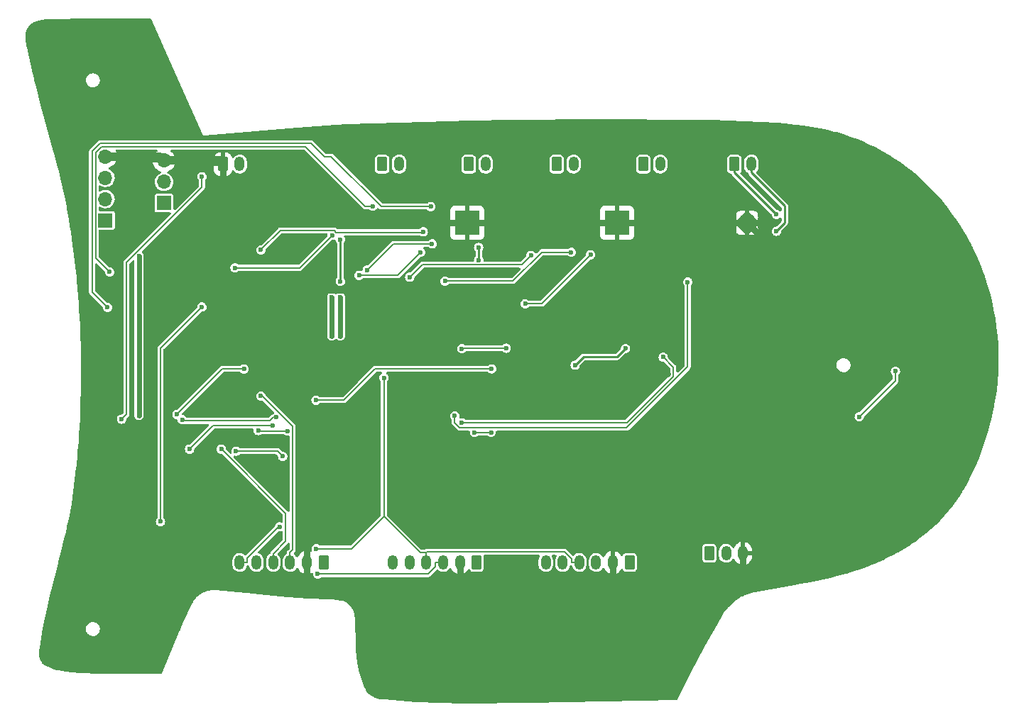
<source format=gbr>
G04 #@! TF.GenerationSoftware,KiCad,Pcbnew,(6.0.7)*
G04 #@! TF.CreationDate,2022-09-14T01:52:13-07:00*
G04 #@! TF.ProjectId,RobotDriver2_Blimp,526f626f-7444-4726-9976-6572325f426c,rev?*
G04 #@! TF.SameCoordinates,Original*
G04 #@! TF.FileFunction,Copper,L2,Bot*
G04 #@! TF.FilePolarity,Positive*
%FSLAX46Y46*%
G04 Gerber Fmt 4.6, Leading zero omitted, Abs format (unit mm)*
G04 Created by KiCad (PCBNEW (6.0.7)) date 2022-09-14 01:52:13*
%MOMM*%
%LPD*%
G01*
G04 APERTURE LIST*
G04 Aperture macros list*
%AMRoundRect*
0 Rectangle with rounded corners*
0 $1 Rounding radius*
0 $2 $3 $4 $5 $6 $7 $8 $9 X,Y pos of 4 corners*
0 Add a 4 corners polygon primitive as box body*
4,1,4,$2,$3,$4,$5,$6,$7,$8,$9,$2,$3,0*
0 Add four circle primitives for the rounded corners*
1,1,$1+$1,$2,$3*
1,1,$1+$1,$4,$5*
1,1,$1+$1,$6,$7*
1,1,$1+$1,$8,$9*
0 Add four rect primitives between the rounded corners*
20,1,$1+$1,$2,$3,$4,$5,0*
20,1,$1+$1,$4,$5,$6,$7,0*
20,1,$1+$1,$6,$7,$8,$9,0*
20,1,$1+$1,$8,$9,$2,$3,0*%
G04 Aperture macros list end*
G04 #@! TA.AperFunction,ComponentPad*
%ADD10RoundRect,0.250000X-0.350000X-0.625000X0.350000X-0.625000X0.350000X0.625000X-0.350000X0.625000X0*%
G04 #@! TD*
G04 #@! TA.AperFunction,ComponentPad*
%ADD11O,1.200000X1.750000*%
G04 #@! TD*
G04 #@! TA.AperFunction,ComponentPad*
%ADD12R,1.700000X1.700000*%
G04 #@! TD*
G04 #@! TA.AperFunction,ComponentPad*
%ADD13O,1.700000X1.700000*%
G04 #@! TD*
G04 #@! TA.AperFunction,ComponentPad*
%ADD14RoundRect,0.250000X0.350000X0.625000X-0.350000X0.625000X-0.350000X-0.625000X0.350000X-0.625000X0*%
G04 #@! TD*
G04 #@! TA.AperFunction,SMDPad,CuDef*
%ADD15R,1.600000X1.800000*%
G04 #@! TD*
G04 #@! TA.AperFunction,ComponentPad*
%ADD16C,0.500000*%
G04 #@! TD*
G04 #@! TA.AperFunction,ComponentPad*
%ADD17C,0.600000*%
G04 #@! TD*
G04 #@! TA.AperFunction,SMDPad,CuDef*
%ADD18R,3.000000X3.000000*%
G04 #@! TD*
G04 #@! TA.AperFunction,ViaPad*
%ADD19C,0.600000*%
G04 #@! TD*
G04 #@! TA.AperFunction,ViaPad*
%ADD20C,0.900000*%
G04 #@! TD*
G04 #@! TA.AperFunction,Conductor*
%ADD21C,0.600000*%
G04 #@! TD*
G04 #@! TA.AperFunction,Conductor*
%ADD22C,0.200000*%
G04 #@! TD*
G04 #@! TA.AperFunction,Conductor*
%ADD23C,0.254000*%
G04 #@! TD*
G04 #@! TA.AperFunction,Conductor*
%ADD24C,0.800000*%
G04 #@! TD*
G04 #@! TA.AperFunction,Conductor*
%ADD25C,1.000000*%
G04 #@! TD*
G04 APERTURE END LIST*
D10*
X177000000Y-58000000D03*
D11*
X179000000Y-58000000D03*
D10*
X145332300Y-58000000D03*
D11*
X147332300Y-58000000D03*
D10*
X155807500Y-58000000D03*
D11*
X157807500Y-58000000D03*
D12*
X102000000Y-64700000D03*
D13*
X102000000Y-62160000D03*
X102000000Y-59620000D03*
X102000000Y-57080000D03*
D10*
X135000000Y-58000000D03*
D11*
X137000000Y-58000000D03*
D12*
X109000000Y-62650000D03*
D13*
X109000000Y-60110000D03*
X109000000Y-57570000D03*
D14*
X164500000Y-105550000D03*
D11*
X162500000Y-105550000D03*
X160500000Y-105550000D03*
X158500000Y-105550000D03*
X156500000Y-105550000D03*
X154500000Y-105550000D03*
D15*
X178500000Y-65000000D03*
D16*
X179050000Y-65650000D03*
X177950000Y-65650000D03*
X177950000Y-64350000D03*
X179050000Y-64350000D03*
D10*
X174000000Y-104450000D03*
D11*
X176000000Y-104450000D03*
X178000000Y-104450000D03*
D14*
X146250000Y-105550000D03*
D11*
X144250000Y-105550000D03*
X142250000Y-105550000D03*
X140250000Y-105550000D03*
X138250000Y-105550000D03*
X136250000Y-105550000D03*
D14*
X128000000Y-105550000D03*
D11*
X126000000Y-105550000D03*
X124000000Y-105550000D03*
X122000000Y-105550000D03*
X120000000Y-105550000D03*
X118000000Y-105550000D03*
D17*
X161800000Y-66200000D03*
X164200000Y-63800000D03*
X161800000Y-63800000D03*
D18*
X163000000Y-65000000D03*
D17*
X164200000Y-66200000D03*
D10*
X166139800Y-58000000D03*
D11*
X168139800Y-58000000D03*
D17*
X143939800Y-66200000D03*
X146339800Y-63800000D03*
X143939800Y-63800000D03*
D18*
X145139800Y-65000000D03*
D17*
X146339800Y-66200000D03*
D10*
X116000000Y-58000000D03*
D11*
X118000000Y-58000000D03*
D19*
X106000000Y-88000000D03*
X106012306Y-69012306D03*
X146500000Y-67950500D03*
X146500000Y-69450500D03*
X130000000Y-78500000D03*
X129000000Y-78500000D03*
X130000000Y-76000000D03*
X130000000Y-73849500D03*
X129000000Y-76000000D03*
X129000000Y-73850000D03*
X146000000Y-90019700D03*
X147980300Y-90019700D03*
X191875800Y-88160500D03*
X196195900Y-82725000D03*
X122759900Y-101292900D03*
X108568300Y-100662000D03*
X113489000Y-75052000D03*
X182000000Y-64000000D03*
X182000000Y-66000000D03*
X164000000Y-80000000D03*
X158000000Y-82000000D03*
X140792100Y-63061600D03*
X102247600Y-75101200D03*
X139883600Y-66080000D03*
X120540700Y-68234000D03*
X123682400Y-89856300D03*
X120211900Y-89797200D03*
X148051100Y-82436500D03*
X127099700Y-86174400D03*
X129020800Y-66504200D03*
X117440300Y-70375100D03*
X139565900Y-68508200D03*
X132239900Y-71275300D03*
X133879200Y-63016200D03*
X102489100Y-70865500D03*
X157533300Y-68519100D03*
X142473200Y-71959200D03*
X152728000Y-68894000D03*
X138274100Y-71499200D03*
X140943700Y-67521700D03*
X133206500Y-70651100D03*
X168497100Y-81028000D03*
X144485500Y-88870000D03*
X122386500Y-88229800D03*
X111144300Y-88509900D03*
X171423400Y-72065900D03*
X143653100Y-88048900D03*
X121897800Y-89210300D03*
X112025000Y-92013700D03*
X113500000Y-59500000D03*
X103919300Y-88448000D03*
X123133200Y-92881600D03*
X117577100Y-92261500D03*
X149779800Y-79980200D03*
X144485500Y-80026000D03*
X118527100Y-82450000D03*
X110520500Y-87868900D03*
X159839600Y-68814100D03*
X152046300Y-74663500D03*
X127307200Y-106942300D03*
X120521300Y-85679900D03*
X127136500Y-103900500D03*
X115805500Y-92013700D03*
X135200900Y-83492200D03*
X128500000Y-56000000D03*
X152000000Y-76500000D03*
X152000000Y-75500000D03*
X152424000Y-76000000D03*
X151500000Y-72000000D03*
X99500000Y-97500000D03*
X101500000Y-98500000D03*
X105000000Y-97500000D03*
X132000000Y-82000000D03*
X130000000Y-84000000D03*
X141500000Y-73500000D03*
X177000000Y-69000000D03*
X177000000Y-71000000D03*
X99500000Y-92000000D03*
X118500000Y-88000000D03*
X99500000Y-72000000D03*
X153000000Y-87000000D03*
X153000000Y-85000000D03*
X191000000Y-98000000D03*
X195000000Y-88000000D03*
X199000000Y-79000000D03*
X195000000Y-69000000D03*
X191000000Y-59000000D03*
X104500000Y-107000000D03*
X138000000Y-100000000D03*
X125000000Y-85000000D03*
X125000000Y-83000000D03*
X153000000Y-65500000D03*
X153000000Y-68000000D03*
X135000000Y-65500000D03*
X135000000Y-68000000D03*
X130000000Y-55500000D03*
X127000000Y-61000000D03*
X138500000Y-92000000D03*
X152500000Y-81000000D03*
D20*
X111000000Y-83000000D03*
X115000000Y-68000000D03*
D19*
X129000000Y-91500000D03*
X169000000Y-83000000D03*
D20*
X103000000Y-83000000D03*
D19*
X159000000Y-82000000D03*
X142000000Y-73000000D03*
X123500000Y-73000000D03*
X159000000Y-80000000D03*
X172750000Y-65750000D03*
X110632400Y-107166000D03*
X130000000Y-67000000D03*
X130000000Y-72000000D03*
D21*
X106012306Y-87987694D02*
X106000000Y-88000000D01*
X106012306Y-69012306D02*
X106012306Y-87987694D01*
D22*
X104500000Y-87867300D02*
X103919300Y-88448000D01*
X113500000Y-60747500D02*
X104500000Y-69747500D01*
X113500000Y-59500000D02*
X113500000Y-60747500D01*
X104500000Y-69747500D02*
X104500000Y-87867300D01*
D23*
X146500000Y-69450500D02*
X146500000Y-67950500D01*
D22*
X139773300Y-70000000D02*
X138274100Y-71499200D01*
X152728000Y-68894000D02*
X151622000Y-70000000D01*
X151622000Y-70000000D02*
X139773300Y-70000000D01*
D21*
X130000000Y-76000000D02*
X130000000Y-78500000D01*
X129000000Y-76000000D02*
X129000000Y-78500000D01*
X130000000Y-73849500D02*
X130000000Y-76000000D01*
X129000000Y-73850000D02*
X129000000Y-76000000D01*
D22*
X122000000Y-104500000D02*
X122000000Y-105550000D01*
X123500000Y-103000000D02*
X122000000Y-104500000D01*
X115805500Y-92013700D02*
X123500000Y-99708200D01*
X123500000Y-99708200D02*
X123500000Y-103000000D01*
X128087800Y-57103600D02*
X128896400Y-57103600D01*
X126492100Y-55507900D02*
X128087800Y-57103600D01*
X134854400Y-63061600D02*
X128896400Y-57103600D01*
X126492100Y-55507900D02*
X101362000Y-55507900D01*
X100849800Y-56586000D02*
X100849800Y-69226200D01*
X100849800Y-69226200D02*
X102489100Y-70865500D01*
X101527700Y-55908100D02*
X100849800Y-56586000D01*
X125839600Y-55908100D02*
X101527700Y-55908100D01*
X132947700Y-63016200D02*
X125839600Y-55908100D01*
X133879200Y-63016200D02*
X132947700Y-63016200D01*
X148000000Y-90000000D02*
X147980300Y-90019700D01*
X146000000Y-90019700D02*
X147980300Y-90019700D01*
X196195900Y-83840400D02*
X196195900Y-82725000D01*
X191875800Y-88160500D02*
X196195900Y-83840400D01*
X118900100Y-105027300D02*
X118900100Y-105550000D01*
X122634500Y-101292900D02*
X118900100Y-105027300D01*
X122759900Y-101292900D02*
X122634500Y-101292900D01*
X118000000Y-105550000D02*
X118900100Y-105550000D01*
X108568300Y-79972700D02*
X113489000Y-75052000D01*
X108568300Y-100662000D02*
X108568300Y-79972700D01*
D23*
X177000000Y-59000000D02*
X177000000Y-58000000D01*
X182000000Y-64000000D02*
X177000000Y-59000000D01*
X179000000Y-59000000D02*
X179000000Y-58000000D01*
X183000000Y-63000000D02*
X179000000Y-59000000D01*
X183000000Y-65000000D02*
X183000000Y-63000000D01*
X182000000Y-66000000D02*
X183000000Y-65000000D01*
X163000000Y-81000000D02*
X164000000Y-80000000D01*
X159000000Y-81000000D02*
X163000000Y-81000000D01*
X158000000Y-82000000D02*
X159000000Y-81000000D01*
D22*
X100396100Y-73249700D02*
X102247600Y-75101200D01*
X100396100Y-56473800D02*
X100396100Y-73249700D01*
X101362000Y-55507900D02*
X100396100Y-56473800D01*
X140792100Y-63061600D02*
X134854400Y-63061600D01*
X122870600Y-65904100D02*
X120540700Y-68234000D01*
X129269400Y-65904100D02*
X122870600Y-65904100D01*
X129513700Y-66148400D02*
X129269400Y-65904100D01*
X139815200Y-66148400D02*
X129513700Y-66148400D01*
X139883600Y-66080000D02*
X139815200Y-66148400D01*
X120271000Y-89856300D02*
X120211900Y-89797200D01*
X123682400Y-89856300D02*
X120271000Y-89856300D01*
X130397700Y-86174400D02*
X127099700Y-86174400D01*
X134135600Y-82436500D02*
X130397700Y-86174400D01*
X148051100Y-82436500D02*
X134135600Y-82436500D01*
X125149900Y-70375100D02*
X117440300Y-70375100D01*
X129020800Y-66504200D02*
X125149900Y-70375100D01*
X136798800Y-71275300D02*
X132239900Y-71275300D01*
X139565900Y-68508200D02*
X136798800Y-71275300D01*
X150559200Y-71959200D02*
X142473200Y-71959200D01*
X153999300Y-68519100D02*
X150559200Y-71959200D01*
X157533300Y-68519100D02*
X153999300Y-68519100D01*
X136335900Y-67521700D02*
X133206500Y-70651100D01*
X140943700Y-67521700D02*
X136335900Y-67521700D01*
X164169300Y-88870000D02*
X144485500Y-88870000D01*
X169717000Y-83322300D02*
X164169300Y-88870000D01*
X169717000Y-82247900D02*
X169717000Y-83322300D01*
X168497100Y-81028000D02*
X169717000Y-82247900D01*
X111282200Y-88647800D02*
X111144300Y-88509900D01*
X121611700Y-88647800D02*
X111282200Y-88647800D01*
X122029700Y-88229800D02*
X121611700Y-88647800D01*
X122386500Y-88229800D02*
X122029700Y-88229800D01*
X143653100Y-88894200D02*
X143653100Y-88048900D01*
X144229100Y-89470200D02*
X143653100Y-88894200D01*
X164144600Y-89470200D02*
X144229100Y-89470200D01*
X171423400Y-82191400D02*
X164144600Y-89470200D01*
X171423400Y-72065900D02*
X171423400Y-82191400D01*
X114841700Y-89197000D02*
X112025000Y-92013700D01*
X121884500Y-89197000D02*
X114841700Y-89197000D01*
X121897800Y-89210300D02*
X121884500Y-89197000D01*
X122513100Y-92261500D02*
X117577100Y-92261500D01*
X123133200Y-92881600D02*
X122513100Y-92261500D01*
X144531300Y-79980200D02*
X144485500Y-80026000D01*
X149779800Y-79980200D02*
X144531300Y-79980200D01*
X115939400Y-82450000D02*
X110520500Y-87868900D01*
X118527100Y-82450000D02*
X115939400Y-82450000D01*
X153990200Y-74663500D02*
X152046300Y-74663500D01*
X159839600Y-68814100D02*
X153990200Y-74663500D01*
X141349900Y-106036000D02*
X141349900Y-105550000D01*
X140443600Y-106942300D02*
X141349900Y-106036000D01*
X127307200Y-106942300D02*
X140443600Y-106942300D01*
X142250000Y-105550000D02*
X141349900Y-105550000D01*
X124000000Y-105550000D02*
X124000000Y-104374900D01*
X120685300Y-85679900D02*
X120521300Y-85679900D01*
X124329200Y-89323800D02*
X120685300Y-85679900D01*
X124329200Y-104045700D02*
X124329200Y-89323800D01*
X124000000Y-104374900D02*
X124329200Y-104045700D01*
X140250000Y-105550000D02*
X140250000Y-104474900D01*
X140250000Y-104474900D02*
X140250000Y-104374900D01*
X157599900Y-105145000D02*
X157599900Y-105550000D01*
X156740000Y-104285100D02*
X157599900Y-105145000D01*
X140339800Y-104285100D02*
X156740000Y-104285100D01*
X140250000Y-104374900D02*
X140339800Y-104285100D01*
X158500000Y-105550000D02*
X157599900Y-105550000D01*
X135200900Y-83492200D02*
X135200900Y-100042600D01*
X131343000Y-103900500D02*
X135200900Y-100042600D01*
X127136500Y-103900500D02*
X131343000Y-103900500D01*
X139533200Y-104374900D02*
X140250000Y-104374900D01*
X135200900Y-100042600D02*
X139533200Y-104374900D01*
D24*
X163000000Y-65000000D02*
X178500000Y-65000000D01*
X183000000Y-67000000D02*
X185000000Y-65000000D01*
X180500000Y-67000000D02*
X183000000Y-67000000D01*
X178500000Y-65000000D02*
X180500000Y-67000000D01*
X123500000Y-73000000D02*
X140000000Y-73000000D01*
X116000000Y-73000000D02*
X123500000Y-73000000D01*
X116000000Y-68000000D02*
X116000000Y-70000000D01*
X116000000Y-68000000D02*
X115000000Y-68000000D01*
D25*
X108510000Y-57080000D02*
X109000000Y-57570000D01*
X102000000Y-57080000D02*
X108510000Y-57080000D01*
X115570000Y-57570000D02*
X116000000Y-58000000D01*
X109000000Y-57570000D02*
X115570000Y-57570000D01*
D24*
X116000000Y-64000000D02*
X116000000Y-68000000D01*
X152250000Y-80750000D02*
X152500000Y-81000000D01*
X159000000Y-83000000D02*
X159000000Y-82000000D01*
X169000000Y-83000000D02*
X159000000Y-83000000D01*
X156000000Y-82000000D02*
X156000000Y-80000000D01*
X157000000Y-83000000D02*
X156000000Y-82000000D01*
X159000000Y-83000000D02*
X157000000Y-83000000D01*
X156000000Y-80000000D02*
X159000000Y-80000000D01*
X151500000Y-80000000D02*
X151297000Y-79797200D01*
X156000000Y-80000000D02*
X151500000Y-80000000D01*
X140000000Y-73000000D02*
X142000000Y-73000000D01*
X198000000Y-85000000D02*
X199000000Y-84000000D01*
X191000000Y-92000000D02*
X191000000Y-98000000D01*
X195000000Y-88000000D02*
X191000000Y-92000000D01*
X191000000Y-65000000D02*
X195000000Y-69000000D01*
X185000000Y-65000000D02*
X191000000Y-65000000D01*
X185000000Y-65000000D02*
X191000000Y-59000000D01*
X116000000Y-70000000D02*
X116000000Y-73000000D01*
X178000000Y-106000000D02*
X178000000Y-104450000D01*
X176000000Y-108000000D02*
X178000000Y-106000000D01*
X162000000Y-108000000D02*
X176000000Y-108000000D01*
X127000000Y-108000000D02*
X144000000Y-108000000D01*
X126000000Y-107000000D02*
X127000000Y-108000000D01*
X126000000Y-105550000D02*
X126000000Y-107000000D01*
X121000000Y-83000000D02*
X123000000Y-85000000D01*
X121000000Y-83000000D02*
X125000000Y-83000000D01*
X116000000Y-78000000D02*
X121000000Y-83000000D01*
X123000000Y-85000000D02*
X125000000Y-85000000D01*
X144250000Y-107750000D02*
X144000000Y-108000000D01*
X144250000Y-105550000D02*
X144250000Y-107750000D01*
X144000000Y-108000000D02*
X162000000Y-108000000D01*
X162500000Y-107500000D02*
X162000000Y-108000000D01*
X162500000Y-105550000D02*
X162500000Y-107500000D01*
X126000000Y-88000000D02*
X126000000Y-105550000D01*
X123000000Y-85000000D02*
X126000000Y-88000000D01*
X116000000Y-58000000D02*
X116000000Y-64000000D01*
X116000000Y-78000000D02*
X111000000Y-83000000D01*
X117000000Y-65000000D02*
X145139800Y-65000000D01*
X116000000Y-64000000D02*
X117000000Y-65000000D01*
X145139800Y-65000000D02*
X163000000Y-65000000D01*
X116000000Y-70000000D02*
X116000000Y-73000000D01*
X116000000Y-73000000D02*
X116000000Y-78000000D01*
X199000000Y-84000000D02*
X199000000Y-79000000D01*
X199000000Y-73000000D02*
X195000000Y-69000000D01*
X199000000Y-79000000D02*
X199000000Y-73000000D01*
X199000000Y-84000000D02*
X198000000Y-85000000D01*
X198000000Y-85000000D02*
X195000000Y-88000000D01*
X140000000Y-73000000D02*
X142000000Y-73000000D01*
X144500000Y-73000000D02*
X151297000Y-79797200D01*
X142000000Y-73000000D02*
X144500000Y-73000000D01*
X151750000Y-80250000D02*
X152250000Y-80750000D01*
X151297000Y-79797200D02*
X151750000Y-80250000D01*
X152500000Y-81000000D02*
X152250000Y-80750000D01*
X153000000Y-87000000D02*
X153000000Y-85000000D01*
X153000000Y-81500000D02*
X152500000Y-81000000D01*
X153000000Y-85000000D02*
X153000000Y-81500000D01*
D23*
X130000000Y-67000000D02*
X130000000Y-72000000D01*
G04 #@! TA.AperFunction,Conductor*
G36*
X107406340Y-40602631D02*
G01*
X107453453Y-40657667D01*
X110435894Y-47401496D01*
X113528507Y-54394444D01*
X113534278Y-54410278D01*
X113541281Y-54434404D01*
X113549038Y-54444091D01*
X113565494Y-54464641D01*
X113570207Y-54470919D01*
X113592494Y-54502621D01*
X113599432Y-54507023D01*
X113604566Y-54513434D01*
X113615438Y-54519415D01*
X113615440Y-54519416D01*
X113638520Y-54532112D01*
X113645290Y-54536116D01*
X113677987Y-54556860D01*
X113686076Y-54558271D01*
X113693277Y-54562232D01*
X113705609Y-54563596D01*
X113705611Y-54563597D01*
X113731787Y-54566493D01*
X113739576Y-54567602D01*
X113765501Y-54572123D01*
X113765503Y-54572123D01*
X113777728Y-54574255D01*
X113802246Y-54568771D01*
X113818884Y-54566204D01*
X124913913Y-53607921D01*
X124916768Y-53607707D01*
X129500240Y-53318852D01*
X130799530Y-53236969D01*
X130803267Y-53236790D01*
X140033983Y-52929823D01*
X140035622Y-52929779D01*
X145499449Y-52819206D01*
X150491541Y-52718180D01*
X150493136Y-52718159D01*
X160785544Y-52647639D01*
X160787059Y-52647639D01*
X172466744Y-52722023D01*
X174373714Y-52734168D01*
X174378414Y-52734285D01*
X182029704Y-53068739D01*
X182045774Y-53071288D01*
X182052906Y-53071821D01*
X182064860Y-53075142D01*
X182077173Y-53073636D01*
X182078619Y-53073744D01*
X182101960Y-53073321D01*
X183102333Y-53159144D01*
X183105080Y-53159410D01*
X184138611Y-53270925D01*
X184141351Y-53271251D01*
X184409328Y-53306117D01*
X185172234Y-53405378D01*
X185174895Y-53405754D01*
X186202616Y-53562428D01*
X186205305Y-53562868D01*
X187194335Y-53735886D01*
X187217503Y-53742468D01*
X187218569Y-53742673D01*
X187229734Y-53747139D01*
X187229735Y-53747139D01*
X187241039Y-53747001D01*
X187242697Y-53747320D01*
X187266431Y-53749586D01*
X188080861Y-53916844D01*
X188085349Y-53917853D01*
X188926335Y-54123104D01*
X188930784Y-54124277D01*
X189175524Y-54193649D01*
X189763593Y-54360339D01*
X189768033Y-54361686D01*
X190591609Y-54628259D01*
X190595985Y-54629765D01*
X191377053Y-54914755D01*
X191396141Y-54924148D01*
X191399078Y-54925281D01*
X191409559Y-54931920D01*
X191421782Y-54934043D01*
X191424657Y-54935152D01*
X191445195Y-54941040D01*
X192259179Y-55272277D01*
X192263352Y-55274065D01*
X193096042Y-55648765D01*
X193100137Y-55650699D01*
X193528268Y-55862400D01*
X193918583Y-56055402D01*
X193922654Y-56057508D01*
X194725829Y-56491702D01*
X194729820Y-56493954D01*
X195516707Y-56957090D01*
X195520562Y-56959454D01*
X195879231Y-57188514D01*
X196290096Y-57450909D01*
X196293913Y-57453446D01*
X196713074Y-57743124D01*
X197044901Y-57972446D01*
X197045015Y-57972525D01*
X197048738Y-57975199D01*
X197780485Y-58521267D01*
X197784107Y-58524074D01*
X198040412Y-58730268D01*
X198495520Y-59096398D01*
X198499000Y-59099303D01*
X199189130Y-59697123D01*
X199192529Y-59700177D01*
X199466187Y-59955230D01*
X199860475Y-60322712D01*
X199863770Y-60325898D01*
X199937607Y-60399913D01*
X200508356Y-60972035D01*
X200508573Y-60972253D01*
X200511751Y-60975556D01*
X201109430Y-61619929D01*
X201122100Y-61636926D01*
X201124214Y-61639290D01*
X201130522Y-61649975D01*
X201140441Y-61657434D01*
X201142248Y-61659455D01*
X201158187Y-61674343D01*
X201752270Y-62361306D01*
X201754955Y-62364517D01*
X202347596Y-63097686D01*
X202350173Y-63100985D01*
X202918119Y-63853419D01*
X202920585Y-63856801D01*
X203463231Y-64627695D01*
X203465584Y-64631158D01*
X203982330Y-65419665D01*
X203984566Y-65423204D01*
X204474828Y-66228430D01*
X204476945Y-66232041D01*
X204659386Y-66555405D01*
X204916999Y-67012004D01*
X204940186Y-67053102D01*
X204942162Y-67056744D01*
X205153890Y-67462985D01*
X205377895Y-67892784D01*
X205379768Y-67896528D01*
X205429398Y-68000000D01*
X205775468Y-68721515D01*
X205787478Y-68746555D01*
X205789219Y-68750345D01*
X205863591Y-68919603D01*
X206168463Y-69613440D01*
X206170083Y-69617299D01*
X206520463Y-70492551D01*
X206521922Y-70496378D01*
X206708598Y-71011685D01*
X206843034Y-71382788D01*
X206844394Y-71386747D01*
X207038424Y-71983555D01*
X207120347Y-72235536D01*
X207125192Y-72250440D01*
X207129699Y-72271813D01*
X207130489Y-72274387D01*
X207131745Y-72286737D01*
X207137632Y-72297668D01*
X207138473Y-72300407D01*
X207146635Y-72320422D01*
X207428717Y-73299808D01*
X207429850Y-73304015D01*
X207686275Y-74325915D01*
X207687262Y-74330158D01*
X207908204Y-75360315D01*
X207909044Y-75364590D01*
X208094241Y-76401763D01*
X208094933Y-76406064D01*
X208244168Y-77449058D01*
X208244710Y-77453381D01*
X208357794Y-78500861D01*
X208358187Y-78505200D01*
X208434994Y-79556007D01*
X208435236Y-79560357D01*
X208475668Y-80613153D01*
X208475760Y-80617508D01*
X208477466Y-81065319D01*
X208479450Y-81586207D01*
X208479773Y-81671101D01*
X208479714Y-81675442D01*
X208465975Y-82121810D01*
X208447300Y-82728530D01*
X208447091Y-82732882D01*
X208429074Y-83008207D01*
X208378673Y-83778393D01*
X208378290Y-83784242D01*
X208377932Y-83788557D01*
X208343968Y-84127318D01*
X208276264Y-84802606D01*
X208271793Y-84823926D01*
X208271468Y-84826683D01*
X208267641Y-84838487D01*
X208268622Y-84850853D01*
X208268297Y-84853608D01*
X208267700Y-84875333D01*
X208175641Y-85557768D01*
X208145259Y-85782995D01*
X208130239Y-85894335D01*
X208129601Y-85898532D01*
X207988293Y-86732607D01*
X207952084Y-86946329D01*
X207951304Y-86950502D01*
X207740997Y-87979714D01*
X207738552Y-87991678D01*
X207737635Y-87995808D01*
X207602135Y-88561003D01*
X207489872Y-89029267D01*
X207488811Y-89033383D01*
X207206352Y-90057814D01*
X207205154Y-90061893D01*
X206888273Y-91076297D01*
X206886937Y-91080332D01*
X206536039Y-92083418D01*
X206534568Y-92087406D01*
X206228452Y-92876058D01*
X206150026Y-93078107D01*
X206148425Y-93082033D01*
X206067845Y-93270523D01*
X205730683Y-94059198D01*
X205728946Y-94063078D01*
X205278495Y-95025568D01*
X205276629Y-95029387D01*
X204793957Y-95976159D01*
X204791963Y-95979913D01*
X204294278Y-96879761D01*
X204281879Y-96897433D01*
X204280456Y-96899906D01*
X204272289Y-96909248D01*
X204268318Y-96921004D01*
X204266449Y-96924253D01*
X204257789Y-96942921D01*
X204119558Y-97171969D01*
X203887235Y-97556925D01*
X203884417Y-97561381D01*
X203469857Y-98187510D01*
X203466856Y-98191843D01*
X203026438Y-98800124D01*
X203023258Y-98804328D01*
X202557804Y-99393623D01*
X202554484Y-99397651D01*
X202064748Y-99967007D01*
X202061256Y-99970899D01*
X201548152Y-100519249D01*
X201544493Y-100523000D01*
X201033012Y-101025710D01*
X201014854Y-101040040D01*
X201013219Y-101041599D01*
X201003601Y-101047622D01*
X201003601Y-101047623D01*
X201003600Y-101047623D01*
X200996622Y-101057427D01*
X200994636Y-101059320D01*
X200979983Y-101075837D01*
X200591370Y-101429258D01*
X200416896Y-101587932D01*
X200413532Y-101590884D01*
X199806349Y-102104756D01*
X199802869Y-102107596D01*
X199177771Y-102599487D01*
X199174192Y-102602201D01*
X198531975Y-103071488D01*
X198528302Y-103074073D01*
X198071802Y-103383311D01*
X197899545Y-103500000D01*
X197869762Y-103520175D01*
X197866003Y-103522626D01*
X197792032Y-103568976D01*
X197191963Y-103944982D01*
X197188115Y-103947299D01*
X196767997Y-104190135D01*
X196531462Y-104326857D01*
X196529190Y-104328170D01*
X196509477Y-104336903D01*
X196506907Y-104338328D01*
X196495085Y-104342114D01*
X196485614Y-104350134D01*
X196483448Y-104351335D01*
X196465177Y-104363746D01*
X195721307Y-104761175D01*
X195708675Y-104767924D01*
X195705185Y-104769719D01*
X195590443Y-104826500D01*
X194905358Y-105165517D01*
X194901811Y-105167204D01*
X194090036Y-105537885D01*
X194086439Y-105539460D01*
X193915073Y-105611345D01*
X193263515Y-105884662D01*
X193259924Y-105886104D01*
X192426562Y-106205524D01*
X192422914Y-106206857D01*
X191580048Y-106500137D01*
X191576352Y-106501359D01*
X190757900Y-106757845D01*
X190736213Y-106762190D01*
X190733857Y-106762888D01*
X190721497Y-106764025D01*
X190710514Y-106769805D01*
X190708891Y-106770286D01*
X190687496Y-106778836D01*
X190226727Y-106909339D01*
X189566606Y-107096304D01*
X189563698Y-107097089D01*
X188942160Y-107256990D01*
X188401311Y-107396132D01*
X188398350Y-107396856D01*
X187229057Y-107667695D01*
X187226079Y-107668347D01*
X186050601Y-107910815D01*
X186047609Y-107911395D01*
X184866570Y-108125364D01*
X184863564Y-108125871D01*
X183712603Y-108305751D01*
X183689544Y-108306924D01*
X183687896Y-108307161D01*
X183675507Y-108306499D01*
X183656435Y-108313230D01*
X183637046Y-108318378D01*
X179422374Y-109084501D01*
X179402404Y-109086506D01*
X179382191Y-109086917D01*
X179373743Y-109090619D01*
X179368189Y-109092042D01*
X179368188Y-109092042D01*
X178990624Y-109188775D01*
X178990613Y-109188778D01*
X178988553Y-109189306D01*
X178986534Y-109189973D01*
X178986520Y-109189977D01*
X178604428Y-109316190D01*
X178604416Y-109316194D01*
X178602392Y-109316863D01*
X178600404Y-109317674D01*
X178227812Y-109469639D01*
X178227798Y-109469645D01*
X178225825Y-109470450D01*
X178223900Y-109471393D01*
X178223891Y-109471397D01*
X178023719Y-109569452D01*
X177860606Y-109649353D01*
X177858744Y-109650428D01*
X177858739Y-109650431D01*
X177603713Y-109797713D01*
X177508434Y-109852738D01*
X177506656Y-109853934D01*
X177506644Y-109853941D01*
X177186970Y-110068884D01*
X177183633Y-110070792D01*
X177179251Y-110074076D01*
X177178560Y-110074540D01*
X177170063Y-110078434D01*
X177170061Y-110078435D01*
X177163452Y-110085553D01*
X177161170Y-110087322D01*
X176996628Y-110214887D01*
X176847294Y-110330662D01*
X176845724Y-110332057D01*
X176845720Y-110332060D01*
X176542659Y-110601278D01*
X176542650Y-110601286D01*
X176541087Y-110602675D01*
X176539617Y-110604168D01*
X176539616Y-110604169D01*
X176374389Y-110771988D01*
X176253734Y-110894535D01*
X176252377Y-110896111D01*
X176252369Y-110896120D01*
X176184170Y-110975342D01*
X175986519Y-111204938D01*
X175740636Y-111532497D01*
X175522344Y-111867823D01*
X175515844Y-111874941D01*
X175509118Y-111893523D01*
X175509102Y-111893567D01*
X175500657Y-111912072D01*
X174985944Y-112834581D01*
X173437180Y-115610396D01*
X173356084Y-115755742D01*
X173355241Y-115757146D01*
X173352672Y-115760385D01*
X173349843Y-115765897D01*
X173344238Y-115776816D01*
X173342175Y-115780669D01*
X173336199Y-115791380D01*
X173333181Y-115796790D01*
X173331911Y-115800721D01*
X173331222Y-115802174D01*
X171837355Y-118712557D01*
X170188539Y-121924813D01*
X170139637Y-121976283D01*
X170078978Y-121993250D01*
X152702565Y-122342909D01*
X152701209Y-122342929D01*
X144749525Y-122417314D01*
X144744657Y-122417266D01*
X139024365Y-122249731D01*
X139017302Y-122249325D01*
X135228137Y-121924813D01*
X134954124Y-121901346D01*
X134937168Y-121897948D01*
X134930911Y-121897233D01*
X134919094Y-121893446D01*
X134906730Y-121894469D01*
X134894722Y-121893097D01*
X134883317Y-121892644D01*
X134770997Y-121874288D01*
X134667510Y-121857375D01*
X134655630Y-121854841D01*
X134535614Y-121823108D01*
X134415601Y-121791376D01*
X134404015Y-121787706D01*
X134323605Y-121757899D01*
X134171228Y-121701415D01*
X134160053Y-121696648D01*
X134122164Y-121678276D01*
X133936666Y-121588332D01*
X133926000Y-121582509D01*
X133714076Y-121453171D01*
X133704026Y-121446351D01*
X133529177Y-121314952D01*
X133521042Y-121307114D01*
X133511685Y-121299349D01*
X133503866Y-121289714D01*
X133492954Y-121283804D01*
X133483406Y-121275880D01*
X133483558Y-121275696D01*
X133474679Y-121269312D01*
X133320062Y-121125192D01*
X133310042Y-121114712D01*
X133154662Y-120932242D01*
X133145913Y-120920680D01*
X133012530Y-120721575D01*
X133005173Y-120709097D01*
X132908506Y-120521181D01*
X132901537Y-120501978D01*
X132901036Y-120502156D01*
X132898468Y-120494951D01*
X132896791Y-120487492D01*
X132896790Y-120487490D01*
X132896789Y-120487487D01*
X132891476Y-120479948D01*
X132890805Y-120478620D01*
X132878343Y-120455987D01*
X132683628Y-119986031D01*
X132681386Y-119980219D01*
X132498958Y-119469946D01*
X132497007Y-119464030D01*
X132419874Y-119209187D01*
X132349631Y-118977107D01*
X132346096Y-118958043D01*
X132344832Y-118953461D01*
X132343929Y-118941085D01*
X132338360Y-118929998D01*
X132337592Y-118927215D01*
X132330011Y-118906991D01*
X132220072Y-118479672D01*
X132219055Y-118475416D01*
X132178656Y-118292250D01*
X132116603Y-118010902D01*
X132115740Y-118006637D01*
X132089590Y-117864818D01*
X132029492Y-117538900D01*
X132028773Y-117534584D01*
X132024894Y-117508494D01*
X131975274Y-117174800D01*
X131963876Y-117098146D01*
X131962995Y-117076529D01*
X131962622Y-117073685D01*
X131963442Y-117061305D01*
X131959461Y-117049551D01*
X131959118Y-117046936D01*
X131954335Y-117025573D01*
X131933518Y-116843707D01*
X131902872Y-116575962D01*
X131902474Y-116571895D01*
X131900079Y-116542532D01*
X131865413Y-116117628D01*
X131862866Y-116086413D01*
X131862599Y-116082319D01*
X131848847Y-115801023D01*
X131838813Y-115595769D01*
X131838681Y-115591686D01*
X131831312Y-115139258D01*
X131833285Y-115117395D01*
X131833285Y-115114790D01*
X131835705Y-115102622D01*
X131831874Y-115083362D01*
X131829525Y-115063044D01*
X131752569Y-112789575D01*
X131731954Y-112180567D01*
X131732924Y-112160134D01*
X131733457Y-112156020D01*
X131735444Y-112140662D01*
X131732205Y-112128682D01*
X131731869Y-112123716D01*
X131730791Y-112118098D01*
X131705529Y-111899387D01*
X131705188Y-111896433D01*
X131699101Y-111867823D01*
X131654613Y-111658742D01*
X131653993Y-111655828D01*
X131580287Y-111421138D01*
X131484731Y-111194465D01*
X131368179Y-110977838D01*
X131244383Y-110792247D01*
X131239699Y-110783946D01*
X131237696Y-110781300D01*
X131233323Y-110771991D01*
X131233320Y-110771988D01*
X131233318Y-110771984D01*
X131226931Y-110766166D01*
X131226288Y-110765250D01*
X131225552Y-110764732D01*
X131223913Y-110762790D01*
X131221808Y-110760158D01*
X131220863Y-110759176D01*
X131087822Y-110601505D01*
X131087821Y-110601504D01*
X131085169Y-110598361D01*
X130916565Y-110444638D01*
X130751155Y-110329372D01*
X130732748Y-110316545D01*
X130732745Y-110316543D01*
X130729371Y-110314192D01*
X130725724Y-110312303D01*
X130725716Y-110312298D01*
X130530438Y-110211143D01*
X130530433Y-110211141D01*
X130526777Y-110209247D01*
X130522901Y-110207844D01*
X130316113Y-110132994D01*
X130316108Y-110132993D01*
X130312236Y-110131591D01*
X130308215Y-110130706D01*
X130106601Y-110086332D01*
X130103194Y-110085344D01*
X130100247Y-110084934D01*
X130098531Y-110084556D01*
X130089595Y-110081318D01*
X130089592Y-110081317D01*
X130078018Y-110081839D01*
X130069630Y-110080671D01*
X130064730Y-110080457D01*
X129556705Y-110012806D01*
X129556698Y-110012805D01*
X129555480Y-110012643D01*
X129554275Y-110012529D01*
X129554260Y-110012527D01*
X129020621Y-109961913D01*
X129020613Y-109961912D01*
X129019428Y-109961800D01*
X128710686Y-109944263D01*
X128483037Y-109931332D01*
X128483028Y-109931332D01*
X128481837Y-109931264D01*
X128480637Y-109931241D01*
X128480629Y-109931241D01*
X127968218Y-109921547D01*
X127963747Y-109921064D01*
X127955646Y-109921064D01*
X127943475Y-109918643D01*
X127931303Y-109921064D01*
X127925025Y-109921064D01*
X127907774Y-109922517D01*
X126979579Y-109896255D01*
X126177667Y-109873567D01*
X126172681Y-109873326D01*
X123761897Y-109709065D01*
X123759043Y-109708837D01*
X121164286Y-109472539D01*
X121161072Y-109472204D01*
X118788278Y-109194567D01*
X118787802Y-109194492D01*
X118785467Y-109193788D01*
X118779830Y-109193242D01*
X118779824Y-109193241D01*
X118770016Y-109192291D01*
X118764304Y-109191738D01*
X118761886Y-109191480D01*
X118740654Y-109188995D01*
X118738209Y-109189191D01*
X118737739Y-109189164D01*
X115202668Y-108846660D01*
X115182587Y-108843054D01*
X115177323Y-108841661D01*
X115175526Y-108841185D01*
X115175525Y-108841185D01*
X115163529Y-108838010D01*
X115154522Y-108839224D01*
X115147369Y-108839127D01*
X115064919Y-108838010D01*
X114869329Y-108835360D01*
X114576224Y-108860062D01*
X114573217Y-108860614D01*
X114573213Y-108860615D01*
X114289948Y-108912660D01*
X114289944Y-108912661D01*
X114286923Y-108913216D01*
X114283968Y-108914064D01*
X114283962Y-108914065D01*
X114100365Y-108966727D01*
X114004181Y-108994316D01*
X114001327Y-108995446D01*
X113757071Y-109092146D01*
X113730690Y-109102590D01*
X113727972Y-109103986D01*
X113727964Y-109103990D01*
X113483910Y-109229373D01*
X113483909Y-109229374D01*
X113477104Y-109232870D01*
X113468381Y-109235829D01*
X113468380Y-109235830D01*
X113468377Y-109235831D01*
X113461327Y-109242011D01*
X113455144Y-109245995D01*
X113453758Y-109246888D01*
X113453577Y-109246998D01*
X113453513Y-109247046D01*
X113248808Y-109378952D01*
X113222073Y-109396179D01*
X112991841Y-109578747D01*
X112989618Y-109580896D01*
X112918805Y-109649353D01*
X112780584Y-109782974D01*
X112665315Y-109918643D01*
X112615963Y-109976730D01*
X112590331Y-110006898D01*
X112543432Y-110074540D01*
X112424664Y-110245836D01*
X112424659Y-110245844D01*
X112422909Y-110248368D01*
X112421411Y-110251057D01*
X112421410Y-110251059D01*
X112288922Y-110488918D01*
X112288895Y-110488960D01*
X112288824Y-110489094D01*
X112284395Y-110497046D01*
X112278695Y-110504458D01*
X112275471Y-110516443D01*
X112275469Y-110516446D01*
X112273552Y-110523572D01*
X112266694Y-110542734D01*
X111305143Y-112669869D01*
X110828338Y-113724655D01*
X110810161Y-113764865D01*
X110809446Y-113766323D01*
X110807164Y-113769758D01*
X110804811Y-113775484D01*
X110804807Y-113775491D01*
X110800138Y-113786852D01*
X110798414Y-113790850D01*
X110790800Y-113807695D01*
X110789867Y-113811710D01*
X110789301Y-113813223D01*
X108822089Y-118599971D01*
X108766381Y-118735524D01*
X108721986Y-118790928D01*
X108649839Y-118813629D01*
X101791375Y-118813629D01*
X101787611Y-118813573D01*
X98537172Y-118716440D01*
X98520649Y-118714062D01*
X98513868Y-118713656D01*
X98501862Y-118710513D01*
X98489566Y-118712203D01*
X98485852Y-118711981D01*
X98465254Y-118712557D01*
X97937726Y-118669947D01*
X97932498Y-118669415D01*
X97373634Y-118600721D01*
X97368434Y-118599971D01*
X96812943Y-118508041D01*
X96807778Y-118507075D01*
X96463581Y-118435253D01*
X96289680Y-118398966D01*
X96270108Y-118392604D01*
X96266463Y-118391764D01*
X96255148Y-118386671D01*
X96242744Y-118386296D01*
X96236155Y-118384777D01*
X96219179Y-118382308D01*
X95887622Y-118294571D01*
X95879865Y-118292250D01*
X95524255Y-118173234D01*
X95516663Y-118170418D01*
X95169462Y-118028818D01*
X95162067Y-118025521D01*
X94853443Y-117875862D01*
X94836052Y-117864818D01*
X94830692Y-117861676D01*
X94823342Y-117855732D01*
X94823337Y-117855730D01*
X94823335Y-117855729D01*
X94817715Y-117854068D01*
X94817569Y-117853983D01*
X94812831Y-117852115D01*
X94813112Y-117851401D01*
X94790908Y-117841445D01*
X94670048Y-117766395D01*
X94655370Y-117755743D01*
X94526398Y-117647146D01*
X94513394Y-117634488D01*
X94445290Y-117557895D01*
X94401362Y-117508492D01*
X94390313Y-117494100D01*
X94297537Y-117353311D01*
X94288668Y-117337478D01*
X94228311Y-117208774D01*
X94225049Y-117198383D01*
X94224445Y-117198615D01*
X94219999Y-117187028D01*
X94217899Y-117174800D01*
X94211280Y-117164306D01*
X94206833Y-117152718D01*
X94206859Y-117152708D01*
X94202159Y-117142710D01*
X94148357Y-116978315D01*
X94145035Y-116966128D01*
X94101683Y-116768546D01*
X94099597Y-116756088D01*
X94094102Y-116708812D01*
X94076241Y-116555126D01*
X94075415Y-116542532D01*
X94072297Y-116340263D01*
X94072736Y-116327639D01*
X94087394Y-116155365D01*
X94089692Y-116144488D01*
X94089671Y-116144485D01*
X94091342Y-116132184D01*
X94095379Y-116120451D01*
X94094618Y-116108064D01*
X94095206Y-116103739D01*
X94096145Y-116084125D01*
X94146524Y-115765897D01*
X94512618Y-113453367D01*
X99665906Y-113453367D01*
X99675349Y-113633564D01*
X99677162Y-113640144D01*
X99677162Y-113640147D01*
X99711516Y-113764865D01*
X99723268Y-113807530D01*
X99807424Y-113967148D01*
X99811826Y-113972357D01*
X99811828Y-113972360D01*
X99919487Y-114099757D01*
X99919491Y-114099761D01*
X99923894Y-114104971D01*
X99929318Y-114109118D01*
X99929319Y-114109119D01*
X100061821Y-114210425D01*
X100061825Y-114210428D01*
X100067242Y-114214569D01*
X100073422Y-114217451D01*
X100073424Y-114217452D01*
X100141066Y-114248994D01*
X100230780Y-114290828D01*
X100308984Y-114308309D01*
X100401835Y-114329064D01*
X100401841Y-114329065D01*
X100406879Y-114330191D01*
X100412406Y-114330500D01*
X100545077Y-114330500D01*
X100679389Y-114315909D01*
X100850409Y-114258355D01*
X101005080Y-114165419D01*
X101010042Y-114160727D01*
X101131229Y-114046126D01*
X101131231Y-114046124D01*
X101136187Y-114041437D01*
X101237612Y-113892195D01*
X101269680Y-113812020D01*
X101302089Y-113730992D01*
X101302090Y-113730987D01*
X101304623Y-113724655D01*
X101334094Y-113546633D01*
X101324651Y-113366436D01*
X101297815Y-113269008D01*
X101278545Y-113199052D01*
X101276732Y-113192470D01*
X101192576Y-113032852D01*
X101188174Y-113027643D01*
X101188172Y-113027640D01*
X101080513Y-112900243D01*
X101080509Y-112900239D01*
X101076106Y-112895029D01*
X101070681Y-112890881D01*
X100938179Y-112789575D01*
X100938175Y-112789572D01*
X100932758Y-112785431D01*
X100926578Y-112782549D01*
X100926576Y-112782548D01*
X100846399Y-112745161D01*
X100769220Y-112709172D01*
X100653718Y-112683354D01*
X100598165Y-112670936D01*
X100598159Y-112670935D01*
X100593121Y-112669809D01*
X100587594Y-112669500D01*
X100454923Y-112669500D01*
X100320611Y-112684091D01*
X100149591Y-112741645D01*
X99994920Y-112834581D01*
X99989960Y-112839272D01*
X99989958Y-112839273D01*
X99925485Y-112900243D01*
X99863813Y-112958563D01*
X99762388Y-113107805D01*
X99759855Y-113114139D01*
X99759853Y-113114142D01*
X99697911Y-113269008D01*
X99697910Y-113269013D01*
X99695377Y-113275345D01*
X99665906Y-113453367D01*
X94512618Y-113453367D01*
X94564849Y-113123437D01*
X94565980Y-113117284D01*
X94584656Y-113028243D01*
X95060567Y-110759176D01*
X95319902Y-109522711D01*
X95321300Y-109516768D01*
X96077895Y-106616689D01*
X96336711Y-105624629D01*
X96343858Y-105605853D01*
X96344947Y-105602006D01*
X96350592Y-105590954D01*
X96351048Y-105585235D01*
X96392315Y-105433181D01*
X96728565Y-104194228D01*
X96728571Y-104194207D01*
X96728736Y-104193597D01*
X97077422Y-102788612D01*
X97272603Y-101921939D01*
X97395316Y-101377052D01*
X97395325Y-101377012D01*
X97395468Y-101376375D01*
X97423536Y-101237743D01*
X97540100Y-100662000D01*
X108009015Y-100662000D01*
X108028072Y-100806754D01*
X108031231Y-100814380D01*
X108058201Y-100879490D01*
X108083945Y-100941642D01*
X108172826Y-101057474D01*
X108179376Y-101062500D01*
X108179379Y-101062503D01*
X108282104Y-101141327D01*
X108288657Y-101146355D01*
X108423546Y-101202228D01*
X108568300Y-101221285D01*
X108576488Y-101220207D01*
X108704866Y-101203306D01*
X108713054Y-101202228D01*
X108847943Y-101146355D01*
X108854496Y-101141327D01*
X108957221Y-101062503D01*
X108957224Y-101062500D01*
X108963774Y-101057474D01*
X109052655Y-100941642D01*
X109078400Y-100879490D01*
X109105369Y-100814380D01*
X109108528Y-100806754D01*
X109127585Y-100662000D01*
X109108528Y-100517246D01*
X109052655Y-100382358D01*
X108963774Y-100266526D01*
X108959163Y-100262988D01*
X108925679Y-100201668D01*
X108922800Y-100174885D01*
X108922800Y-87868900D01*
X109961215Y-87868900D01*
X109962293Y-87877088D01*
X109978379Y-87999272D01*
X109980272Y-88013654D01*
X109997965Y-88056368D01*
X110028132Y-88129196D01*
X110036145Y-88148542D01*
X110051604Y-88168688D01*
X110112694Y-88248302D01*
X110125026Y-88264374D01*
X110131576Y-88269400D01*
X110131579Y-88269403D01*
X110233964Y-88347966D01*
X110240857Y-88353255D01*
X110375746Y-88409128D01*
X110479350Y-88422768D01*
X110544276Y-88451489D01*
X110583368Y-88510754D01*
X110587825Y-88531241D01*
X110604072Y-88654654D01*
X110607231Y-88662280D01*
X110654135Y-88775515D01*
X110659945Y-88789542D01*
X110664972Y-88796093D01*
X110735194Y-88887608D01*
X110748826Y-88905374D01*
X110755376Y-88910400D01*
X110755379Y-88910403D01*
X110858104Y-88989227D01*
X110864657Y-88994255D01*
X110999546Y-89050128D01*
X111144300Y-89069185D01*
X111152488Y-89068107D01*
X111280866Y-89051206D01*
X111289054Y-89050128D01*
X111381367Y-89011891D01*
X111429584Y-89002300D01*
X114230871Y-89002300D01*
X114298992Y-89022302D01*
X114345485Y-89075958D01*
X114355589Y-89146232D01*
X114326095Y-89210812D01*
X114319966Y-89217395D01*
X112118774Y-91418588D01*
X112056462Y-91452613D01*
X112031611Y-91455285D01*
X112025000Y-91454415D01*
X112016812Y-91455493D01*
X111888432Y-91472394D01*
X111888430Y-91472395D01*
X111880246Y-91473472D01*
X111832430Y-91493278D01*
X111752986Y-91526185D01*
X111752984Y-91526186D01*
X111745358Y-91529345D01*
X111629526Y-91618226D01*
X111540645Y-91734058D01*
X111537486Y-91741684D01*
X111537485Y-91741686D01*
X111520715Y-91782172D01*
X111484772Y-91868946D01*
X111483695Y-91877130D01*
X111483694Y-91877132D01*
X111475299Y-91940901D01*
X111465715Y-92013700D01*
X111484772Y-92158454D01*
X111540645Y-92293342D01*
X111545672Y-92299893D01*
X111624231Y-92402273D01*
X111629526Y-92409174D01*
X111636076Y-92414200D01*
X111636079Y-92414203D01*
X111738348Y-92492677D01*
X111745357Y-92498055D01*
X111880246Y-92553928D01*
X112025000Y-92572985D01*
X112033188Y-92571907D01*
X112076204Y-92566244D01*
X112169754Y-92553928D01*
X112304643Y-92498055D01*
X112311652Y-92492677D01*
X112413921Y-92414203D01*
X112413924Y-92414200D01*
X112420474Y-92409174D01*
X112425770Y-92402273D01*
X112504328Y-92299893D01*
X112509355Y-92293342D01*
X112565228Y-92158454D01*
X112584285Y-92013700D01*
X112583526Y-92007935D01*
X112603209Y-91940901D01*
X112620112Y-91919927D01*
X114951634Y-89588405D01*
X115013946Y-89554379D01*
X115040729Y-89551500D01*
X119541286Y-89551500D01*
X119609407Y-89571502D01*
X119655900Y-89625158D01*
X119666208Y-89693946D01*
X119656502Y-89767675D01*
X119652615Y-89797200D01*
X119653693Y-89805388D01*
X119665933Y-89898358D01*
X119671672Y-89941954D01*
X119674831Y-89949580D01*
X119700485Y-90011513D01*
X119727545Y-90076842D01*
X119732572Y-90083393D01*
X119800624Y-90172080D01*
X119816426Y-90192674D01*
X119822976Y-90197700D01*
X119822979Y-90197703D01*
X119925703Y-90276526D01*
X119932257Y-90281555D01*
X120067146Y-90337428D01*
X120211900Y-90356485D01*
X120220088Y-90355407D01*
X120348466Y-90338506D01*
X120356654Y-90337428D01*
X120491543Y-90281555D01*
X120549819Y-90236838D01*
X120616039Y-90211237D01*
X120626523Y-90210800D01*
X123195286Y-90210800D01*
X123263407Y-90230802D01*
X123282868Y-90246486D01*
X123286926Y-90251774D01*
X123293476Y-90256800D01*
X123357455Y-90305893D01*
X123402757Y-90340655D01*
X123537646Y-90396528D01*
X123682400Y-90415585D01*
X123690588Y-90414507D01*
X123827154Y-90396528D01*
X123827433Y-90398645D01*
X123887077Y-90400071D01*
X123945869Y-90439871D01*
X123973810Y-90505138D01*
X123974700Y-90520084D01*
X123974700Y-99376157D01*
X123954698Y-99444278D01*
X123901042Y-99490771D01*
X123830768Y-99500875D01*
X123763173Y-99468684D01*
X123747092Y-99453818D01*
X123743553Y-99450414D01*
X117302324Y-93009185D01*
X117268298Y-92946873D01*
X117273363Y-92876058D01*
X117315910Y-92819222D01*
X117382430Y-92794411D01*
X117424032Y-92798384D01*
X117424714Y-92798567D01*
X117432346Y-92801728D01*
X117577100Y-92820785D01*
X117585288Y-92819707D01*
X117713666Y-92802806D01*
X117721854Y-92801728D01*
X117856743Y-92745855D01*
X117972574Y-92656974D01*
X117976112Y-92652363D01*
X118037431Y-92618879D01*
X118064214Y-92616000D01*
X122314071Y-92616000D01*
X122382192Y-92636002D01*
X122403166Y-92652905D01*
X122538088Y-92787827D01*
X122572114Y-92850139D01*
X122574785Y-92874989D01*
X122573915Y-92881600D01*
X122574993Y-92889788D01*
X122590712Y-93009185D01*
X122592972Y-93026354D01*
X122648845Y-93161242D01*
X122737726Y-93277074D01*
X122744276Y-93282100D01*
X122744279Y-93282103D01*
X122847004Y-93360927D01*
X122853557Y-93365955D01*
X122988446Y-93421828D01*
X123133200Y-93440885D01*
X123141388Y-93439807D01*
X123269766Y-93422906D01*
X123277954Y-93421828D01*
X123412843Y-93365955D01*
X123419396Y-93360927D01*
X123522121Y-93282103D01*
X123522124Y-93282100D01*
X123528674Y-93277074D01*
X123617555Y-93161242D01*
X123673428Y-93026354D01*
X123675689Y-93009185D01*
X123691407Y-92889788D01*
X123692485Y-92881600D01*
X123681530Y-92798384D01*
X123674506Y-92745032D01*
X123674505Y-92745030D01*
X123673428Y-92736846D01*
X123653622Y-92689030D01*
X123620715Y-92609586D01*
X123620714Y-92609584D01*
X123617555Y-92601958D01*
X123540252Y-92501215D01*
X123533701Y-92492677D01*
X123533700Y-92492676D01*
X123528674Y-92486126D01*
X123522124Y-92481100D01*
X123522121Y-92481097D01*
X123419396Y-92402273D01*
X123419394Y-92402272D01*
X123412843Y-92397245D01*
X123277954Y-92341372D01*
X123133200Y-92322315D01*
X123127436Y-92323074D01*
X123060402Y-92303391D01*
X123039428Y-92286489D01*
X122800016Y-92047078D01*
X122787514Y-92031598D01*
X122784575Y-92028368D01*
X122778925Y-92019618D01*
X122754662Y-92000491D01*
X122750667Y-91996941D01*
X122750583Y-91997040D01*
X122746620Y-91993682D01*
X122742944Y-91990006D01*
X122738714Y-91986983D01*
X122728448Y-91979646D01*
X122723705Y-91976085D01*
X122694425Y-91953003D01*
X122694421Y-91953001D01*
X122686243Y-91946554D01*
X122678175Y-91943721D01*
X122671215Y-91938747D01*
X122625514Y-91925080D01*
X122619865Y-91923244D01*
X122582369Y-91910076D01*
X122582370Y-91910076D01*
X122574892Y-91907450D01*
X122569696Y-91907000D01*
X122566991Y-91907000D01*
X122564735Y-91906903D01*
X122564259Y-91906760D01*
X122564261Y-91906714D01*
X122564062Y-91906701D01*
X122558145Y-91904932D01*
X122508511Y-91906882D01*
X122507976Y-91906903D01*
X122503030Y-91907000D01*
X118064214Y-91907000D01*
X117996093Y-91886998D01*
X117976632Y-91871314D01*
X117972574Y-91866026D01*
X117856743Y-91777145D01*
X117721854Y-91721272D01*
X117577100Y-91702215D01*
X117568912Y-91703293D01*
X117440532Y-91720194D01*
X117440530Y-91720195D01*
X117432346Y-91721272D01*
X117417294Y-91727507D01*
X117305086Y-91773985D01*
X117305084Y-91773986D01*
X117297458Y-91777145D01*
X117181626Y-91866026D01*
X117092745Y-91981858D01*
X117036872Y-92116746D01*
X117017815Y-92261500D01*
X117036872Y-92406254D01*
X117040029Y-92413877D01*
X117040216Y-92414573D01*
X117038525Y-92485549D01*
X116998730Y-92544344D01*
X116933464Y-92572290D01*
X116863451Y-92560515D01*
X116829414Y-92536276D01*
X116400612Y-92107474D01*
X116366586Y-92045162D01*
X116363915Y-92020311D01*
X116364785Y-92013700D01*
X116355201Y-91940901D01*
X116346806Y-91877132D01*
X116346805Y-91877130D01*
X116345728Y-91868946D01*
X116309785Y-91782172D01*
X116293015Y-91741686D01*
X116293014Y-91741684D01*
X116289855Y-91734058D01*
X116200974Y-91618226D01*
X116194424Y-91613200D01*
X116194421Y-91613197D01*
X116091696Y-91534373D01*
X116091694Y-91534372D01*
X116085143Y-91529345D01*
X115950254Y-91473472D01*
X115805500Y-91454415D01*
X115797312Y-91455493D01*
X115668932Y-91472394D01*
X115668930Y-91472395D01*
X115660746Y-91473472D01*
X115612930Y-91493278D01*
X115533486Y-91526185D01*
X115533484Y-91526186D01*
X115525858Y-91529345D01*
X115410026Y-91618226D01*
X115321145Y-91734058D01*
X115317986Y-91741684D01*
X115317985Y-91741686D01*
X115301215Y-91782172D01*
X115265272Y-91868946D01*
X115264195Y-91877130D01*
X115264194Y-91877132D01*
X115255799Y-91940901D01*
X115246215Y-92013700D01*
X115265272Y-92158454D01*
X115321145Y-92293342D01*
X115326172Y-92299893D01*
X115404731Y-92402273D01*
X115410026Y-92409174D01*
X115416576Y-92414200D01*
X115416579Y-92414203D01*
X115518848Y-92492677D01*
X115525857Y-92498055D01*
X115660746Y-92553928D01*
X115805500Y-92572985D01*
X115811265Y-92572226D01*
X115878299Y-92591909D01*
X115899273Y-92608812D01*
X123108595Y-99818134D01*
X123142621Y-99880446D01*
X123145500Y-99907229D01*
X123145500Y-100663861D01*
X123125498Y-100731982D01*
X123071842Y-100778475D01*
X123001568Y-100788579D01*
X122971282Y-100780270D01*
X122912284Y-100755832D01*
X122912281Y-100755831D01*
X122904654Y-100752672D01*
X122759900Y-100733615D01*
X122751712Y-100734693D01*
X122623332Y-100751594D01*
X122623330Y-100751595D01*
X122615146Y-100752672D01*
X122567330Y-100772478D01*
X122487886Y-100805385D01*
X122487884Y-100805386D01*
X122480258Y-100808545D01*
X122473707Y-100813572D01*
X122374301Y-100889849D01*
X122364426Y-100897426D01*
X122275545Y-101013258D01*
X122272386Y-101020884D01*
X122272385Y-101020886D01*
X122249622Y-101075840D01*
X122219672Y-101148146D01*
X122216826Y-101169762D01*
X122216424Y-101172817D01*
X122187701Y-101237743D01*
X122180597Y-101245464D01*
X118769506Y-104656556D01*
X118707194Y-104690582D01*
X118636379Y-104685517D01*
X118588864Y-104654034D01*
X118557084Y-104620428D01*
X118403529Y-104516072D01*
X118397195Y-104513539D01*
X118397192Y-104513537D01*
X118237484Y-104449658D01*
X118237479Y-104449657D01*
X118231147Y-104447124D01*
X118224420Y-104446010D01*
X118224415Y-104446009D01*
X118054718Y-104417916D01*
X118054715Y-104417916D01*
X118047981Y-104416801D01*
X118041164Y-104417158D01*
X118041160Y-104417158D01*
X117892170Y-104424967D01*
X117862576Y-104426518D01*
X117856004Y-104428328D01*
X117855999Y-104428329D01*
X117690165Y-104474008D01*
X117683583Y-104475821D01*
X117519352Y-104562410D01*
X117377546Y-104682245D01*
X117373399Y-104687668D01*
X117373398Y-104687670D01*
X117268925Y-104824315D01*
X117268923Y-104824319D01*
X117264781Y-104829736D01*
X117261899Y-104835916D01*
X117261898Y-104835918D01*
X117222254Y-104920936D01*
X117186318Y-104998000D01*
X117184832Y-105004648D01*
X117184831Y-105004651D01*
X117163784Y-105098811D01*
X117145818Y-105179188D01*
X117145500Y-105184876D01*
X117145500Y-105871385D01*
X117160512Y-106009573D01*
X117219730Y-106185535D01*
X117315351Y-106344677D01*
X117320037Y-106349632D01*
X117320041Y-106349637D01*
X117409152Y-106443868D01*
X117442916Y-106479572D01*
X117596471Y-106583928D01*
X117602805Y-106586461D01*
X117602808Y-106586463D01*
X117762516Y-106650342D01*
X117762521Y-106650343D01*
X117768853Y-106652876D01*
X117775580Y-106653990D01*
X117775585Y-106653991D01*
X117945282Y-106682084D01*
X117945285Y-106682084D01*
X117952019Y-106683199D01*
X117958836Y-106682842D01*
X117958840Y-106682842D01*
X118109920Y-106674923D01*
X118137424Y-106673482D01*
X118143996Y-106671672D01*
X118144001Y-106671671D01*
X118309835Y-106625992D01*
X118316417Y-106624179D01*
X118480648Y-106537590D01*
X118622454Y-106417755D01*
X118627343Y-106411361D01*
X118731075Y-106275685D01*
X118731077Y-106275681D01*
X118735219Y-106270264D01*
X118746451Y-106246177D01*
X118810802Y-106108177D01*
X118810803Y-106108174D01*
X118813682Y-106102000D01*
X118835795Y-106003071D01*
X118870175Y-105940953D01*
X118928388Y-105908272D01*
X118967244Y-105898621D01*
X118976926Y-105896615D01*
X119013650Y-105890502D01*
X119084128Y-105899047D01*
X119138801Y-105944339D01*
X119157791Y-105996239D01*
X119158310Y-105996125D01*
X119159154Y-105999966D01*
X119159601Y-106001186D01*
X119160512Y-106009573D01*
X119219730Y-106185535D01*
X119315351Y-106344677D01*
X119320037Y-106349632D01*
X119320041Y-106349637D01*
X119409152Y-106443868D01*
X119442916Y-106479572D01*
X119596471Y-106583928D01*
X119602805Y-106586461D01*
X119602808Y-106586463D01*
X119762516Y-106650342D01*
X119762521Y-106650343D01*
X119768853Y-106652876D01*
X119775580Y-106653990D01*
X119775585Y-106653991D01*
X119945282Y-106682084D01*
X119945285Y-106682084D01*
X119952019Y-106683199D01*
X119958836Y-106682842D01*
X119958840Y-106682842D01*
X120109920Y-106674923D01*
X120137424Y-106673482D01*
X120143996Y-106671672D01*
X120144001Y-106671671D01*
X120309835Y-106625992D01*
X120316417Y-106624179D01*
X120480648Y-106537590D01*
X120622454Y-106417755D01*
X120627343Y-106411361D01*
X120731075Y-106275685D01*
X120731077Y-106275681D01*
X120735219Y-106270264D01*
X120746451Y-106246177D01*
X120810802Y-106108177D01*
X120810803Y-106108174D01*
X120813682Y-106102000D01*
X120815168Y-106095352D01*
X120815169Y-106095349D01*
X120853056Y-105925849D01*
X120854182Y-105920812D01*
X120854500Y-105915124D01*
X120854500Y-105228615D01*
X120839488Y-105090427D01*
X120780270Y-104914465D01*
X120684649Y-104755323D01*
X120677889Y-104748174D01*
X120561773Y-104625386D01*
X120561771Y-104625384D01*
X120557084Y-104620428D01*
X120403529Y-104516072D01*
X120397195Y-104513539D01*
X120397192Y-104513537D01*
X120231147Y-104447124D01*
X120232229Y-104444419D01*
X120182941Y-104413676D01*
X120152579Y-104349499D01*
X120161733Y-104279095D01*
X120187948Y-104240790D01*
X122553946Y-101874792D01*
X122616258Y-101840766D01*
X122659484Y-101838965D01*
X122759900Y-101852185D01*
X122768088Y-101851107D01*
X122896466Y-101834206D01*
X122904654Y-101833128D01*
X122912281Y-101829969D01*
X122912284Y-101829968D01*
X122971282Y-101805530D01*
X123041872Y-101797941D01*
X123105359Y-101829721D01*
X123141586Y-101890779D01*
X123145500Y-101921939D01*
X123145500Y-102800971D01*
X123125498Y-102869092D01*
X123108595Y-102890066D01*
X121785580Y-104213082D01*
X121770098Y-104225587D01*
X121766871Y-104228523D01*
X121758118Y-104234175D01*
X121738991Y-104258438D01*
X121735441Y-104262433D01*
X121735540Y-104262517D01*
X121732182Y-104266480D01*
X121728506Y-104270156D01*
X121725483Y-104274385D01*
X121725483Y-104274386D01*
X121718146Y-104284652D01*
X121714585Y-104289395D01*
X121691503Y-104318675D01*
X121691501Y-104318679D01*
X121685054Y-104326857D01*
X121682221Y-104334925D01*
X121677247Y-104341885D01*
X121674263Y-104351863D01*
X121663580Y-104387586D01*
X121661744Y-104393235D01*
X121645950Y-104438208D01*
X121645500Y-104443404D01*
X121645500Y-104444954D01*
X121611632Y-104507295D01*
X121581111Y-104529848D01*
X121519352Y-104562410D01*
X121377546Y-104682245D01*
X121373399Y-104687668D01*
X121373398Y-104687670D01*
X121268925Y-104824315D01*
X121268923Y-104824319D01*
X121264781Y-104829736D01*
X121261899Y-104835916D01*
X121261898Y-104835918D01*
X121222254Y-104920936D01*
X121186318Y-104998000D01*
X121184832Y-105004648D01*
X121184831Y-105004651D01*
X121163784Y-105098811D01*
X121145818Y-105179188D01*
X121145500Y-105184876D01*
X121145500Y-105871385D01*
X121160512Y-106009573D01*
X121219730Y-106185535D01*
X121315351Y-106344677D01*
X121320037Y-106349632D01*
X121320041Y-106349637D01*
X121409152Y-106443868D01*
X121442916Y-106479572D01*
X121596471Y-106583928D01*
X121602805Y-106586461D01*
X121602808Y-106586463D01*
X121762516Y-106650342D01*
X121762521Y-106650343D01*
X121768853Y-106652876D01*
X121775580Y-106653990D01*
X121775585Y-106653991D01*
X121945282Y-106682084D01*
X121945285Y-106682084D01*
X121952019Y-106683199D01*
X121958836Y-106682842D01*
X121958840Y-106682842D01*
X122109920Y-106674923D01*
X122137424Y-106673482D01*
X122143996Y-106671672D01*
X122144001Y-106671671D01*
X122309835Y-106625992D01*
X122316417Y-106624179D01*
X122480648Y-106537590D01*
X122622454Y-106417755D01*
X122627343Y-106411361D01*
X122731075Y-106275685D01*
X122731077Y-106275681D01*
X122735219Y-106270264D01*
X122746451Y-106246177D01*
X122810802Y-106108177D01*
X122810803Y-106108174D01*
X122813682Y-106102000D01*
X122815168Y-106095352D01*
X122815169Y-106095349D01*
X122853056Y-105925849D01*
X122854182Y-105920812D01*
X122854500Y-105915124D01*
X122854500Y-105228615D01*
X122839488Y-105090427D01*
X122780270Y-104914465D01*
X122684649Y-104755323D01*
X122677889Y-104748174D01*
X122557084Y-104620428D01*
X122558955Y-104618658D01*
X122526458Y-104569066D01*
X122525827Y-104498072D01*
X122557939Y-104443400D01*
X123714423Y-103286916D01*
X123729909Y-103274408D01*
X123733134Y-103271474D01*
X123741882Y-103265825D01*
X123749748Y-103255847D01*
X123752299Y-103254035D01*
X123756032Y-103250638D01*
X123756444Y-103251091D01*
X123807628Y-103214732D01*
X123878548Y-103211436D01*
X123939992Y-103247006D01*
X123972451Y-103310149D01*
X123974700Y-103333850D01*
X123974700Y-103846670D01*
X123954698Y-103914791D01*
X123937796Y-103935765D01*
X123785578Y-104087984D01*
X123770098Y-104100486D01*
X123766868Y-104103425D01*
X123758118Y-104109075D01*
X123738991Y-104133338D01*
X123735441Y-104137333D01*
X123735540Y-104137417D01*
X123732182Y-104141380D01*
X123728506Y-104145056D01*
X123725483Y-104149285D01*
X123725483Y-104149286D01*
X123718146Y-104159552D01*
X123714585Y-104164295D01*
X123691503Y-104193575D01*
X123691501Y-104193579D01*
X123685054Y-104201757D01*
X123682221Y-104209825D01*
X123677247Y-104216785D01*
X123674263Y-104226763D01*
X123663580Y-104262486D01*
X123661744Y-104268135D01*
X123645950Y-104313108D01*
X123645500Y-104318304D01*
X123645500Y-104321009D01*
X123645403Y-104323265D01*
X123645260Y-104323741D01*
X123645214Y-104323739D01*
X123645201Y-104323938D01*
X123643432Y-104329855D01*
X123644515Y-104357430D01*
X123645403Y-104380024D01*
X123645500Y-104384970D01*
X123645500Y-104419892D01*
X123625498Y-104488013D01*
X123578264Y-104531349D01*
X123525397Y-104559222D01*
X123525393Y-104559225D01*
X123519352Y-104562410D01*
X123377546Y-104682245D01*
X123373399Y-104687668D01*
X123373398Y-104687670D01*
X123268925Y-104824315D01*
X123268923Y-104824319D01*
X123264781Y-104829736D01*
X123261899Y-104835916D01*
X123261898Y-104835918D01*
X123222254Y-104920936D01*
X123186318Y-104998000D01*
X123184832Y-105004648D01*
X123184831Y-105004651D01*
X123163784Y-105098811D01*
X123145818Y-105179188D01*
X123145500Y-105184876D01*
X123145500Y-105871385D01*
X123160512Y-106009573D01*
X123219730Y-106185535D01*
X123315351Y-106344677D01*
X123320037Y-106349632D01*
X123320041Y-106349637D01*
X123409152Y-106443868D01*
X123442916Y-106479572D01*
X123596471Y-106583928D01*
X123602805Y-106586461D01*
X123602808Y-106586463D01*
X123762516Y-106650342D01*
X123762521Y-106650343D01*
X123768853Y-106652876D01*
X123775580Y-106653990D01*
X123775585Y-106653991D01*
X123945282Y-106682084D01*
X123945285Y-106682084D01*
X123952019Y-106683199D01*
X123958836Y-106682842D01*
X123958840Y-106682842D01*
X124109920Y-106674923D01*
X124137424Y-106673482D01*
X124143996Y-106671672D01*
X124144001Y-106671671D01*
X124309835Y-106625992D01*
X124316417Y-106624179D01*
X124480648Y-106537590D01*
X124622454Y-106417755D01*
X124627343Y-106411361D01*
X124731075Y-106275685D01*
X124731077Y-106275681D01*
X124735219Y-106270264D01*
X124744381Y-106250617D01*
X124791299Y-106197333D01*
X124859577Y-106177873D01*
X124927536Y-106198416D01*
X124970591Y-106246177D01*
X125060619Y-106420978D01*
X125067069Y-106431024D01*
X125190262Y-106587857D01*
X125198499Y-106596506D01*
X125349123Y-106727212D01*
X125358847Y-106734147D01*
X125531467Y-106834010D01*
X125542331Y-106838984D01*
X125730727Y-106904407D01*
X125731716Y-106904648D01*
X125742008Y-106903180D01*
X125746000Y-106889615D01*
X125746000Y-106885402D01*
X126254000Y-106885402D01*
X126257973Y-106898933D01*
X126267399Y-106900288D01*
X126356537Y-106878806D01*
X126367832Y-106874917D01*
X126549378Y-106792373D01*
X126564524Y-106783664D01*
X126633548Y-106767047D01*
X126700599Y-106790386D01*
X126744388Y-106846270D01*
X126752254Y-106909339D01*
X126747915Y-106942300D01*
X126766972Y-107087054D01*
X126822845Y-107221942D01*
X126828533Y-107229355D01*
X126881902Y-107298906D01*
X126911726Y-107337774D01*
X126918276Y-107342800D01*
X126918279Y-107342803D01*
X127021004Y-107421627D01*
X127027557Y-107426655D01*
X127162446Y-107482528D01*
X127307200Y-107501585D01*
X127315388Y-107500507D01*
X127443766Y-107483606D01*
X127451954Y-107482528D01*
X127586843Y-107426655D01*
X127625678Y-107396856D01*
X127696124Y-107342800D01*
X127702674Y-107337774D01*
X127706212Y-107333163D01*
X127767531Y-107299679D01*
X127794314Y-107296800D01*
X140392343Y-107296800D01*
X140412137Y-107298906D01*
X140416490Y-107299111D01*
X140426670Y-107301303D01*
X140457340Y-107297673D01*
X140462683Y-107297358D01*
X140462672Y-107297228D01*
X140467852Y-107296800D01*
X140473051Y-107296800D01*
X140478175Y-107295947D01*
X140478188Y-107295946D01*
X140490641Y-107293873D01*
X140496516Y-107293036D01*
X140533529Y-107288655D01*
X140543870Y-107287431D01*
X140551578Y-107283730D01*
X140560017Y-107282325D01*
X140602001Y-107259671D01*
X140607264Y-107256990D01*
X140615470Y-107253050D01*
X140650258Y-107236345D01*
X140654250Y-107232989D01*
X140656197Y-107231042D01*
X140657822Y-107229552D01*
X140658254Y-107229319D01*
X140658287Y-107229355D01*
X140658445Y-107229216D01*
X140663880Y-107226283D01*
X140697957Y-107189419D01*
X140701386Y-107185853D01*
X141462657Y-106424582D01*
X141524969Y-106390556D01*
X141595784Y-106395621D01*
X141643296Y-106427101D01*
X141692916Y-106479572D01*
X141846471Y-106583928D01*
X141852805Y-106586461D01*
X141852808Y-106586463D01*
X142012516Y-106650342D01*
X142012521Y-106650343D01*
X142018853Y-106652876D01*
X142025580Y-106653990D01*
X142025585Y-106653991D01*
X142195282Y-106682084D01*
X142195285Y-106682084D01*
X142202019Y-106683199D01*
X142208836Y-106682842D01*
X142208840Y-106682842D01*
X142359920Y-106674923D01*
X142387424Y-106673482D01*
X142393996Y-106671672D01*
X142394001Y-106671671D01*
X142559835Y-106625992D01*
X142566417Y-106624179D01*
X142730648Y-106537590D01*
X142872454Y-106417755D01*
X142877343Y-106411361D01*
X142981075Y-106275685D01*
X142981077Y-106275681D01*
X142985219Y-106270264D01*
X142994381Y-106250617D01*
X143041299Y-106197333D01*
X143109577Y-106177873D01*
X143177536Y-106198416D01*
X143220591Y-106246177D01*
X143310619Y-106420978D01*
X143317069Y-106431024D01*
X143440262Y-106587857D01*
X143448499Y-106596506D01*
X143599123Y-106727212D01*
X143608847Y-106734147D01*
X143781467Y-106834010D01*
X143792331Y-106838984D01*
X143980727Y-106904407D01*
X143981716Y-106904648D01*
X143992008Y-106903180D01*
X143996000Y-106889615D01*
X143996000Y-105422000D01*
X144016002Y-105353879D01*
X144069658Y-105307386D01*
X144122000Y-105296000D01*
X144378000Y-105296000D01*
X144446121Y-105316002D01*
X144492614Y-105369658D01*
X144504000Y-105422000D01*
X144504000Y-106885402D01*
X144507973Y-106898933D01*
X144517399Y-106900288D01*
X144606537Y-106878806D01*
X144617832Y-106874917D01*
X144799382Y-106792371D01*
X144809724Y-106786424D01*
X144972397Y-106671032D01*
X144981425Y-106663239D01*
X145119342Y-106519169D01*
X145126738Y-106509804D01*
X145218573Y-106367577D01*
X145272328Y-106321199D01*
X145342624Y-106311246D01*
X145407141Y-106340878D01*
X145442407Y-106391696D01*
X145452929Y-106419764D01*
X145458309Y-106426943D01*
X145458311Y-106426946D01*
X145519891Y-106509111D01*
X145539596Y-106535404D01*
X145546776Y-106540785D01*
X145648054Y-106616689D01*
X145648057Y-106616691D01*
X145655236Y-106622071D01*
X145740384Y-106653991D01*
X145783157Y-106670026D01*
X145783159Y-106670026D01*
X145790552Y-106672798D01*
X145798402Y-106673651D01*
X145798403Y-106673651D01*
X145800134Y-106673839D01*
X145852244Y-106679500D01*
X146647756Y-106679500D01*
X146699866Y-106673839D01*
X146701597Y-106673651D01*
X146701598Y-106673651D01*
X146709448Y-106672798D01*
X146716841Y-106670026D01*
X146716843Y-106670026D01*
X146759616Y-106653991D01*
X146844764Y-106622071D01*
X146851943Y-106616691D01*
X146851946Y-106616689D01*
X146953224Y-106540785D01*
X146960404Y-106535404D01*
X146980109Y-106509111D01*
X147041689Y-106426946D01*
X147041691Y-106426943D01*
X147047071Y-106419764D01*
X147097798Y-106284448D01*
X147100011Y-106264082D01*
X147104131Y-106226153D01*
X147104131Y-106226152D01*
X147104500Y-106222756D01*
X147104500Y-104877244D01*
X147101495Y-104849579D01*
X147098651Y-104823403D01*
X147098651Y-104823402D01*
X147097798Y-104815552D01*
X147095026Y-104808157D01*
X147093198Y-104800470D01*
X147094936Y-104800057D01*
X147090472Y-104739014D01*
X147124397Y-104676647D01*
X147186655Y-104642522D01*
X147213635Y-104639600D01*
X153657179Y-104639600D01*
X153725300Y-104659602D01*
X153771793Y-104713258D01*
X153781897Y-104783532D01*
X153765871Y-104828310D01*
X153764781Y-104829736D01*
X153761899Y-104835918D01*
X153761897Y-104835920D01*
X153722254Y-104920936D01*
X153686318Y-104998000D01*
X153684832Y-105004648D01*
X153684831Y-105004651D01*
X153663784Y-105098811D01*
X153645818Y-105179188D01*
X153645500Y-105184876D01*
X153645500Y-105871385D01*
X153660512Y-106009573D01*
X153719730Y-106185535D01*
X153815351Y-106344677D01*
X153820037Y-106349632D01*
X153820041Y-106349637D01*
X153909152Y-106443868D01*
X153942916Y-106479572D01*
X154096471Y-106583928D01*
X154102805Y-106586461D01*
X154102808Y-106586463D01*
X154262516Y-106650342D01*
X154262521Y-106650343D01*
X154268853Y-106652876D01*
X154275580Y-106653990D01*
X154275585Y-106653991D01*
X154445282Y-106682084D01*
X154445285Y-106682084D01*
X154452019Y-106683199D01*
X154458836Y-106682842D01*
X154458840Y-106682842D01*
X154609920Y-106674923D01*
X154637424Y-106673482D01*
X154643996Y-106671672D01*
X154644001Y-106671671D01*
X154809835Y-106625992D01*
X154816417Y-106624179D01*
X154980648Y-106537590D01*
X155122454Y-106417755D01*
X155127343Y-106411361D01*
X155231075Y-106275685D01*
X155231077Y-106275681D01*
X155235219Y-106270264D01*
X155246451Y-106246177D01*
X155310802Y-106108177D01*
X155310803Y-106108174D01*
X155313682Y-106102000D01*
X155315168Y-106095352D01*
X155315169Y-106095349D01*
X155353056Y-105925849D01*
X155354182Y-105920812D01*
X155354500Y-105915124D01*
X155354500Y-105228615D01*
X155339488Y-105090427D01*
X155280270Y-104914465D01*
X155229814Y-104830492D01*
X155211876Y-104761801D01*
X155233923Y-104694314D01*
X155288956Y-104649460D01*
X155337819Y-104639600D01*
X155657179Y-104639600D01*
X155725300Y-104659602D01*
X155771793Y-104713258D01*
X155781897Y-104783532D01*
X155765871Y-104828310D01*
X155764781Y-104829736D01*
X155761899Y-104835918D01*
X155761897Y-104835920D01*
X155722254Y-104920936D01*
X155686318Y-104998000D01*
X155684832Y-105004648D01*
X155684831Y-105004651D01*
X155663784Y-105098811D01*
X155645818Y-105179188D01*
X155645500Y-105184876D01*
X155645500Y-105871385D01*
X155660512Y-106009573D01*
X155719730Y-106185535D01*
X155815351Y-106344677D01*
X155820037Y-106349632D01*
X155820041Y-106349637D01*
X155909152Y-106443868D01*
X155942916Y-106479572D01*
X156096471Y-106583928D01*
X156102805Y-106586461D01*
X156102808Y-106586463D01*
X156262516Y-106650342D01*
X156262521Y-106650343D01*
X156268853Y-106652876D01*
X156275580Y-106653990D01*
X156275585Y-106653991D01*
X156445282Y-106682084D01*
X156445285Y-106682084D01*
X156452019Y-106683199D01*
X156458836Y-106682842D01*
X156458840Y-106682842D01*
X156609920Y-106674923D01*
X156637424Y-106673482D01*
X156643996Y-106671672D01*
X156644001Y-106671671D01*
X156809835Y-106625992D01*
X156816417Y-106624179D01*
X156980648Y-106537590D01*
X157122454Y-106417755D01*
X157127343Y-106411361D01*
X157231075Y-106275685D01*
X157231077Y-106275681D01*
X157235219Y-106270264D01*
X157246451Y-106246177D01*
X157310802Y-106108177D01*
X157310803Y-106108174D01*
X157313682Y-106102000D01*
X157315167Y-106095355D01*
X157315169Y-106095350D01*
X157337322Y-105996239D01*
X157339477Y-105986601D01*
X157373857Y-105924485D01*
X157436362Y-105890817D01*
X157493776Y-105892046D01*
X157500992Y-105893899D01*
X157510520Y-105898111D01*
X157520899Y-105899010D01*
X157526244Y-105900382D01*
X157527347Y-105900717D01*
X157530630Y-105901424D01*
X157538108Y-105904050D01*
X157543304Y-105904500D01*
X157544920Y-105904500D01*
X157553755Y-105906402D01*
X157553382Y-105908137D01*
X157609439Y-105927268D01*
X157653567Y-105982885D01*
X157659794Y-106002960D01*
X157660512Y-106009573D01*
X157719730Y-106185535D01*
X157815351Y-106344677D01*
X157820037Y-106349632D01*
X157820041Y-106349637D01*
X157909152Y-106443868D01*
X157942916Y-106479572D01*
X158096471Y-106583928D01*
X158102805Y-106586461D01*
X158102808Y-106586463D01*
X158262516Y-106650342D01*
X158262521Y-106650343D01*
X158268853Y-106652876D01*
X158275580Y-106653990D01*
X158275585Y-106653991D01*
X158445282Y-106682084D01*
X158445285Y-106682084D01*
X158452019Y-106683199D01*
X158458836Y-106682842D01*
X158458840Y-106682842D01*
X158609920Y-106674923D01*
X158637424Y-106673482D01*
X158643996Y-106671672D01*
X158644001Y-106671671D01*
X158809835Y-106625992D01*
X158816417Y-106624179D01*
X158980648Y-106537590D01*
X159122454Y-106417755D01*
X159127343Y-106411361D01*
X159231075Y-106275685D01*
X159231077Y-106275681D01*
X159235219Y-106270264D01*
X159246451Y-106246177D01*
X159310802Y-106108177D01*
X159310803Y-106108174D01*
X159313682Y-106102000D01*
X159315168Y-106095352D01*
X159315169Y-106095349D01*
X159353056Y-105925849D01*
X159354182Y-105920812D01*
X159354500Y-105915124D01*
X159354500Y-105871385D01*
X159645500Y-105871385D01*
X159660512Y-106009573D01*
X159719730Y-106185535D01*
X159815351Y-106344677D01*
X159820037Y-106349632D01*
X159820041Y-106349637D01*
X159909152Y-106443868D01*
X159942916Y-106479572D01*
X160096471Y-106583928D01*
X160102805Y-106586461D01*
X160102808Y-106586463D01*
X160262516Y-106650342D01*
X160262521Y-106650343D01*
X160268853Y-106652876D01*
X160275580Y-106653990D01*
X160275585Y-106653991D01*
X160445282Y-106682084D01*
X160445285Y-106682084D01*
X160452019Y-106683199D01*
X160458836Y-106682842D01*
X160458840Y-106682842D01*
X160609920Y-106674923D01*
X160637424Y-106673482D01*
X160643996Y-106671672D01*
X160644001Y-106671671D01*
X160809835Y-106625992D01*
X160816417Y-106624179D01*
X160980648Y-106537590D01*
X161122454Y-106417755D01*
X161127343Y-106411361D01*
X161231075Y-106275685D01*
X161231077Y-106275681D01*
X161235219Y-106270264D01*
X161244381Y-106250617D01*
X161291299Y-106197333D01*
X161359577Y-106177873D01*
X161427536Y-106198416D01*
X161470591Y-106246177D01*
X161560619Y-106420978D01*
X161567069Y-106431024D01*
X161690262Y-106587857D01*
X161698499Y-106596506D01*
X161849123Y-106727212D01*
X161858847Y-106734147D01*
X162031467Y-106834010D01*
X162042331Y-106838984D01*
X162230727Y-106904407D01*
X162231716Y-106904648D01*
X162242008Y-106903180D01*
X162246000Y-106889615D01*
X162246000Y-106885402D01*
X162754000Y-106885402D01*
X162757973Y-106898933D01*
X162767399Y-106900288D01*
X162856537Y-106878806D01*
X162867832Y-106874917D01*
X163049382Y-106792371D01*
X163059724Y-106786424D01*
X163222397Y-106671032D01*
X163231425Y-106663239D01*
X163369342Y-106519169D01*
X163376738Y-106509804D01*
X163468573Y-106367577D01*
X163522328Y-106321199D01*
X163592624Y-106311246D01*
X163657141Y-106340878D01*
X163692407Y-106391696D01*
X163702929Y-106419764D01*
X163708309Y-106426943D01*
X163708311Y-106426946D01*
X163769891Y-106509111D01*
X163789596Y-106535404D01*
X163796776Y-106540785D01*
X163898054Y-106616689D01*
X163898057Y-106616691D01*
X163905236Y-106622071D01*
X163990384Y-106653991D01*
X164033157Y-106670026D01*
X164033159Y-106670026D01*
X164040552Y-106672798D01*
X164048402Y-106673651D01*
X164048403Y-106673651D01*
X164050134Y-106673839D01*
X164102244Y-106679500D01*
X164897756Y-106679500D01*
X164949866Y-106673839D01*
X164951597Y-106673651D01*
X164951598Y-106673651D01*
X164959448Y-106672798D01*
X164966841Y-106670026D01*
X164966843Y-106670026D01*
X165009616Y-106653991D01*
X165094764Y-106622071D01*
X165101943Y-106616691D01*
X165101946Y-106616689D01*
X165203224Y-106540785D01*
X165210404Y-106535404D01*
X165230109Y-106509111D01*
X165291689Y-106426946D01*
X165291691Y-106426943D01*
X165297071Y-106419764D01*
X165347798Y-106284448D01*
X165350011Y-106264082D01*
X165354131Y-106226153D01*
X165354131Y-106226152D01*
X165354500Y-106222756D01*
X165354500Y-105122756D01*
X173145500Y-105122756D01*
X173145869Y-105126152D01*
X173145869Y-105126153D01*
X173149443Y-105159047D01*
X173152202Y-105184448D01*
X173154974Y-105191841D01*
X173154974Y-105191843D01*
X173167264Y-105224626D01*
X173202929Y-105319764D01*
X173208309Y-105326943D01*
X173208311Y-105326946D01*
X173247752Y-105379572D01*
X173289596Y-105435404D01*
X173296776Y-105440785D01*
X173398054Y-105516689D01*
X173398057Y-105516691D01*
X173405236Y-105522071D01*
X173490384Y-105553991D01*
X173533157Y-105570026D01*
X173533159Y-105570026D01*
X173540552Y-105572798D01*
X173548402Y-105573651D01*
X173548403Y-105573651D01*
X173550134Y-105573839D01*
X173602244Y-105579500D01*
X174397756Y-105579500D01*
X174449866Y-105573839D01*
X174451597Y-105573651D01*
X174451598Y-105573651D01*
X174459448Y-105572798D01*
X174466841Y-105570026D01*
X174466843Y-105570026D01*
X174509616Y-105553991D01*
X174594764Y-105522071D01*
X174601943Y-105516691D01*
X174601946Y-105516689D01*
X174703224Y-105440785D01*
X174710404Y-105435404D01*
X174752248Y-105379572D01*
X174791689Y-105326946D01*
X174791691Y-105326943D01*
X174797071Y-105319764D01*
X174832736Y-105224626D01*
X174845026Y-105191843D01*
X174845026Y-105191841D01*
X174847798Y-105184448D01*
X174850558Y-105159047D01*
X174854131Y-105126153D01*
X174854131Y-105126152D01*
X174854500Y-105122756D01*
X174854500Y-104771385D01*
X175145500Y-104771385D01*
X175160512Y-104909573D01*
X175219730Y-105085535D01*
X175315351Y-105244677D01*
X175320039Y-105249634D01*
X175320041Y-105249637D01*
X175438227Y-105374614D01*
X175442916Y-105379572D01*
X175596471Y-105483928D01*
X175602805Y-105486461D01*
X175602808Y-105486463D01*
X175762516Y-105550342D01*
X175762521Y-105550343D01*
X175768853Y-105552876D01*
X175775580Y-105553990D01*
X175775585Y-105553991D01*
X175945282Y-105582084D01*
X175945285Y-105582084D01*
X175952019Y-105583199D01*
X175958836Y-105582842D01*
X175958840Y-105582842D01*
X176109920Y-105574923D01*
X176137424Y-105573482D01*
X176143996Y-105571672D01*
X176144001Y-105571671D01*
X176309835Y-105525992D01*
X176316417Y-105524179D01*
X176480648Y-105437590D01*
X176622454Y-105317755D01*
X176626602Y-105312330D01*
X176731075Y-105175685D01*
X176731077Y-105175681D01*
X176735219Y-105170264D01*
X176744381Y-105150617D01*
X176791299Y-105097333D01*
X176859577Y-105077873D01*
X176927536Y-105098416D01*
X176970591Y-105146177D01*
X177060619Y-105320978D01*
X177067069Y-105331024D01*
X177190262Y-105487857D01*
X177198499Y-105496506D01*
X177349123Y-105627212D01*
X177358847Y-105634147D01*
X177531467Y-105734010D01*
X177542331Y-105738984D01*
X177730727Y-105804407D01*
X177731716Y-105804648D01*
X177742008Y-105803180D01*
X177746000Y-105789615D01*
X177746000Y-105785402D01*
X178254000Y-105785402D01*
X178257973Y-105798933D01*
X178267399Y-105800288D01*
X178356537Y-105778806D01*
X178367832Y-105774917D01*
X178549382Y-105692371D01*
X178559724Y-105686424D01*
X178722397Y-105571032D01*
X178731425Y-105563239D01*
X178869342Y-105419169D01*
X178876738Y-105409804D01*
X178984921Y-105242259D01*
X178990417Y-105231655D01*
X179064961Y-105046688D01*
X179068355Y-105035230D01*
X179106857Y-104838072D01*
X179107934Y-104829209D01*
X179108000Y-104826500D01*
X179108000Y-104722115D01*
X179103525Y-104706876D01*
X179102135Y-104705671D01*
X179094452Y-104704000D01*
X178272115Y-104704000D01*
X178256876Y-104708475D01*
X178255671Y-104709865D01*
X178254000Y-104717548D01*
X178254000Y-105785402D01*
X177746000Y-105785402D01*
X177746000Y-104177885D01*
X178254000Y-104177885D01*
X178258475Y-104193124D01*
X178259865Y-104194329D01*
X178267548Y-104196000D01*
X179089885Y-104196000D01*
X179105124Y-104191525D01*
X179106329Y-104190135D01*
X179108000Y-104182452D01*
X179108000Y-104125168D01*
X179107715Y-104119192D01*
X179093529Y-103970506D01*
X179091270Y-103958772D01*
X179035128Y-103767401D01*
X179030698Y-103756325D01*
X178939381Y-103579022D01*
X178932931Y-103568976D01*
X178809738Y-103412143D01*
X178801501Y-103403494D01*
X178650877Y-103272788D01*
X178641153Y-103265853D01*
X178468533Y-103165990D01*
X178457669Y-103161016D01*
X178269273Y-103095593D01*
X178268284Y-103095352D01*
X178257992Y-103096820D01*
X178254000Y-103110385D01*
X178254000Y-104177885D01*
X177746000Y-104177885D01*
X177746000Y-103114598D01*
X177742027Y-103101067D01*
X177732601Y-103099712D01*
X177643463Y-103121194D01*
X177632168Y-103125083D01*
X177450618Y-103207629D01*
X177440276Y-103213576D01*
X177277603Y-103328968D01*
X177268575Y-103336761D01*
X177130658Y-103480831D01*
X177123262Y-103490196D01*
X177015079Y-103657741D01*
X177009583Y-103668345D01*
X176976845Y-103749579D01*
X176932830Y-103805285D01*
X176865685Y-103828352D01*
X176796729Y-103811455D01*
X176751976Y-103767375D01*
X176688165Y-103661175D01*
X176684649Y-103655323D01*
X176659271Y-103628486D01*
X176561773Y-103525386D01*
X176561771Y-103525384D01*
X176557084Y-103520428D01*
X176403529Y-103416072D01*
X176397195Y-103413539D01*
X176397192Y-103413537D01*
X176237484Y-103349658D01*
X176237479Y-103349657D01*
X176231147Y-103347124D01*
X176224420Y-103346010D01*
X176224415Y-103346009D01*
X176054718Y-103317916D01*
X176054715Y-103317916D01*
X176047981Y-103316801D01*
X176041164Y-103317158D01*
X176041160Y-103317158D01*
X175890080Y-103325077D01*
X175862576Y-103326518D01*
X175856004Y-103328328D01*
X175855999Y-103328329D01*
X175690165Y-103374008D01*
X175683583Y-103375821D01*
X175519352Y-103462410D01*
X175377546Y-103582245D01*
X175373399Y-103587668D01*
X175373398Y-103587670D01*
X175268925Y-103724315D01*
X175268923Y-103724319D01*
X175264781Y-103729736D01*
X175261899Y-103735916D01*
X175261898Y-103735918D01*
X175210254Y-103846670D01*
X175186318Y-103898000D01*
X175184832Y-103904648D01*
X175184831Y-103904651D01*
X175163269Y-104001117D01*
X175145818Y-104079188D01*
X175145500Y-104084876D01*
X175145500Y-104771385D01*
X174854500Y-104771385D01*
X174854500Y-103777244D01*
X174851336Y-103748120D01*
X174848651Y-103723403D01*
X174848651Y-103723402D01*
X174847798Y-103715552D01*
X174797071Y-103580236D01*
X174791691Y-103573057D01*
X174791689Y-103573054D01*
X174715785Y-103471776D01*
X174710404Y-103464596D01*
X174652465Y-103421173D01*
X174601946Y-103383311D01*
X174601943Y-103383309D01*
X174594764Y-103377929D01*
X174477182Y-103333850D01*
X174466843Y-103329974D01*
X174466841Y-103329974D01*
X174459448Y-103327202D01*
X174451598Y-103326349D01*
X174451597Y-103326349D01*
X174401153Y-103320869D01*
X174401152Y-103320869D01*
X174397756Y-103320500D01*
X173602244Y-103320500D01*
X173598848Y-103320869D01*
X173598847Y-103320869D01*
X173548403Y-103326349D01*
X173548402Y-103326349D01*
X173540552Y-103327202D01*
X173533159Y-103329974D01*
X173533157Y-103329974D01*
X173522818Y-103333850D01*
X173405236Y-103377929D01*
X173398057Y-103383309D01*
X173398054Y-103383311D01*
X173347535Y-103421173D01*
X173289596Y-103464596D01*
X173284215Y-103471776D01*
X173208311Y-103573054D01*
X173208309Y-103573057D01*
X173202929Y-103580236D01*
X173152202Y-103715552D01*
X173151349Y-103723402D01*
X173151349Y-103723403D01*
X173148664Y-103748120D01*
X173145500Y-103777244D01*
X173145500Y-105122756D01*
X165354500Y-105122756D01*
X165354500Y-104877244D01*
X165351495Y-104849579D01*
X165348651Y-104823403D01*
X165348651Y-104823402D01*
X165347798Y-104815552D01*
X165341384Y-104798441D01*
X165323360Y-104750363D01*
X165297071Y-104680236D01*
X165291691Y-104673057D01*
X165291689Y-104673054D01*
X165215785Y-104571776D01*
X165210404Y-104564596D01*
X165189788Y-104549145D01*
X165101946Y-104483311D01*
X165101943Y-104483309D01*
X165094764Y-104477929D01*
X164968846Y-104430725D01*
X164966843Y-104429974D01*
X164966841Y-104429974D01*
X164959448Y-104427202D01*
X164951598Y-104426349D01*
X164951597Y-104426349D01*
X164901153Y-104420869D01*
X164901152Y-104420869D01*
X164897756Y-104420500D01*
X164102244Y-104420500D01*
X164098848Y-104420869D01*
X164098847Y-104420869D01*
X164048403Y-104426349D01*
X164048402Y-104426349D01*
X164040552Y-104427202D01*
X164033159Y-104429974D01*
X164033157Y-104429974D01*
X164031154Y-104430725D01*
X163905236Y-104477929D01*
X163898057Y-104483309D01*
X163898054Y-104483311D01*
X163810212Y-104549145D01*
X163789596Y-104564596D01*
X163784215Y-104571776D01*
X163708311Y-104673054D01*
X163708309Y-104673057D01*
X163702929Y-104680236D01*
X163693394Y-104705671D01*
X163691980Y-104709443D01*
X163649338Y-104766207D01*
X163582776Y-104790907D01*
X163513428Y-104775699D01*
X163461982Y-104722905D01*
X163439381Y-104679022D01*
X163432931Y-104668976D01*
X163309738Y-104512143D01*
X163301501Y-104503494D01*
X163150877Y-104372788D01*
X163141153Y-104365853D01*
X162968533Y-104265990D01*
X162957669Y-104261016D01*
X162769273Y-104195593D01*
X162768284Y-104195352D01*
X162757992Y-104196820D01*
X162754000Y-104210385D01*
X162754000Y-106885402D01*
X162246000Y-106885402D01*
X162246000Y-104214598D01*
X162242027Y-104201067D01*
X162232601Y-104199712D01*
X162143463Y-104221194D01*
X162132168Y-104225083D01*
X161950618Y-104307629D01*
X161940276Y-104313576D01*
X161777603Y-104428968D01*
X161768575Y-104436761D01*
X161630658Y-104580831D01*
X161623262Y-104590196D01*
X161515079Y-104757741D01*
X161509583Y-104768345D01*
X161476845Y-104849579D01*
X161432830Y-104905285D01*
X161365685Y-104928352D01*
X161296729Y-104911455D01*
X161251976Y-104867375D01*
X161188165Y-104761175D01*
X161184649Y-104755323D01*
X161177889Y-104748174D01*
X161061773Y-104625386D01*
X161061771Y-104625384D01*
X161057084Y-104620428D01*
X160903529Y-104516072D01*
X160897195Y-104513539D01*
X160897192Y-104513537D01*
X160737484Y-104449658D01*
X160737479Y-104449657D01*
X160731147Y-104447124D01*
X160724420Y-104446010D01*
X160724415Y-104446009D01*
X160554718Y-104417916D01*
X160554715Y-104417916D01*
X160547981Y-104416801D01*
X160541164Y-104417158D01*
X160541160Y-104417158D01*
X160392170Y-104424967D01*
X160362576Y-104426518D01*
X160356004Y-104428328D01*
X160355999Y-104428329D01*
X160190165Y-104474008D01*
X160183583Y-104475821D01*
X160019352Y-104562410D01*
X159877546Y-104682245D01*
X159873399Y-104687668D01*
X159873398Y-104687670D01*
X159768925Y-104824315D01*
X159768923Y-104824319D01*
X159764781Y-104829736D01*
X159761899Y-104835916D01*
X159761898Y-104835918D01*
X159722254Y-104920936D01*
X159686318Y-104998000D01*
X159684832Y-105004648D01*
X159684831Y-105004651D01*
X159663784Y-105098811D01*
X159645818Y-105179188D01*
X159645500Y-105184876D01*
X159645500Y-105871385D01*
X159354500Y-105871385D01*
X159354500Y-105228615D01*
X159339488Y-105090427D01*
X159280270Y-104914465D01*
X159184649Y-104755323D01*
X159177889Y-104748174D01*
X159061773Y-104625386D01*
X159061771Y-104625384D01*
X159057084Y-104620428D01*
X158903529Y-104516072D01*
X158897195Y-104513539D01*
X158897192Y-104513537D01*
X158737484Y-104449658D01*
X158737479Y-104449657D01*
X158731147Y-104447124D01*
X158724420Y-104446010D01*
X158724415Y-104446009D01*
X158554718Y-104417916D01*
X158554715Y-104417916D01*
X158547981Y-104416801D01*
X158541164Y-104417158D01*
X158541160Y-104417158D01*
X158392170Y-104424967D01*
X158362576Y-104426518D01*
X158356004Y-104428328D01*
X158355999Y-104428329D01*
X158190165Y-104474008D01*
X158183583Y-104475821D01*
X158019352Y-104562410D01*
X157877546Y-104682245D01*
X157861382Y-104703386D01*
X157804120Y-104745353D01*
X157733257Y-104749700D01*
X157672192Y-104715953D01*
X157026916Y-104070678D01*
X157014414Y-104055198D01*
X157011475Y-104051968D01*
X157005825Y-104043218D01*
X156981562Y-104024091D01*
X156977567Y-104020541D01*
X156977483Y-104020640D01*
X156973520Y-104017282D01*
X156969844Y-104013606D01*
X156965614Y-104010583D01*
X156955348Y-104003246D01*
X156950605Y-103999685D01*
X156921325Y-103976603D01*
X156921321Y-103976601D01*
X156913143Y-103970154D01*
X156905075Y-103967321D01*
X156898115Y-103962347D01*
X156888137Y-103959363D01*
X156852414Y-103948680D01*
X156846765Y-103946844D01*
X156823703Y-103938745D01*
X156801792Y-103931050D01*
X156796596Y-103930600D01*
X156793891Y-103930600D01*
X156791635Y-103930503D01*
X156791159Y-103930360D01*
X156791161Y-103930314D01*
X156790962Y-103930301D01*
X156785045Y-103928532D01*
X156735411Y-103930482D01*
X156734876Y-103930503D01*
X156729930Y-103930600D01*
X140391057Y-103930600D01*
X140371263Y-103928494D01*
X140366910Y-103928289D01*
X140356730Y-103926097D01*
X140326060Y-103929727D01*
X140320717Y-103930042D01*
X140320728Y-103930172D01*
X140315548Y-103930600D01*
X140310349Y-103930600D01*
X140305225Y-103931453D01*
X140305212Y-103931454D01*
X140292759Y-103933527D01*
X140286884Y-103934364D01*
X140249871Y-103938745D01*
X140239530Y-103939969D01*
X140231822Y-103943670D01*
X140223383Y-103945075D01*
X140214213Y-103950023D01*
X140181419Y-103967718D01*
X140176128Y-103970414D01*
X140140288Y-103987624D01*
X140140284Y-103987626D01*
X140133142Y-103991056D01*
X140129150Y-103994411D01*
X140128010Y-103995551D01*
X140120726Y-104000254D01*
X140052382Y-104020400D01*
X139732228Y-104020400D01*
X139664107Y-104000398D01*
X139643133Y-103983495D01*
X135592305Y-99932667D01*
X135558279Y-99870355D01*
X135555400Y-99843572D01*
X135555400Y-88048900D01*
X143093815Y-88048900D01*
X143095154Y-88059072D01*
X143109542Y-88168358D01*
X143112872Y-88193654D01*
X143124884Y-88222653D01*
X143162258Y-88312880D01*
X143168745Y-88328542D01*
X143228597Y-88406543D01*
X143248526Y-88432514D01*
X143257626Y-88444374D01*
X143262237Y-88447912D01*
X143295721Y-88509232D01*
X143298600Y-88536015D01*
X143298600Y-88842943D01*
X143296494Y-88862737D01*
X143296289Y-88867090D01*
X143294097Y-88877270D01*
X143297727Y-88907937D01*
X143298042Y-88913283D01*
X143298172Y-88913272D01*
X143298600Y-88918452D01*
X143298600Y-88923651D01*
X143299453Y-88928775D01*
X143299454Y-88928788D01*
X143301527Y-88941241D01*
X143302364Y-88947116D01*
X143306745Y-88984129D01*
X143307969Y-88994470D01*
X143311670Y-89002178D01*
X143313075Y-89010617D01*
X143335729Y-89052601D01*
X143338410Y-89057864D01*
X143359055Y-89100858D01*
X143362411Y-89104850D01*
X143364358Y-89106797D01*
X143365848Y-89108422D01*
X143366081Y-89108854D01*
X143366046Y-89108887D01*
X143366183Y-89109042D01*
X143369117Y-89114480D01*
X143403467Y-89146232D01*
X143405982Y-89148557D01*
X143409549Y-89151987D01*
X143942182Y-89684620D01*
X143954687Y-89700102D01*
X143957623Y-89703329D01*
X143963275Y-89712082D01*
X143987538Y-89731209D01*
X143991533Y-89734759D01*
X143991617Y-89734660D01*
X143995580Y-89738018D01*
X143999256Y-89741694D01*
X144003485Y-89744717D01*
X144003486Y-89744717D01*
X144013752Y-89752054D01*
X144018495Y-89755615D01*
X144047775Y-89778697D01*
X144047779Y-89778699D01*
X144055957Y-89785146D01*
X144064025Y-89787979D01*
X144070985Y-89792953D01*
X144080963Y-89795937D01*
X144116686Y-89806620D01*
X144122335Y-89808456D01*
X144167308Y-89824250D01*
X144172504Y-89824700D01*
X144175209Y-89824700D01*
X144177465Y-89824797D01*
X144177941Y-89824940D01*
X144177939Y-89824986D01*
X144178138Y-89824999D01*
X144184055Y-89826768D01*
X144234224Y-89824797D01*
X144239170Y-89824700D01*
X145322712Y-89824700D01*
X145390833Y-89844702D01*
X145437326Y-89898358D01*
X145447634Y-89967146D01*
X145440715Y-90019700D01*
X145441793Y-90027888D01*
X145447234Y-90069214D01*
X145459772Y-90164454D01*
X145462931Y-90172080D01*
X145506195Y-90276527D01*
X145515645Y-90299342D01*
X145545697Y-90338506D01*
X145591046Y-90397606D01*
X145604526Y-90415174D01*
X145611076Y-90420200D01*
X145611079Y-90420203D01*
X145713804Y-90499027D01*
X145720357Y-90504055D01*
X145855246Y-90559928D01*
X146000000Y-90578985D01*
X146008188Y-90577907D01*
X146136566Y-90561006D01*
X146144754Y-90559928D01*
X146279643Y-90504055D01*
X146312899Y-90478537D01*
X146388924Y-90420200D01*
X146395474Y-90415174D01*
X146399012Y-90410563D01*
X146460331Y-90377079D01*
X146487114Y-90374200D01*
X147493186Y-90374200D01*
X147561307Y-90394202D01*
X147580768Y-90409886D01*
X147584826Y-90415174D01*
X147591376Y-90420200D01*
X147667402Y-90478537D01*
X147700657Y-90504055D01*
X147835546Y-90559928D01*
X147980300Y-90578985D01*
X147988488Y-90577907D01*
X148116866Y-90561006D01*
X148125054Y-90559928D01*
X148259943Y-90504055D01*
X148266496Y-90499027D01*
X148369221Y-90420203D01*
X148369224Y-90420200D01*
X148375774Y-90415174D01*
X148389255Y-90397606D01*
X148434603Y-90338506D01*
X148464655Y-90299342D01*
X148474106Y-90276527D01*
X148517369Y-90172080D01*
X148520528Y-90164454D01*
X148533067Y-90069214D01*
X148538507Y-90027888D01*
X148539585Y-90019700D01*
X148532666Y-89967146D01*
X148543605Y-89896998D01*
X148590733Y-89843899D01*
X148657588Y-89824700D01*
X164093343Y-89824700D01*
X164113137Y-89826806D01*
X164117490Y-89827011D01*
X164127670Y-89829203D01*
X164158340Y-89825573D01*
X164163683Y-89825258D01*
X164163672Y-89825128D01*
X164168852Y-89824700D01*
X164174051Y-89824700D01*
X164179175Y-89823847D01*
X164179188Y-89823846D01*
X164191641Y-89821773D01*
X164197516Y-89820936D01*
X164234529Y-89816555D01*
X164244870Y-89815331D01*
X164252578Y-89811630D01*
X164261017Y-89810225D01*
X164303001Y-89787571D01*
X164308264Y-89784890D01*
X164321161Y-89778697D01*
X164351258Y-89764245D01*
X164355250Y-89760889D01*
X164357197Y-89758942D01*
X164358822Y-89757452D01*
X164359254Y-89757219D01*
X164359287Y-89757255D01*
X164359445Y-89757116D01*
X164364880Y-89754183D01*
X164382836Y-89734759D01*
X164398957Y-89717319D01*
X164402386Y-89713753D01*
X165955639Y-88160500D01*
X191316515Y-88160500D01*
X191317593Y-88168688D01*
X191334304Y-88295620D01*
X191335572Y-88305254D01*
X191338731Y-88312880D01*
X191384605Y-88423628D01*
X191391445Y-88440142D01*
X191417829Y-88474526D01*
X191473857Y-88547543D01*
X191480326Y-88555974D01*
X191486876Y-88561000D01*
X191486879Y-88561003D01*
X191589604Y-88639827D01*
X191596157Y-88644855D01*
X191731046Y-88700728D01*
X191875800Y-88719785D01*
X191883988Y-88718707D01*
X191894562Y-88717315D01*
X192020554Y-88700728D01*
X192155443Y-88644855D01*
X192161996Y-88639827D01*
X192264721Y-88561003D01*
X192264724Y-88561000D01*
X192271274Y-88555974D01*
X192277744Y-88547543D01*
X192333771Y-88474526D01*
X192360155Y-88440142D01*
X192366996Y-88423628D01*
X192412869Y-88312880D01*
X192416028Y-88305254D01*
X192417297Y-88295620D01*
X192434007Y-88168688D01*
X192435085Y-88160500D01*
X192434326Y-88154735D01*
X192454009Y-88087701D01*
X192470912Y-88066727D01*
X196410320Y-84127318D01*
X196425802Y-84114813D01*
X196429029Y-84111877D01*
X196437782Y-84106225D01*
X196456909Y-84081962D01*
X196460459Y-84077967D01*
X196460360Y-84077883D01*
X196463718Y-84073920D01*
X196467394Y-84070244D01*
X196470417Y-84066014D01*
X196477754Y-84055748D01*
X196481315Y-84051005D01*
X196504397Y-84021725D01*
X196504399Y-84021721D01*
X196510846Y-84013543D01*
X196513679Y-84005475D01*
X196518653Y-83998515D01*
X196532320Y-83952814D01*
X196534156Y-83947165D01*
X196546785Y-83911203D01*
X196549950Y-83902192D01*
X196550400Y-83896996D01*
X196550400Y-83894291D01*
X196550497Y-83892035D01*
X196550640Y-83891559D01*
X196550686Y-83891561D01*
X196550699Y-83891362D01*
X196552468Y-83885445D01*
X196550497Y-83835276D01*
X196550400Y-83830330D01*
X196550400Y-83212115D01*
X196570402Y-83143994D01*
X196586088Y-83124530D01*
X196591374Y-83120474D01*
X196609597Y-83096726D01*
X196651619Y-83041961D01*
X196680255Y-83004642D01*
X196684371Y-82994707D01*
X196732969Y-82877380D01*
X196736128Y-82869754D01*
X196738663Y-82850503D01*
X196754107Y-82733188D01*
X196755185Y-82725000D01*
X196747341Y-82665419D01*
X196737206Y-82588432D01*
X196737205Y-82588430D01*
X196736128Y-82580246D01*
X196686780Y-82461110D01*
X196683415Y-82452986D01*
X196683414Y-82452984D01*
X196680255Y-82445358D01*
X196618677Y-82365108D01*
X196596401Y-82336077D01*
X196596400Y-82336076D01*
X196591374Y-82329526D01*
X196584824Y-82324500D01*
X196584821Y-82324497D01*
X196482096Y-82245673D01*
X196482094Y-82245672D01*
X196475543Y-82240645D01*
X196340654Y-82184772D01*
X196195900Y-82165715D01*
X196187712Y-82166793D01*
X196059332Y-82183694D01*
X196059330Y-82183695D01*
X196051146Y-82184772D01*
X196012309Y-82200859D01*
X195923886Y-82237485D01*
X195923884Y-82237486D01*
X195916258Y-82240645D01*
X195800426Y-82329526D01*
X195711545Y-82445358D01*
X195708386Y-82452984D01*
X195708385Y-82452986D01*
X195705020Y-82461110D01*
X195655672Y-82580246D01*
X195654595Y-82588430D01*
X195654594Y-82588432D01*
X195644459Y-82665419D01*
X195636615Y-82725000D01*
X195637693Y-82733188D01*
X195653138Y-82850503D01*
X195655672Y-82869754D01*
X195658831Y-82877380D01*
X195707430Y-82994707D01*
X195711545Y-83004642D01*
X195740181Y-83041961D01*
X195782204Y-83096726D01*
X195800426Y-83120474D01*
X195805037Y-83124012D01*
X195838521Y-83185332D01*
X195841400Y-83212115D01*
X195841400Y-83641371D01*
X195821398Y-83709492D01*
X195804495Y-83730466D01*
X191969574Y-87565388D01*
X191907262Y-87599414D01*
X191882411Y-87602085D01*
X191875800Y-87601215D01*
X191867612Y-87602293D01*
X191739232Y-87619194D01*
X191739230Y-87619195D01*
X191731046Y-87620272D01*
X191723419Y-87623431D01*
X191723420Y-87623431D01*
X191603786Y-87672985D01*
X191603784Y-87672986D01*
X191596158Y-87676145D01*
X191480326Y-87765026D01*
X191475303Y-87771572D01*
X191455968Y-87796770D01*
X191391445Y-87880858D01*
X191388286Y-87888484D01*
X191388285Y-87888486D01*
X191364538Y-87945817D01*
X191335572Y-88015746D01*
X191334495Y-88023930D01*
X191334494Y-88023932D01*
X191324856Y-88097144D01*
X191316515Y-88160500D01*
X165955639Y-88160500D01*
X171637823Y-82478316D01*
X171653309Y-82465808D01*
X171656534Y-82462874D01*
X171665282Y-82457225D01*
X171684403Y-82432970D01*
X171687961Y-82428967D01*
X171687861Y-82428882D01*
X171691214Y-82424925D01*
X171694895Y-82421244D01*
X171705264Y-82406735D01*
X171708826Y-82401991D01*
X171731897Y-82372725D01*
X171731899Y-82372721D01*
X171738346Y-82364543D01*
X171741179Y-82356475D01*
X171746153Y-82349515D01*
X171759820Y-82303814D01*
X171761656Y-82298165D01*
X171774824Y-82260669D01*
X171777450Y-82253192D01*
X171777900Y-82247996D01*
X171777900Y-82245291D01*
X171777997Y-82243035D01*
X171778140Y-82242559D01*
X171778186Y-82242561D01*
X171778199Y-82242362D01*
X171779968Y-82236445D01*
X171777997Y-82186276D01*
X171777900Y-82181330D01*
X171777900Y-81953367D01*
X189165906Y-81953367D01*
X189166263Y-81960184D01*
X189166263Y-81960188D01*
X189167950Y-81992371D01*
X189175349Y-82133564D01*
X189177162Y-82140144D01*
X189177162Y-82140147D01*
X189205370Y-82242554D01*
X189223268Y-82307530D01*
X189307424Y-82467148D01*
X189311826Y-82472357D01*
X189311828Y-82472360D01*
X189419487Y-82599757D01*
X189419491Y-82599761D01*
X189423894Y-82604971D01*
X189429318Y-82609118D01*
X189429319Y-82609119D01*
X189561821Y-82710425D01*
X189561825Y-82710428D01*
X189567242Y-82714569D01*
X189573422Y-82717451D01*
X189573424Y-82717452D01*
X189613615Y-82736193D01*
X189730780Y-82790828D01*
X189791945Y-82804500D01*
X189901835Y-82829064D01*
X189901841Y-82829065D01*
X189906879Y-82830191D01*
X189912406Y-82830500D01*
X190045077Y-82830500D01*
X190179389Y-82815909D01*
X190350409Y-82758355D01*
X190369707Y-82746760D01*
X190499228Y-82668935D01*
X190505080Y-82665419D01*
X190510042Y-82660727D01*
X190631229Y-82546126D01*
X190631231Y-82546124D01*
X190636187Y-82541437D01*
X190737612Y-82392195D01*
X190740147Y-82385858D01*
X190802089Y-82230992D01*
X190802090Y-82230987D01*
X190804623Y-82224655D01*
X190824090Y-82107062D01*
X190832979Y-82053371D01*
X190832979Y-82053367D01*
X190834094Y-82046633D01*
X190833603Y-82037250D01*
X190829277Y-81954717D01*
X190824651Y-81866436D01*
X190797815Y-81769008D01*
X190778545Y-81699052D01*
X190776732Y-81692470D01*
X190692576Y-81532852D01*
X190688174Y-81527643D01*
X190688172Y-81527640D01*
X190580513Y-81400243D01*
X190580509Y-81400239D01*
X190576106Y-81395029D01*
X190563147Y-81385121D01*
X190438179Y-81289575D01*
X190438175Y-81289572D01*
X190432758Y-81285431D01*
X190426578Y-81282549D01*
X190426576Y-81282548D01*
X190346399Y-81245161D01*
X190269220Y-81209172D01*
X190153718Y-81183354D01*
X190098165Y-81170936D01*
X190098159Y-81170935D01*
X190093121Y-81169809D01*
X190087594Y-81169500D01*
X189954923Y-81169500D01*
X189951527Y-81169869D01*
X189951526Y-81169869D01*
X189917659Y-81173548D01*
X189820611Y-81184091D01*
X189649591Y-81241645D01*
X189494920Y-81334581D01*
X189489960Y-81339272D01*
X189489958Y-81339273D01*
X189380256Y-81443014D01*
X189363813Y-81458563D01*
X189262388Y-81607805D01*
X189259855Y-81614139D01*
X189259853Y-81614142D01*
X189197911Y-81769008D01*
X189197910Y-81769013D01*
X189195377Y-81775345D01*
X189165906Y-81953367D01*
X171777900Y-81953367D01*
X171777900Y-72553015D01*
X171797902Y-72484894D01*
X171813588Y-72465430D01*
X171818874Y-72461374D01*
X171907755Y-72345542D01*
X171919080Y-72318203D01*
X171960469Y-72218280D01*
X171963628Y-72210654D01*
X171973382Y-72136568D01*
X171981607Y-72074088D01*
X171982685Y-72065900D01*
X171963628Y-71921146D01*
X171927773Y-71834585D01*
X171910915Y-71793886D01*
X171910914Y-71793884D01*
X171907755Y-71786258D01*
X171852158Y-71713802D01*
X171823901Y-71676977D01*
X171823900Y-71676976D01*
X171818874Y-71670426D01*
X171812324Y-71665400D01*
X171812321Y-71665397D01*
X171709596Y-71586573D01*
X171709594Y-71586572D01*
X171703043Y-71581545D01*
X171568154Y-71525672D01*
X171423400Y-71506615D01*
X171415212Y-71507693D01*
X171286832Y-71524594D01*
X171286830Y-71524595D01*
X171278646Y-71525672D01*
X171255948Y-71535074D01*
X171151386Y-71578385D01*
X171151384Y-71578386D01*
X171143758Y-71581545D01*
X171027926Y-71670426D01*
X170939045Y-71786258D01*
X170935886Y-71793884D01*
X170935885Y-71793886D01*
X170919027Y-71834585D01*
X170883172Y-71921146D01*
X170864115Y-72065900D01*
X170865193Y-72074088D01*
X170873419Y-72136568D01*
X170883172Y-72210654D01*
X170886331Y-72218280D01*
X170927721Y-72318203D01*
X170939045Y-72345542D01*
X171027926Y-72461374D01*
X171032537Y-72464912D01*
X171066021Y-72526232D01*
X171068900Y-72553015D01*
X171068900Y-81992371D01*
X171048898Y-82060492D01*
X171031995Y-82081466D01*
X170286595Y-82826866D01*
X170224283Y-82860892D01*
X170153468Y-82855827D01*
X170096632Y-82813280D01*
X170071821Y-82746760D01*
X170071500Y-82737771D01*
X170071500Y-82299157D01*
X170073606Y-82279363D01*
X170073811Y-82275010D01*
X170076003Y-82264830D01*
X170072373Y-82234160D01*
X170072058Y-82228817D01*
X170071928Y-82228828D01*
X170071500Y-82223648D01*
X170071500Y-82218449D01*
X170070647Y-82213325D01*
X170070646Y-82213312D01*
X170068573Y-82200859D01*
X170067736Y-82194984D01*
X170063355Y-82157971D01*
X170062131Y-82147630D01*
X170058430Y-82139922D01*
X170057025Y-82131483D01*
X170034371Y-82089499D01*
X170031690Y-82084236D01*
X170019376Y-82058592D01*
X170011045Y-82041242D01*
X170007689Y-82037250D01*
X170005742Y-82035303D01*
X170004252Y-82033678D01*
X170004019Y-82033246D01*
X170004055Y-82033213D01*
X170003916Y-82033055D01*
X170000983Y-82027620D01*
X169964119Y-81993543D01*
X169960553Y-81990114D01*
X169092212Y-81121773D01*
X169058186Y-81059461D01*
X169055515Y-81034611D01*
X169056385Y-81028000D01*
X169037328Y-80883246D01*
X168981455Y-80748358D01*
X168892574Y-80632526D01*
X168886024Y-80627500D01*
X168886021Y-80627497D01*
X168783296Y-80548673D01*
X168783294Y-80548672D01*
X168776743Y-80543645D01*
X168641854Y-80487772D01*
X168497100Y-80468715D01*
X168488912Y-80469793D01*
X168360532Y-80486694D01*
X168360530Y-80486695D01*
X168352346Y-80487772D01*
X168309965Y-80505327D01*
X168225086Y-80540485D01*
X168225084Y-80540486D01*
X168217458Y-80543645D01*
X168101626Y-80632526D01*
X168012745Y-80748358D01*
X167956872Y-80883246D01*
X167937815Y-81028000D01*
X167938893Y-81036188D01*
X167944264Y-81076982D01*
X167956872Y-81172754D01*
X167960031Y-81180380D01*
X168002351Y-81282548D01*
X168012745Y-81307642D01*
X168038692Y-81341457D01*
X168076617Y-81390881D01*
X168101626Y-81423474D01*
X168108176Y-81428500D01*
X168108179Y-81428503D01*
X168154707Y-81464205D01*
X168217457Y-81512355D01*
X168352346Y-81568228D01*
X168497100Y-81587285D01*
X168502864Y-81586526D01*
X168569898Y-81606209D01*
X168590872Y-81623111D01*
X169325595Y-82357833D01*
X169359620Y-82420146D01*
X169362500Y-82446929D01*
X169362500Y-83123271D01*
X169342498Y-83191392D01*
X169325595Y-83212366D01*
X164059367Y-88478595D01*
X163997055Y-88512621D01*
X163970272Y-88515500D01*
X144972614Y-88515500D01*
X144904493Y-88495498D01*
X144885032Y-88479814D01*
X144880974Y-88474526D01*
X144854650Y-88454327D01*
X144771696Y-88390673D01*
X144771694Y-88390672D01*
X144765143Y-88385645D01*
X144630254Y-88329772D01*
X144485500Y-88310715D01*
X144340746Y-88329772D01*
X144340485Y-88327788D01*
X144280370Y-88326352D01*
X144221578Y-88286553D01*
X144193635Y-88221287D01*
X144193823Y-88189892D01*
X144194406Y-88185468D01*
X144212385Y-88048900D01*
X144205127Y-87993766D01*
X144194406Y-87912332D01*
X144194405Y-87912330D01*
X144193328Y-87904146D01*
X144169079Y-87845604D01*
X144140615Y-87776886D01*
X144140614Y-87776884D01*
X144137455Y-87769258D01*
X144048574Y-87653426D01*
X144042024Y-87648400D01*
X144042021Y-87648397D01*
X143939296Y-87569573D01*
X143939294Y-87569572D01*
X143932743Y-87564545D01*
X143797854Y-87508672D01*
X143653100Y-87489615D01*
X143644912Y-87490693D01*
X143516532Y-87507594D01*
X143516530Y-87507595D01*
X143508346Y-87508672D01*
X143460530Y-87528478D01*
X143381086Y-87561385D01*
X143381084Y-87561386D01*
X143373458Y-87564545D01*
X143257626Y-87653426D01*
X143168745Y-87769258D01*
X143165586Y-87776884D01*
X143165585Y-87776886D01*
X143137121Y-87845604D01*
X143112872Y-87904146D01*
X143111795Y-87912330D01*
X143111794Y-87912332D01*
X143101073Y-87993766D01*
X143093815Y-88048900D01*
X135555400Y-88048900D01*
X135555400Y-83979315D01*
X135575402Y-83911194D01*
X135591088Y-83891730D01*
X135596374Y-83887674D01*
X135685255Y-83771842D01*
X135711082Y-83709492D01*
X135737969Y-83644580D01*
X135741128Y-83636954D01*
X135760185Y-83492200D01*
X135741128Y-83347446D01*
X135685255Y-83212558D01*
X135616550Y-83123020D01*
X135601401Y-83103277D01*
X135601400Y-83103276D01*
X135596374Y-83096726D01*
X135589823Y-83091699D01*
X135589821Y-83091697D01*
X135492424Y-83016962D01*
X135450557Y-82959624D01*
X135446335Y-82888753D01*
X135481099Y-82826850D01*
X135543812Y-82793569D01*
X135569128Y-82791000D01*
X147563986Y-82791000D01*
X147632107Y-82811002D01*
X147651568Y-82826686D01*
X147655626Y-82831974D01*
X147771457Y-82920855D01*
X147906346Y-82976728D01*
X148051100Y-82995785D01*
X148059288Y-82994707D01*
X148187666Y-82977806D01*
X148195854Y-82976728D01*
X148330743Y-82920855D01*
X148372579Y-82888753D01*
X148440021Y-82837003D01*
X148440024Y-82837000D01*
X148446574Y-82831974D01*
X148452308Y-82824502D01*
X148530428Y-82722693D01*
X148535455Y-82716142D01*
X148556466Y-82665419D01*
X148588169Y-82588880D01*
X148591328Y-82581254D01*
X148594221Y-82559285D01*
X148609307Y-82444688D01*
X148610385Y-82436500D01*
X148604552Y-82392195D01*
X148592406Y-82299932D01*
X148592405Y-82299930D01*
X148591328Y-82291746D01*
X148552467Y-82197927D01*
X148538615Y-82164486D01*
X148538614Y-82164484D01*
X148535455Y-82156858D01*
X148487945Y-82094942D01*
X148451601Y-82047577D01*
X148451600Y-82047576D01*
X148446574Y-82041026D01*
X148440024Y-82036000D01*
X148440021Y-82035997D01*
X148393109Y-82000000D01*
X157440715Y-82000000D01*
X157441793Y-82008188D01*
X157458529Y-82135310D01*
X157459772Y-82144754D01*
X157468580Y-82166017D01*
X157509510Y-82264830D01*
X157515645Y-82279642D01*
X157550068Y-82324503D01*
X157576529Y-82358987D01*
X157604526Y-82395474D01*
X157611076Y-82400500D01*
X157611079Y-82400503D01*
X157713804Y-82479327D01*
X157720357Y-82484355D01*
X157855246Y-82540228D01*
X158000000Y-82559285D01*
X158008188Y-82558207D01*
X158136566Y-82541306D01*
X158144754Y-82540228D01*
X158279643Y-82484355D01*
X158286196Y-82479327D01*
X158388921Y-82400503D01*
X158388924Y-82400500D01*
X158395474Y-82395474D01*
X158423472Y-82358987D01*
X158449932Y-82324503D01*
X158484355Y-82279642D01*
X158490491Y-82264830D01*
X158531420Y-82166017D01*
X158540228Y-82144754D01*
X158541472Y-82135310D01*
X158556699Y-82019645D01*
X158585421Y-81954717D01*
X158592526Y-81946996D01*
X159121117Y-81418405D01*
X159183429Y-81384379D01*
X159210212Y-81381500D01*
X162945865Y-81381500D01*
X162970164Y-81384086D01*
X162971602Y-81384154D01*
X162981780Y-81386345D01*
X163015341Y-81382373D01*
X163021320Y-81382021D01*
X163021312Y-81381928D01*
X163026490Y-81381500D01*
X163031692Y-81381500D01*
X163050846Y-81378312D01*
X163056704Y-81377478D01*
X163073318Y-81375512D01*
X163097567Y-81372642D01*
X163097568Y-81372642D01*
X163107907Y-81371418D01*
X163116206Y-81367433D01*
X163125283Y-81365922D01*
X163170651Y-81341442D01*
X163175914Y-81338761D01*
X163215250Y-81319873D01*
X163215254Y-81319870D01*
X163222398Y-81316440D01*
X163226692Y-81312830D01*
X163228624Y-81310898D01*
X163230573Y-81309111D01*
X163230626Y-81309082D01*
X163230745Y-81309212D01*
X163231313Y-81308711D01*
X163237057Y-81305612D01*
X163273868Y-81265790D01*
X163277297Y-81262225D01*
X163946996Y-80592526D01*
X164009308Y-80558500D01*
X164019645Y-80556699D01*
X164118799Y-80543645D01*
X164144754Y-80540228D01*
X164279643Y-80484355D01*
X164286196Y-80479327D01*
X164388921Y-80400503D01*
X164388924Y-80400500D01*
X164395474Y-80395474D01*
X164404282Y-80383996D01*
X164459378Y-80312193D01*
X164484355Y-80279642D01*
X164540228Y-80144754D01*
X164543913Y-80116768D01*
X164558207Y-80008188D01*
X164559285Y-80000000D01*
X164551763Y-79942867D01*
X164541306Y-79863432D01*
X164541305Y-79863430D01*
X164540228Y-79855246D01*
X164516927Y-79798992D01*
X164487515Y-79727986D01*
X164487514Y-79727984D01*
X164484355Y-79720358D01*
X164439915Y-79662442D01*
X164400501Y-79611077D01*
X164400500Y-79611076D01*
X164395474Y-79604526D01*
X164388924Y-79599500D01*
X164388921Y-79599497D01*
X164286196Y-79520673D01*
X164286194Y-79520672D01*
X164279643Y-79515645D01*
X164144754Y-79459772D01*
X164000000Y-79440715D01*
X163981641Y-79443132D01*
X163863432Y-79458694D01*
X163863430Y-79458695D01*
X163855246Y-79459772D01*
X163835882Y-79467793D01*
X163727986Y-79512485D01*
X163727984Y-79512486D01*
X163720358Y-79515645D01*
X163604526Y-79604526D01*
X163599503Y-79611072D01*
X163580168Y-79636270D01*
X163515645Y-79720358D01*
X163512486Y-79727984D01*
X163512485Y-79727986D01*
X163483073Y-79798992D01*
X163459772Y-79855246D01*
X163451044Y-79921546D01*
X163443301Y-79980355D01*
X163414578Y-80045282D01*
X163407474Y-80053003D01*
X162878882Y-80581595D01*
X162816570Y-80615621D01*
X162789787Y-80618500D01*
X159054140Y-80618500D01*
X159029824Y-80615913D01*
X159028401Y-80615846D01*
X159018220Y-80613654D01*
X158984681Y-80617624D01*
X158984652Y-80617627D01*
X158978678Y-80617979D01*
X158978686Y-80618072D01*
X158973508Y-80618500D01*
X158968308Y-80618500D01*
X158963179Y-80619354D01*
X158963176Y-80619354D01*
X158949165Y-80621686D01*
X158943286Y-80622523D01*
X158902433Y-80627358D01*
X158902432Y-80627358D01*
X158892093Y-80628582D01*
X158883794Y-80632567D01*
X158874717Y-80634078D01*
X158829349Y-80658558D01*
X158824086Y-80661239D01*
X158777602Y-80683560D01*
X158773308Y-80687169D01*
X158771382Y-80689095D01*
X158769424Y-80690891D01*
X158769367Y-80690921D01*
X158769249Y-80690792D01*
X158768684Y-80691290D01*
X158762943Y-80694388D01*
X158755874Y-80702035D01*
X158755873Y-80702036D01*
X158726146Y-80734195D01*
X158722716Y-80737761D01*
X158053003Y-81407474D01*
X157990691Y-81441500D01*
X157980355Y-81443301D01*
X157941267Y-81448447D01*
X157855246Y-81459772D01*
X157847619Y-81462931D01*
X157847620Y-81462931D01*
X157727986Y-81512485D01*
X157727984Y-81512486D01*
X157720358Y-81515645D01*
X157604526Y-81604526D01*
X157515645Y-81720358D01*
X157459772Y-81855246D01*
X157458695Y-81863430D01*
X157458694Y-81863432D01*
X157446353Y-81957172D01*
X157440715Y-82000000D01*
X148393109Y-82000000D01*
X148337296Y-81957173D01*
X148337294Y-81957172D01*
X148330743Y-81952145D01*
X148195854Y-81896272D01*
X148051100Y-81877215D01*
X148042912Y-81878293D01*
X147914532Y-81895194D01*
X147914530Y-81895195D01*
X147906346Y-81896272D01*
X147866128Y-81912931D01*
X147779086Y-81948985D01*
X147779084Y-81948986D01*
X147771458Y-81952145D01*
X147747313Y-81970672D01*
X147665660Y-82033327D01*
X147655626Y-82041026D01*
X147652089Y-82045635D01*
X147590773Y-82079120D01*
X147563986Y-82082000D01*
X134186857Y-82082000D01*
X134167063Y-82079894D01*
X134162710Y-82079689D01*
X134152530Y-82077497D01*
X134121860Y-82081127D01*
X134116517Y-82081442D01*
X134116528Y-82081572D01*
X134111348Y-82082000D01*
X134106149Y-82082000D01*
X134101025Y-82082853D01*
X134101012Y-82082854D01*
X134088559Y-82084927D01*
X134082684Y-82085764D01*
X134045671Y-82090145D01*
X134035330Y-82091369D01*
X134027622Y-82095070D01*
X134019183Y-82096475D01*
X133977199Y-82119129D01*
X133971936Y-82121810D01*
X133928942Y-82142455D01*
X133924950Y-82145811D01*
X133923003Y-82147758D01*
X133921378Y-82149248D01*
X133920946Y-82149481D01*
X133920913Y-82149445D01*
X133920755Y-82149584D01*
X133915320Y-82152517D01*
X133908251Y-82160164D01*
X133881243Y-82189381D01*
X133877814Y-82192947D01*
X132065287Y-84005475D01*
X130287767Y-85782995D01*
X130225455Y-85817021D01*
X130198672Y-85819900D01*
X127586814Y-85819900D01*
X127518693Y-85799898D01*
X127499232Y-85784214D01*
X127495174Y-85778926D01*
X127379343Y-85690045D01*
X127244454Y-85634172D01*
X127099700Y-85615115D01*
X127091512Y-85616193D01*
X126963132Y-85633094D01*
X126963130Y-85633095D01*
X126954946Y-85634172D01*
X126907130Y-85653978D01*
X126827686Y-85686885D01*
X126827684Y-85686886D01*
X126820058Y-85690045D01*
X126704226Y-85778926D01*
X126615345Y-85894758D01*
X126559472Y-86029646D01*
X126540415Y-86174400D01*
X126559472Y-86319154D01*
X126615345Y-86454042D01*
X126621033Y-86461455D01*
X126674402Y-86531006D01*
X126704226Y-86569874D01*
X126710776Y-86574900D01*
X126710779Y-86574903D01*
X126813504Y-86653727D01*
X126820057Y-86658755D01*
X126954946Y-86714628D01*
X127099700Y-86733685D01*
X127107888Y-86732607D01*
X127236266Y-86715706D01*
X127244454Y-86714628D01*
X127379343Y-86658755D01*
X127495174Y-86569874D01*
X127498712Y-86565263D01*
X127560031Y-86531779D01*
X127586814Y-86528900D01*
X130346443Y-86528900D01*
X130366237Y-86531006D01*
X130370590Y-86531211D01*
X130380770Y-86533403D01*
X130411440Y-86529773D01*
X130416783Y-86529458D01*
X130416772Y-86529328D01*
X130421952Y-86528900D01*
X130427151Y-86528900D01*
X130432275Y-86528047D01*
X130432288Y-86528046D01*
X130444741Y-86525973D01*
X130450616Y-86525136D01*
X130487629Y-86520755D01*
X130497970Y-86519531D01*
X130505678Y-86515830D01*
X130514117Y-86514425D01*
X130556101Y-86491771D01*
X130561364Y-86489090D01*
X130569570Y-86485150D01*
X130604358Y-86468445D01*
X130608350Y-86465089D01*
X130610297Y-86463142D01*
X130611922Y-86461652D01*
X130612354Y-86461419D01*
X130612387Y-86461455D01*
X130612545Y-86461316D01*
X130617980Y-86458383D01*
X130652057Y-86421519D01*
X130655486Y-86417953D01*
X134245533Y-82827905D01*
X134307845Y-82793879D01*
X134334628Y-82791000D01*
X134832671Y-82791000D01*
X134900792Y-82811002D01*
X134947285Y-82864658D01*
X134957389Y-82934932D01*
X134927895Y-82999512D01*
X134909375Y-83016962D01*
X134811976Y-83091699D01*
X134811972Y-83091703D01*
X134805426Y-83096726D01*
X134800403Y-83103272D01*
X134785250Y-83123020D01*
X134716545Y-83212558D01*
X134660672Y-83347446D01*
X134641615Y-83492200D01*
X134660672Y-83636954D01*
X134663831Y-83644580D01*
X134690719Y-83709492D01*
X134716545Y-83771842D01*
X134805426Y-83887674D01*
X134810037Y-83891212D01*
X134843521Y-83952532D01*
X134846400Y-83979315D01*
X134846400Y-99843571D01*
X134826398Y-99911692D01*
X134809495Y-99932666D01*
X131233067Y-103509095D01*
X131170755Y-103543121D01*
X131143972Y-103546000D01*
X127623614Y-103546000D01*
X127555493Y-103525998D01*
X127536032Y-103510314D01*
X127531974Y-103505026D01*
X127476436Y-103462410D01*
X127422696Y-103421173D01*
X127422694Y-103421172D01*
X127416143Y-103416145D01*
X127281254Y-103360272D01*
X127136500Y-103341215D01*
X127128312Y-103342293D01*
X126999932Y-103359194D01*
X126999930Y-103359195D01*
X126991746Y-103360272D01*
X126958585Y-103374008D01*
X126864486Y-103412985D01*
X126864484Y-103412986D01*
X126856858Y-103416145D01*
X126741026Y-103505026D01*
X126736003Y-103511572D01*
X126725403Y-103525386D01*
X126652145Y-103620858D01*
X126648986Y-103628484D01*
X126648985Y-103628486D01*
X126637869Y-103655323D01*
X126596272Y-103755746D01*
X126595195Y-103763930D01*
X126595194Y-103763932D01*
X126586713Y-103828352D01*
X126577215Y-103900500D01*
X126578293Y-103908688D01*
X126593487Y-104024097D01*
X126596272Y-104045254D01*
X126599432Y-104052883D01*
X126616528Y-104094158D01*
X126624117Y-104164748D01*
X126592337Y-104228235D01*
X126531279Y-104264462D01*
X126458785Y-104261403D01*
X126269279Y-104195595D01*
X126268284Y-104195352D01*
X126257992Y-104196820D01*
X126254000Y-104210385D01*
X126254000Y-106885402D01*
X125746000Y-106885402D01*
X125746000Y-104214598D01*
X125742027Y-104201067D01*
X125732601Y-104199712D01*
X125643463Y-104221194D01*
X125632168Y-104225083D01*
X125450618Y-104307629D01*
X125440276Y-104313576D01*
X125277603Y-104428968D01*
X125268575Y-104436761D01*
X125130658Y-104580831D01*
X125123262Y-104590196D01*
X125015079Y-104757741D01*
X125009583Y-104768345D01*
X124976845Y-104849579D01*
X124932830Y-104905285D01*
X124865685Y-104928352D01*
X124796729Y-104911455D01*
X124751976Y-104867375D01*
X124688165Y-104761175D01*
X124684649Y-104755323D01*
X124677889Y-104748174D01*
X124561773Y-104625386D01*
X124561771Y-104625384D01*
X124557084Y-104620428D01*
X124503680Y-104584135D01*
X124458583Y-104529304D01*
X124450288Y-104458794D01*
X124485409Y-104390829D01*
X124543620Y-104332618D01*
X124559102Y-104320113D01*
X124562329Y-104317177D01*
X124571082Y-104311525D01*
X124590209Y-104287262D01*
X124593759Y-104283267D01*
X124593660Y-104283183D01*
X124597018Y-104279220D01*
X124600694Y-104275544D01*
X124603717Y-104271314D01*
X124611054Y-104261048D01*
X124614615Y-104256305D01*
X124637697Y-104227025D01*
X124637699Y-104227021D01*
X124644146Y-104218843D01*
X124646979Y-104210775D01*
X124651953Y-104203815D01*
X124658342Y-104182452D01*
X124665620Y-104158114D01*
X124667456Y-104152465D01*
X124680624Y-104114969D01*
X124683250Y-104107492D01*
X124683700Y-104102296D01*
X124683700Y-104099591D01*
X124683797Y-104097335D01*
X124683940Y-104096859D01*
X124683986Y-104096861D01*
X124683999Y-104096662D01*
X124685768Y-104090745D01*
X124683797Y-104040576D01*
X124683700Y-104035630D01*
X124683700Y-89375057D01*
X124685806Y-89355263D01*
X124686011Y-89350910D01*
X124688203Y-89340730D01*
X124684573Y-89310060D01*
X124684258Y-89304717D01*
X124684128Y-89304728D01*
X124683700Y-89299548D01*
X124683700Y-89294349D01*
X124682847Y-89289225D01*
X124682846Y-89289212D01*
X124680773Y-89276759D01*
X124679936Y-89270884D01*
X124675555Y-89233871D01*
X124674331Y-89223530D01*
X124670630Y-89215822D01*
X124669225Y-89207383D01*
X124646580Y-89165415D01*
X124643884Y-89160124D01*
X124626674Y-89124283D01*
X124626672Y-89124280D01*
X124623245Y-89117143D01*
X124619889Y-89113150D01*
X124617963Y-89111224D01*
X124616450Y-89109574D01*
X124616214Y-89109138D01*
X124616249Y-89109106D01*
X124616116Y-89108955D01*
X124613183Y-89103520D01*
X124576319Y-89069443D01*
X124572753Y-89066014D01*
X122834333Y-87327594D01*
X121091068Y-85584330D01*
X121062451Y-85534764D01*
X121061528Y-85535146D01*
X121058625Y-85528138D01*
X121005655Y-85400258D01*
X120916774Y-85284426D01*
X120910224Y-85279400D01*
X120910221Y-85279397D01*
X120807496Y-85200573D01*
X120807494Y-85200572D01*
X120800943Y-85195545D01*
X120666054Y-85139672D01*
X120521300Y-85120615D01*
X120513112Y-85121693D01*
X120384732Y-85138594D01*
X120384730Y-85138595D01*
X120376546Y-85139672D01*
X120328730Y-85159478D01*
X120249286Y-85192385D01*
X120249284Y-85192386D01*
X120241658Y-85195545D01*
X120125826Y-85284426D01*
X120036945Y-85400258D01*
X119981072Y-85535146D01*
X119962015Y-85679900D01*
X119963093Y-85688088D01*
X119975914Y-85785472D01*
X119981072Y-85824654D01*
X120036945Y-85959542D01*
X120125826Y-86075374D01*
X120132376Y-86080400D01*
X120132379Y-86080403D01*
X120235104Y-86159227D01*
X120241657Y-86164255D01*
X120376546Y-86220128D01*
X120384734Y-86221206D01*
X120448923Y-86229656D01*
X120521300Y-86239185D01*
X120655822Y-86221475D01*
X120725971Y-86232414D01*
X120761363Y-86257302D01*
X122085978Y-87581917D01*
X122120004Y-87644229D01*
X122114939Y-87715044D01*
X122073587Y-87770974D01*
X121991026Y-87834326D01*
X121986003Y-87840872D01*
X121985999Y-87840876D01*
X121982371Y-87845604D01*
X121929299Y-87884356D01*
X121929446Y-87884662D01*
X121929432Y-87884669D01*
X121929430Y-87884669D01*
X121921722Y-87888370D01*
X121913283Y-87889775D01*
X121871299Y-87912429D01*
X121866036Y-87915110D01*
X121823042Y-87935755D01*
X121819050Y-87939111D01*
X121817103Y-87941058D01*
X121815478Y-87942548D01*
X121815046Y-87942781D01*
X121815013Y-87942745D01*
X121814855Y-87942884D01*
X121809420Y-87945817D01*
X121802351Y-87953464D01*
X121775354Y-87982669D01*
X121771926Y-87986235D01*
X121621591Y-88136571D01*
X121501767Y-88256395D01*
X121439454Y-88290420D01*
X121412671Y-88293300D01*
X111736554Y-88293300D01*
X111668433Y-88273298D01*
X111629622Y-88232593D01*
X111628655Y-88230258D01*
X111622820Y-88222653D01*
X111544801Y-88120977D01*
X111544800Y-88120976D01*
X111539774Y-88114426D01*
X111533224Y-88109400D01*
X111533221Y-88109397D01*
X111430496Y-88030573D01*
X111430494Y-88030572D01*
X111423943Y-88025545D01*
X111289054Y-87969672D01*
X111280866Y-87968594D01*
X111217192Y-87960211D01*
X111152265Y-87931488D01*
X111113174Y-87872223D01*
X111112329Y-87801231D01*
X111144543Y-87746196D01*
X116049333Y-82841405D01*
X116111645Y-82807379D01*
X116138428Y-82804500D01*
X118039986Y-82804500D01*
X118108107Y-82824502D01*
X118127568Y-82840186D01*
X118131626Y-82845474D01*
X118138176Y-82850500D01*
X118233982Y-82924015D01*
X118247457Y-82934355D01*
X118382346Y-82990228D01*
X118527100Y-83009285D01*
X118535288Y-83008207D01*
X118562368Y-83004642D01*
X118671854Y-82990228D01*
X118806743Y-82934355D01*
X118813296Y-82929327D01*
X118916021Y-82850503D01*
X118916024Y-82850500D01*
X118922574Y-82845474D01*
X118929077Y-82837000D01*
X119006428Y-82736193D01*
X119011455Y-82729642D01*
X119016505Y-82717452D01*
X119064169Y-82602380D01*
X119067328Y-82594754D01*
X119069106Y-82581254D01*
X119085307Y-82458188D01*
X119086385Y-82450000D01*
X119074251Y-82357833D01*
X119068406Y-82313432D01*
X119068405Y-82313430D01*
X119067328Y-82305246D01*
X119035670Y-82228817D01*
X119014615Y-82177986D01*
X119014614Y-82177984D01*
X119011455Y-82170358D01*
X118954546Y-82096193D01*
X118927601Y-82061077D01*
X118927600Y-82061076D01*
X118922574Y-82054526D01*
X118916024Y-82049500D01*
X118916021Y-82049497D01*
X118813296Y-81970673D01*
X118813294Y-81970672D01*
X118806743Y-81965645D01*
X118671854Y-81909772D01*
X118527100Y-81890715D01*
X118518912Y-81891793D01*
X118390532Y-81908694D01*
X118390530Y-81908695D01*
X118382346Y-81909772D01*
X118337387Y-81928395D01*
X118255086Y-81962485D01*
X118255084Y-81962486D01*
X118247458Y-81965645D01*
X118213284Y-81991868D01*
X118139628Y-82048386D01*
X118131626Y-82054526D01*
X118128089Y-82059135D01*
X118066773Y-82092620D01*
X118039986Y-82095500D01*
X115990657Y-82095500D01*
X115970863Y-82093394D01*
X115966510Y-82093189D01*
X115956330Y-82090997D01*
X115925660Y-82094627D01*
X115920317Y-82094942D01*
X115920328Y-82095072D01*
X115915148Y-82095500D01*
X115909949Y-82095500D01*
X115904825Y-82096353D01*
X115904812Y-82096354D01*
X115892359Y-82098427D01*
X115886484Y-82099264D01*
X115849471Y-82103645D01*
X115839130Y-82104869D01*
X115831422Y-82108570D01*
X115822983Y-82109975D01*
X115780999Y-82132629D01*
X115775736Y-82135310D01*
X115732742Y-82155955D01*
X115728750Y-82159311D01*
X115726803Y-82161258D01*
X115725178Y-82162748D01*
X115724746Y-82162981D01*
X115724713Y-82162945D01*
X115724555Y-82163084D01*
X115719120Y-82166017D01*
X115712051Y-82173664D01*
X115685043Y-82202881D01*
X115681614Y-82206447D01*
X110614274Y-87273788D01*
X110551962Y-87307814D01*
X110527111Y-87310485D01*
X110520500Y-87309615D01*
X110512312Y-87310693D01*
X110383932Y-87327594D01*
X110383930Y-87327595D01*
X110375746Y-87328672D01*
X110368119Y-87331831D01*
X110368120Y-87331831D01*
X110248486Y-87381385D01*
X110248484Y-87381386D01*
X110240858Y-87384545D01*
X110125026Y-87473426D01*
X110036145Y-87589258D01*
X110032986Y-87596884D01*
X110032985Y-87596886D01*
X110011646Y-87648403D01*
X109980272Y-87724146D01*
X109979195Y-87732330D01*
X109979194Y-87732332D01*
X109975551Y-87760003D01*
X109961215Y-87868900D01*
X108922800Y-87868900D01*
X108922800Y-80171729D01*
X108942802Y-80103608D01*
X108959705Y-80082634D01*
X109016339Y-80026000D01*
X143926215Y-80026000D01*
X143945272Y-80170754D01*
X143948431Y-80178380D01*
X143987216Y-80272014D01*
X144001145Y-80305642D01*
X144038790Y-80354702D01*
X144070076Y-80395474D01*
X144090026Y-80421474D01*
X144096576Y-80426500D01*
X144096579Y-80426503D01*
X144199304Y-80505327D01*
X144205857Y-80510355D01*
X144340746Y-80566228D01*
X144485500Y-80585285D01*
X144493688Y-80584207D01*
X144513529Y-80581595D01*
X144630254Y-80566228D01*
X144765143Y-80510355D01*
X144771696Y-80505327D01*
X144874421Y-80426503D01*
X144874424Y-80426500D01*
X144880974Y-80421474D01*
X144886001Y-80414923D01*
X144886005Y-80414919D01*
X144909733Y-80383996D01*
X144967071Y-80342129D01*
X145009695Y-80334700D01*
X149292686Y-80334700D01*
X149360807Y-80354702D01*
X149380268Y-80370386D01*
X149384326Y-80375674D01*
X149390876Y-80380700D01*
X149435471Y-80414919D01*
X149500157Y-80464555D01*
X149635046Y-80520428D01*
X149779800Y-80539485D01*
X149787988Y-80538407D01*
X149916366Y-80521506D01*
X149924554Y-80520428D01*
X150059443Y-80464555D01*
X150065996Y-80459527D01*
X150168721Y-80380703D01*
X150168724Y-80380700D01*
X150175274Y-80375674D01*
X150191367Y-80354702D01*
X150259128Y-80266393D01*
X150264155Y-80259842D01*
X150320028Y-80124954D01*
X150325600Y-80082634D01*
X150338007Y-79988388D01*
X150339085Y-79980200D01*
X150324042Y-79865935D01*
X150321106Y-79843632D01*
X150321105Y-79843630D01*
X150320028Y-79835446D01*
X150279235Y-79736964D01*
X150267315Y-79708186D01*
X150267314Y-79708184D01*
X150264155Y-79700558D01*
X150219714Y-79642642D01*
X150180301Y-79591277D01*
X150180300Y-79591276D01*
X150175274Y-79584726D01*
X150168724Y-79579700D01*
X150168721Y-79579697D01*
X150065996Y-79500873D01*
X150065994Y-79500872D01*
X150059443Y-79495845D01*
X149924554Y-79439972D01*
X149779800Y-79420915D01*
X149771612Y-79421993D01*
X149643232Y-79438894D01*
X149643230Y-79438895D01*
X149635046Y-79439972D01*
X149589848Y-79458694D01*
X149507786Y-79492685D01*
X149507784Y-79492686D01*
X149500158Y-79495845D01*
X149384326Y-79584726D01*
X149380789Y-79589335D01*
X149319473Y-79622820D01*
X149292686Y-79625700D01*
X144917456Y-79625700D01*
X144849335Y-79605698D01*
X144840752Y-79599662D01*
X144821287Y-79584726D01*
X144765143Y-79541645D01*
X144630254Y-79485772D01*
X144485500Y-79466715D01*
X144477312Y-79467793D01*
X144348932Y-79484694D01*
X144348930Y-79484695D01*
X144340746Y-79485772D01*
X144324057Y-79492685D01*
X144213486Y-79538485D01*
X144213484Y-79538486D01*
X144205858Y-79541645D01*
X144090026Y-79630526D01*
X144001145Y-79746358D01*
X143997986Y-79753984D01*
X143997985Y-79753986D01*
X143973686Y-79812649D01*
X143945272Y-79881246D01*
X143944195Y-79889430D01*
X143944194Y-79889432D01*
X143932557Y-79977824D01*
X143926215Y-80026000D01*
X109016339Y-80026000D01*
X110542339Y-78500000D01*
X128440715Y-78500000D01*
X128441793Y-78508188D01*
X128445348Y-78535192D01*
X128445500Y-78536715D01*
X128445500Y-78538057D01*
X128445993Y-78541658D01*
X128445994Y-78541665D01*
X128451240Y-78579961D01*
X128451328Y-78580615D01*
X128455779Y-78614421D01*
X128459772Y-78644754D01*
X128460285Y-78645993D01*
X128460905Y-78650518D01*
X128464317Y-78658403D01*
X128464318Y-78658406D01*
X128489824Y-78717348D01*
X128490595Y-78719168D01*
X128515645Y-78779642D01*
X128518255Y-78783043D01*
X128521242Y-78789946D01*
X128526651Y-78796625D01*
X128526653Y-78796629D01*
X128564255Y-78843064D01*
X128566292Y-78845646D01*
X128604526Y-78895474D01*
X128609045Y-78898941D01*
X128609875Y-78899863D01*
X128611443Y-78901335D01*
X128616850Y-78908013D01*
X128669364Y-78945333D01*
X128673055Y-78948060D01*
X128713799Y-78979324D01*
X128713805Y-78979327D01*
X128720357Y-78984355D01*
X128727638Y-78987371D01*
X128731924Y-78990123D01*
X128733684Y-78991043D01*
X128740687Y-78996020D01*
X128748773Y-78998931D01*
X128797754Y-79016565D01*
X128803261Y-79018695D01*
X128855246Y-79040228D01*
X128863433Y-79041306D01*
X128870222Y-79043125D01*
X128873355Y-79044107D01*
X128875551Y-79044574D01*
X128883629Y-79047482D01*
X128892189Y-79048111D01*
X128892191Y-79048111D01*
X128940438Y-79051654D01*
X128947655Y-79052394D01*
X128991811Y-79058207D01*
X128991812Y-79058207D01*
X129000000Y-79059285D01*
X129008187Y-79058207D01*
X129016448Y-79058207D01*
X129016448Y-79058495D01*
X129020003Y-79058392D01*
X129026569Y-79057979D01*
X129035145Y-79058609D01*
X129087399Y-79048073D01*
X129095851Y-79046666D01*
X129136563Y-79041307D01*
X129136568Y-79041306D01*
X129144754Y-79040228D01*
X129152386Y-79037067D01*
X129156669Y-79035919D01*
X129174257Y-79030559D01*
X129174677Y-79030474D01*
X129184071Y-79028580D01*
X129228320Y-79006033D01*
X129237304Y-79001892D01*
X129272014Y-78987515D01*
X129279643Y-78984355D01*
X129286197Y-78979326D01*
X129287796Y-78978099D01*
X129307303Y-78965790D01*
X129319436Y-78959608D01*
X129328132Y-78951612D01*
X129353322Y-78928449D01*
X129361901Y-78921237D01*
X129388926Y-78900499D01*
X129388928Y-78900497D01*
X129395474Y-78895474D01*
X129400497Y-78888928D01*
X129406342Y-78883083D01*
X129407406Y-78884147D01*
X129457372Y-78847661D01*
X129528243Y-78843437D01*
X129590147Y-78878199D01*
X129599053Y-78888478D01*
X129599503Y-78888928D01*
X129604526Y-78895474D01*
X129609045Y-78898941D01*
X129609875Y-78899863D01*
X129611443Y-78901335D01*
X129616850Y-78908013D01*
X129669364Y-78945333D01*
X129673055Y-78948060D01*
X129713799Y-78979324D01*
X129713805Y-78979327D01*
X129720357Y-78984355D01*
X129727638Y-78987371D01*
X129731924Y-78990123D01*
X129733684Y-78991043D01*
X129740687Y-78996020D01*
X129748773Y-78998931D01*
X129797754Y-79016565D01*
X129803261Y-79018695D01*
X129855246Y-79040228D01*
X129863433Y-79041306D01*
X129870222Y-79043125D01*
X129873355Y-79044107D01*
X129875551Y-79044574D01*
X129883629Y-79047482D01*
X129892189Y-79048111D01*
X129892191Y-79048111D01*
X129940438Y-79051654D01*
X129947655Y-79052394D01*
X129991811Y-79058207D01*
X129991812Y-79058207D01*
X130000000Y-79059285D01*
X130008187Y-79058207D01*
X130016448Y-79058207D01*
X130016448Y-79058495D01*
X130020003Y-79058392D01*
X130026569Y-79057979D01*
X130035145Y-79058609D01*
X130087399Y-79048073D01*
X130095851Y-79046666D01*
X130136563Y-79041307D01*
X130136568Y-79041306D01*
X130144754Y-79040228D01*
X130152386Y-79037067D01*
X130156669Y-79035919D01*
X130174257Y-79030559D01*
X130174677Y-79030474D01*
X130184071Y-79028580D01*
X130228320Y-79006033D01*
X130237304Y-79001892D01*
X130272014Y-78987515D01*
X130279643Y-78984355D01*
X130286197Y-78979326D01*
X130287796Y-78978099D01*
X130307303Y-78965790D01*
X130319436Y-78959608D01*
X130328132Y-78951612D01*
X130353322Y-78928449D01*
X130361901Y-78921237D01*
X130388926Y-78900499D01*
X130388928Y-78900497D01*
X130395474Y-78895474D01*
X130400497Y-78888928D01*
X130400500Y-78888925D01*
X130403920Y-78884468D01*
X130418593Y-78868427D01*
X130431266Y-78856774D01*
X130439767Y-78843064D01*
X130453622Y-78820717D01*
X130460747Y-78810408D01*
X130479329Y-78786192D01*
X130484355Y-78779642D01*
X130487515Y-78772013D01*
X130487516Y-78772012D01*
X130491028Y-78763532D01*
X130500351Y-78745352D01*
X130511323Y-78727656D01*
X130522154Y-78690376D01*
X130526741Y-78677314D01*
X130537066Y-78652387D01*
X130540228Y-78644754D01*
X130542970Y-78623925D01*
X130546896Y-78605214D01*
X130551866Y-78588108D01*
X130553709Y-78581765D01*
X130554500Y-78570993D01*
X130554500Y-78544604D01*
X130555578Y-78528158D01*
X130558207Y-78508188D01*
X130559285Y-78500000D01*
X130555578Y-78471842D01*
X130554500Y-78455396D01*
X130554500Y-76044604D01*
X130555578Y-76028158D01*
X130558207Y-76008188D01*
X130559285Y-76000000D01*
X130555578Y-75971842D01*
X130554500Y-75955396D01*
X130554500Y-74663500D01*
X151487015Y-74663500D01*
X151488093Y-74671688D01*
X151493437Y-74712277D01*
X151506072Y-74808254D01*
X151561945Y-74943142D01*
X151567633Y-74950555D01*
X151645475Y-75052000D01*
X151650826Y-75058974D01*
X151657376Y-75064000D01*
X151657379Y-75064003D01*
X151708468Y-75103205D01*
X151766657Y-75147855D01*
X151901546Y-75203728D01*
X152046300Y-75222785D01*
X152054488Y-75221707D01*
X152182866Y-75204806D01*
X152191054Y-75203728D01*
X152325943Y-75147855D01*
X152386745Y-75101200D01*
X152435224Y-75064000D01*
X152441774Y-75058974D01*
X152445312Y-75054363D01*
X152506631Y-75020879D01*
X152533414Y-75018000D01*
X153938943Y-75018000D01*
X153958737Y-75020106D01*
X153963090Y-75020311D01*
X153973270Y-75022503D01*
X154003940Y-75018873D01*
X154009283Y-75018558D01*
X154009272Y-75018428D01*
X154014452Y-75018000D01*
X154019651Y-75018000D01*
X154024775Y-75017147D01*
X154024788Y-75017146D01*
X154037241Y-75015073D01*
X154043116Y-75014236D01*
X154080129Y-75009855D01*
X154090470Y-75008631D01*
X154098178Y-75004930D01*
X154106617Y-75003525D01*
X154148601Y-74980871D01*
X154153864Y-74978190D01*
X154162070Y-74974250D01*
X154196858Y-74957545D01*
X154200850Y-74954189D01*
X154202797Y-74952242D01*
X154204422Y-74950752D01*
X154204854Y-74950519D01*
X154204887Y-74950555D01*
X154205045Y-74950416D01*
X154210480Y-74947483D01*
X154244557Y-74910619D01*
X154247986Y-74907053D01*
X156952571Y-72202468D01*
X159745826Y-69409212D01*
X159808138Y-69375186D01*
X159832989Y-69372515D01*
X159839600Y-69373385D01*
X159847788Y-69372307D01*
X159890804Y-69366644D01*
X159984354Y-69354328D01*
X160119243Y-69298455D01*
X160125796Y-69293427D01*
X160228521Y-69214603D01*
X160228524Y-69214600D01*
X160235074Y-69209574D01*
X160323955Y-69093742D01*
X160329912Y-69079362D01*
X160363436Y-68998427D01*
X160379828Y-68958854D01*
X160384996Y-68919603D01*
X160397807Y-68822288D01*
X160398885Y-68814100D01*
X160391425Y-68757432D01*
X160380906Y-68677532D01*
X160380905Y-68677530D01*
X160379828Y-68669346D01*
X160354449Y-68608077D01*
X160327115Y-68542086D01*
X160327114Y-68542084D01*
X160323955Y-68534458D01*
X160235074Y-68418626D01*
X160228524Y-68413600D01*
X160228521Y-68413597D01*
X160125796Y-68334773D01*
X160125794Y-68334772D01*
X160119243Y-68329745D01*
X159984354Y-68273872D01*
X159969991Y-68271981D01*
X159847788Y-68255893D01*
X159839600Y-68254815D01*
X159831412Y-68255893D01*
X159703032Y-68272794D01*
X159703030Y-68272795D01*
X159694846Y-68273872D01*
X159647030Y-68293678D01*
X159567586Y-68326585D01*
X159567584Y-68326586D01*
X159559958Y-68329745D01*
X159444126Y-68418626D01*
X159355245Y-68534458D01*
X159352086Y-68542084D01*
X159352085Y-68542086D01*
X159324751Y-68608077D01*
X159299372Y-68669346D01*
X159298295Y-68677530D01*
X159298294Y-68677532D01*
X159287775Y-68757432D01*
X159280315Y-68814100D01*
X159281074Y-68819865D01*
X159261391Y-68886899D01*
X159244488Y-68907873D01*
X153880267Y-74272095D01*
X153817955Y-74306121D01*
X153791172Y-74309000D01*
X152533414Y-74309000D01*
X152465293Y-74288998D01*
X152445832Y-74273314D01*
X152441774Y-74268026D01*
X152325943Y-74179145D01*
X152191054Y-74123272D01*
X152046300Y-74104215D01*
X152038112Y-74105293D01*
X151909732Y-74122194D01*
X151909730Y-74122195D01*
X151901546Y-74123272D01*
X151853730Y-74143078D01*
X151774286Y-74175985D01*
X151774284Y-74175986D01*
X151766658Y-74179145D01*
X151650826Y-74268026D01*
X151561945Y-74383858D01*
X151506072Y-74518746D01*
X151504995Y-74526930D01*
X151504994Y-74526932D01*
X151498972Y-74572673D01*
X151487015Y-74663500D01*
X130554500Y-74663500D01*
X130554500Y-73894104D01*
X130555578Y-73877658D01*
X130558207Y-73857688D01*
X130559285Y-73849500D01*
X130554652Y-73814308D01*
X130554500Y-73812785D01*
X130554500Y-73811443D01*
X130548760Y-73769539D01*
X130548672Y-73768885D01*
X130540883Y-73709719D01*
X130540882Y-73709717D01*
X130540228Y-73704746D01*
X130539715Y-73703507D01*
X130539095Y-73698982D01*
X130527716Y-73672686D01*
X130510176Y-73632152D01*
X130509405Y-73630332D01*
X130487515Y-73577487D01*
X130484355Y-73569858D01*
X130481745Y-73566457D01*
X130478758Y-73559554D01*
X130473349Y-73552875D01*
X130473347Y-73552871D01*
X130435745Y-73506436D01*
X130433702Y-73503846D01*
X130425553Y-73493226D01*
X130395474Y-73454026D01*
X130390955Y-73450559D01*
X130390125Y-73449637D01*
X130388557Y-73448165D01*
X130383150Y-73441487D01*
X130330636Y-73404167D01*
X130326945Y-73401440D01*
X130286201Y-73370176D01*
X130286195Y-73370173D01*
X130279643Y-73365145D01*
X130272362Y-73362129D01*
X130268076Y-73359377D01*
X130266316Y-73358457D01*
X130259313Y-73353480D01*
X130231495Y-73343465D01*
X130202246Y-73332935D01*
X130196739Y-73330805D01*
X130144754Y-73309272D01*
X130136567Y-73308194D01*
X130129778Y-73306375D01*
X130126645Y-73305393D01*
X130124449Y-73304926D01*
X130116371Y-73302018D01*
X130107811Y-73301389D01*
X130107809Y-73301389D01*
X130059562Y-73297846D01*
X130052345Y-73297106D01*
X130008189Y-73291293D01*
X130008188Y-73291293D01*
X130000000Y-73290215D01*
X129991813Y-73291293D01*
X129983552Y-73291293D01*
X129983552Y-73291005D01*
X129979997Y-73291108D01*
X129973431Y-73291521D01*
X129964855Y-73290891D01*
X129912601Y-73301427D01*
X129904149Y-73302834D01*
X129863432Y-73308194D01*
X129863430Y-73308195D01*
X129855246Y-73309272D01*
X129847619Y-73312431D01*
X129843336Y-73313579D01*
X129825740Y-73318942D01*
X129815929Y-73320920D01*
X129771682Y-73343465D01*
X129762698Y-73347607D01*
X129720358Y-73365145D01*
X129712262Y-73371357D01*
X129712198Y-73371406D01*
X129692703Y-73383706D01*
X129688221Y-73385990D01*
X129688219Y-73385991D01*
X129680564Y-73389892D01*
X129646667Y-73421062D01*
X129638101Y-73428263D01*
X129604526Y-73454026D01*
X129599502Y-73460574D01*
X129593657Y-73466419D01*
X129592656Y-73465418D01*
X129542434Y-73502090D01*
X129471563Y-73506312D01*
X129409660Y-73471549D01*
X129401136Y-73461712D01*
X129400500Y-73461076D01*
X129395474Y-73454526D01*
X129390955Y-73451059D01*
X129390125Y-73450137D01*
X129388557Y-73448665D01*
X129383150Y-73441987D01*
X129330636Y-73404667D01*
X129326945Y-73401940D01*
X129286201Y-73370676D01*
X129286195Y-73370673D01*
X129279643Y-73365645D01*
X129272362Y-73362629D01*
X129268076Y-73359877D01*
X129266316Y-73358957D01*
X129259313Y-73353980D01*
X129202246Y-73333435D01*
X129196739Y-73331305D01*
X129144754Y-73309772D01*
X129136567Y-73308694D01*
X129129778Y-73306875D01*
X129126645Y-73305893D01*
X129124449Y-73305426D01*
X129116371Y-73302518D01*
X129107811Y-73301889D01*
X129107809Y-73301889D01*
X129059562Y-73298346D01*
X129052345Y-73297606D01*
X129008189Y-73291793D01*
X129008188Y-73291793D01*
X129000000Y-73290715D01*
X128991813Y-73291793D01*
X128983552Y-73291793D01*
X128983552Y-73291505D01*
X128979997Y-73291608D01*
X128973431Y-73292021D01*
X128964855Y-73291391D01*
X128912601Y-73301927D01*
X128904149Y-73303334D01*
X128863432Y-73308694D01*
X128863430Y-73308695D01*
X128855246Y-73309772D01*
X128847619Y-73312931D01*
X128843336Y-73314079D01*
X128825740Y-73319442D01*
X128815929Y-73321420D01*
X128796552Y-73331293D01*
X128771682Y-73343965D01*
X128762698Y-73348107D01*
X128720358Y-73365645D01*
X128712850Y-73371406D01*
X128712198Y-73371906D01*
X128692703Y-73384206D01*
X128688221Y-73386490D01*
X128688219Y-73386491D01*
X128680564Y-73390392D01*
X128646667Y-73421562D01*
X128638101Y-73428763D01*
X128604526Y-73454526D01*
X128599500Y-73461076D01*
X128599496Y-73461080D01*
X128596080Y-73465532D01*
X128581409Y-73481570D01*
X128568734Y-73493226D01*
X128564209Y-73500524D01*
X128546378Y-73529283D01*
X128539253Y-73539591D01*
X128515645Y-73570358D01*
X128512486Y-73577985D01*
X128512484Y-73577988D01*
X128508972Y-73586468D01*
X128499649Y-73604648D01*
X128488677Y-73622344D01*
X128486281Y-73630591D01*
X128477847Y-73659622D01*
X128473259Y-73672686D01*
X128459772Y-73705246D01*
X128458694Y-73713435D01*
X128458693Y-73713439D01*
X128457030Y-73726075D01*
X128453104Y-73744786D01*
X128446291Y-73768235D01*
X128445500Y-73779007D01*
X128445500Y-73805396D01*
X128444422Y-73821842D01*
X128440715Y-73850000D01*
X128441793Y-73858188D01*
X128444422Y-73878158D01*
X128445500Y-73894604D01*
X128445500Y-75955396D01*
X128444422Y-75971842D01*
X128440715Y-76000000D01*
X128441793Y-76008188D01*
X128444422Y-76028158D01*
X128445500Y-76044604D01*
X128445500Y-78455396D01*
X128444422Y-78471842D01*
X128440715Y-78500000D01*
X110542339Y-78500000D01*
X113395227Y-75647112D01*
X113457539Y-75613086D01*
X113482389Y-75610415D01*
X113489000Y-75611285D01*
X113497188Y-75610207D01*
X113540204Y-75604544D01*
X113633754Y-75592228D01*
X113768643Y-75536355D01*
X113775196Y-75531327D01*
X113877921Y-75452503D01*
X113877924Y-75452500D01*
X113884474Y-75447474D01*
X113973355Y-75331642D01*
X114029228Y-75196754D01*
X114048285Y-75052000D01*
X114038923Y-74980886D01*
X114030306Y-74915432D01*
X114030305Y-74915430D01*
X114029228Y-74907246D01*
X113973355Y-74772358D01*
X113927253Y-74712277D01*
X113889501Y-74663077D01*
X113889500Y-74663076D01*
X113884474Y-74656526D01*
X113877924Y-74651500D01*
X113877921Y-74651497D01*
X113775196Y-74572673D01*
X113775194Y-74572672D01*
X113768643Y-74567645D01*
X113633754Y-74511772D01*
X113489000Y-74492715D01*
X113480812Y-74493793D01*
X113352432Y-74510694D01*
X113352430Y-74510695D01*
X113344246Y-74511772D01*
X113317161Y-74522991D01*
X113216986Y-74564485D01*
X113216984Y-74564486D01*
X113209358Y-74567645D01*
X113093526Y-74656526D01*
X113004645Y-74772358D01*
X112948772Y-74907246D01*
X112947695Y-74915430D01*
X112947694Y-74915432D01*
X112939077Y-74980886D01*
X112929715Y-75052000D01*
X112930474Y-75057765D01*
X112910791Y-75124799D01*
X112893888Y-75145773D01*
X108353880Y-79685782D01*
X108338398Y-79698287D01*
X108335171Y-79701223D01*
X108326418Y-79706875D01*
X108307291Y-79731138D01*
X108303741Y-79735133D01*
X108303840Y-79735217D01*
X108300482Y-79739180D01*
X108296806Y-79742856D01*
X108293783Y-79747085D01*
X108293783Y-79747086D01*
X108286446Y-79757352D01*
X108282885Y-79762095D01*
X108259803Y-79791375D01*
X108259801Y-79791379D01*
X108253354Y-79799557D01*
X108250521Y-79807625D01*
X108245547Y-79814585D01*
X108242563Y-79824563D01*
X108231880Y-79860286D01*
X108230044Y-79865935D01*
X108214250Y-79910908D01*
X108213800Y-79916104D01*
X108213800Y-79918809D01*
X108213703Y-79921065D01*
X108213560Y-79921541D01*
X108213514Y-79921539D01*
X108213501Y-79921738D01*
X108211732Y-79927655D01*
X108212141Y-79938059D01*
X108213703Y-79977824D01*
X108213800Y-79982770D01*
X108213800Y-100174886D01*
X108193798Y-100243007D01*
X108178113Y-100262470D01*
X108172826Y-100266526D01*
X108083945Y-100382358D01*
X108028072Y-100517246D01*
X108009015Y-100662000D01*
X97540100Y-100662000D01*
X97682577Y-99958267D01*
X97682579Y-99958254D01*
X97682721Y-99957555D01*
X97939048Y-98532823D01*
X98164325Y-97102852D01*
X98358448Y-95668320D01*
X98520691Y-94235483D01*
X98522373Y-94230013D01*
X98521858Y-94224580D01*
X98537178Y-94061145D01*
X98660540Y-92745032D01*
X98697046Y-92355568D01*
X98697894Y-92344532D01*
X98795269Y-91076297D01*
X98841166Y-90478537D01*
X98843260Y-90443572D01*
X98922835Y-89114480D01*
X98953677Y-88599346D01*
X98953961Y-88592754D01*
X98960185Y-88448000D01*
X103360015Y-88448000D01*
X103363117Y-88471566D01*
X103374348Y-88556868D01*
X103379072Y-88592754D01*
X103398570Y-88639827D01*
X103427276Y-88709127D01*
X103434945Y-88727642D01*
X103439972Y-88734193D01*
X103501844Y-88814826D01*
X103523826Y-88843474D01*
X103530376Y-88848500D01*
X103530379Y-88848503D01*
X103633104Y-88927327D01*
X103639657Y-88932355D01*
X103774546Y-88988228D01*
X103782734Y-88989306D01*
X103820326Y-88994255D01*
X103919300Y-89007285D01*
X103927488Y-89006207D01*
X104055866Y-88989306D01*
X104064054Y-88988228D01*
X104198943Y-88932355D01*
X104205496Y-88927327D01*
X104308221Y-88848503D01*
X104308224Y-88848500D01*
X104314774Y-88843474D01*
X104336757Y-88814826D01*
X104398628Y-88734193D01*
X104403655Y-88727642D01*
X104411325Y-88709127D01*
X104440030Y-88639827D01*
X104459528Y-88592754D01*
X104464253Y-88556868D01*
X104475483Y-88471566D01*
X104478585Y-88448000D01*
X104477826Y-88442236D01*
X104497509Y-88375202D01*
X104514411Y-88354228D01*
X104714422Y-88154216D01*
X104729902Y-88141714D01*
X104733132Y-88138775D01*
X104741882Y-88133125D01*
X104761009Y-88108862D01*
X104764559Y-88104867D01*
X104764460Y-88104783D01*
X104767818Y-88100820D01*
X104771494Y-88097144D01*
X104774517Y-88092914D01*
X104781854Y-88082648D01*
X104785415Y-88077905D01*
X104808497Y-88048625D01*
X104808499Y-88048621D01*
X104814946Y-88040443D01*
X104817779Y-88032375D01*
X104822753Y-88025415D01*
X104834470Y-87986235D01*
X104836420Y-87979714D01*
X104838256Y-87974065D01*
X104850531Y-87939111D01*
X104854050Y-87929092D01*
X104854500Y-87923896D01*
X104854500Y-87921191D01*
X104854597Y-87918935D01*
X104854740Y-87918459D01*
X104854786Y-87918461D01*
X104854799Y-87918262D01*
X104856568Y-87912345D01*
X104854597Y-87862176D01*
X104854500Y-87857230D01*
X104854500Y-69946529D01*
X104874502Y-69878408D01*
X104891405Y-69857434D01*
X105242711Y-69506128D01*
X105305023Y-69472102D01*
X105375838Y-69477167D01*
X105432674Y-69519714D01*
X105457485Y-69586234D01*
X105457806Y-69595223D01*
X105457806Y-87850583D01*
X105455888Y-87866432D01*
X105456444Y-87866490D01*
X105453400Y-87895456D01*
X105449298Y-87934479D01*
X105448912Y-87937738D01*
X105440715Y-88000000D01*
X105441459Y-88005648D01*
X105441393Y-88006898D01*
X105441460Y-88009043D01*
X105440563Y-88017581D01*
X105441995Y-88026047D01*
X105441995Y-88026049D01*
X105451309Y-88081117D01*
X105451994Y-88085679D01*
X105459772Y-88144754D01*
X105462786Y-88152030D01*
X105463872Y-88157012D01*
X105464467Y-88158909D01*
X105465899Y-88167377D01*
X105469557Y-88175150D01*
X105491729Y-88222268D01*
X105494128Y-88227695D01*
X105515645Y-88279642D01*
X105520674Y-88286196D01*
X105524191Y-88292289D01*
X105525712Y-88295199D01*
X105526929Y-88297072D01*
X105530585Y-88304842D01*
X105536194Y-88311341D01*
X105536196Y-88311343D01*
X105567808Y-88347966D01*
X105572386Y-88353589D01*
X105604526Y-88395474D01*
X105611077Y-88400501D01*
X105616916Y-88406340D01*
X105616713Y-88406543D01*
X105619337Y-88409020D01*
X105624242Y-88413344D01*
X105629855Y-88419847D01*
X105637007Y-88424599D01*
X105674250Y-88449344D01*
X105681211Y-88454317D01*
X105720357Y-88484355D01*
X105727989Y-88487516D01*
X105731819Y-88489727D01*
X105748057Y-88498380D01*
X105756395Y-88503920D01*
X105792034Y-88515500D01*
X105803624Y-88519266D01*
X105812903Y-88522690D01*
X105845075Y-88536015D01*
X105855246Y-88540228D01*
X105865448Y-88541571D01*
X105887930Y-88546659D01*
X105892711Y-88548212D01*
X105900883Y-88550867D01*
X105909461Y-88551226D01*
X105909464Y-88551227D01*
X105935717Y-88552327D01*
X105946883Y-88552794D01*
X105958046Y-88553761D01*
X106000000Y-88559285D01*
X106013757Y-88557474D01*
X106035476Y-88556507D01*
X106052674Y-88557228D01*
X106067453Y-88553762D01*
X106093969Y-88547543D01*
X106106289Y-88545292D01*
X106144754Y-88540228D01*
X106152380Y-88537069D01*
X106152385Y-88537068D01*
X106160871Y-88533553D01*
X106180310Y-88527293D01*
X106192214Y-88524501D01*
X106192221Y-88524498D01*
X106200583Y-88522537D01*
X106234597Y-88503838D01*
X106247078Y-88497844D01*
X106250023Y-88496624D01*
X106279643Y-88484355D01*
X106286193Y-88479329D01*
X106296310Y-88471566D01*
X106312311Y-88461115D01*
X106321273Y-88456188D01*
X106333715Y-88449348D01*
X106341891Y-88442290D01*
X106360554Y-88423628D01*
X106372941Y-88412765D01*
X106388922Y-88400502D01*
X106388923Y-88400501D01*
X106395474Y-88395474D01*
X106406500Y-88381105D01*
X106421169Y-88365069D01*
X106432958Y-88354228D01*
X106443572Y-88344468D01*
X106466686Y-88307189D01*
X106473400Y-88297419D01*
X106473667Y-88297068D01*
X106486894Y-88279642D01*
X106494744Y-88269301D01*
X106494746Y-88269298D01*
X106499936Y-88262460D01*
X106505543Y-88248298D01*
X106515609Y-88228285D01*
X106519101Y-88222653D01*
X106519101Y-88222652D01*
X106523629Y-88215350D01*
X106535870Y-88173218D01*
X106539714Y-88161993D01*
X106552699Y-88129196D01*
X106552701Y-88129189D01*
X106555862Y-88121204D01*
X106557454Y-88106061D01*
X106561765Y-88084088D01*
X106564173Y-88075798D01*
X106566015Y-88069459D01*
X106566806Y-88058687D01*
X106566806Y-88023689D01*
X106567496Y-88010518D01*
X106570845Y-87978657D01*
X106571743Y-87970113D01*
X106568569Y-87951348D01*
X106566806Y-87930346D01*
X106566806Y-70375100D01*
X116881015Y-70375100D01*
X116882093Y-70383288D01*
X116898294Y-70506346D01*
X116900072Y-70519854D01*
X116903231Y-70527480D01*
X116952499Y-70646422D01*
X116955945Y-70654742D01*
X116961633Y-70662155D01*
X117015002Y-70731706D01*
X117044826Y-70770574D01*
X117051376Y-70775600D01*
X117051379Y-70775603D01*
X117154104Y-70854427D01*
X117160657Y-70859455D01*
X117295546Y-70915328D01*
X117440300Y-70934385D01*
X117448488Y-70933307D01*
X117576866Y-70916406D01*
X117585054Y-70915328D01*
X117719943Y-70859455D01*
X117735990Y-70847142D01*
X117829224Y-70775600D01*
X117835774Y-70770574D01*
X117839312Y-70765963D01*
X117900631Y-70732479D01*
X117927414Y-70729600D01*
X125098643Y-70729600D01*
X125118437Y-70731706D01*
X125122790Y-70731911D01*
X125132970Y-70734103D01*
X125163640Y-70730473D01*
X125168983Y-70730158D01*
X125168972Y-70730028D01*
X125174152Y-70729600D01*
X125179351Y-70729600D01*
X125184475Y-70728747D01*
X125184488Y-70728746D01*
X125196941Y-70726673D01*
X125202816Y-70725836D01*
X125239829Y-70721455D01*
X125250170Y-70720231D01*
X125257878Y-70716530D01*
X125266317Y-70715125D01*
X125308301Y-70692471D01*
X125313564Y-70689790D01*
X125321770Y-70685850D01*
X125356558Y-70669145D01*
X125360550Y-70665789D01*
X125362497Y-70663842D01*
X125364122Y-70662352D01*
X125364554Y-70662119D01*
X125364587Y-70662155D01*
X125364745Y-70662016D01*
X125370180Y-70659083D01*
X125377560Y-70651100D01*
X125404257Y-70622219D01*
X125407686Y-70618653D01*
X128927027Y-67099312D01*
X128989339Y-67065286D01*
X129014189Y-67062615D01*
X129020800Y-67063485D01*
X129028988Y-67062407D01*
X129071723Y-67056781D01*
X129165554Y-67044428D01*
X129173181Y-67041269D01*
X129173184Y-67041268D01*
X129280326Y-66996888D01*
X129350916Y-66989299D01*
X129414403Y-67021078D01*
X129450630Y-67082136D01*
X129453465Y-67096846D01*
X129459772Y-67144754D01*
X129470629Y-67170964D01*
X129503237Y-67249686D01*
X129515645Y-67279642D01*
X129520673Y-67286195D01*
X129520675Y-67286198D01*
X129592462Y-67379753D01*
X129618063Y-67445973D01*
X129618500Y-67456457D01*
X129618500Y-71543543D01*
X129598498Y-71611664D01*
X129592462Y-71620247D01*
X129520675Y-71713802D01*
X129520673Y-71713805D01*
X129515645Y-71720358D01*
X129512486Y-71727984D01*
X129512485Y-71727986D01*
X129488706Y-71785393D01*
X129459772Y-71855246D01*
X129458695Y-71863430D01*
X129458694Y-71863432D01*
X129447164Y-71951012D01*
X129440715Y-72000000D01*
X129441793Y-72008188D01*
X129455405Y-72111580D01*
X129459772Y-72144754D01*
X129462931Y-72152380D01*
X129506132Y-72256675D01*
X129515645Y-72279642D01*
X129604526Y-72395474D01*
X129611076Y-72400500D01*
X129611079Y-72400503D01*
X129713804Y-72479327D01*
X129720357Y-72484355D01*
X129855246Y-72540228D01*
X130000000Y-72559285D01*
X130008188Y-72558207D01*
X130136566Y-72541306D01*
X130144754Y-72540228D01*
X130279643Y-72484355D01*
X130286196Y-72479327D01*
X130388921Y-72400503D01*
X130388924Y-72400500D01*
X130395474Y-72395474D01*
X130484355Y-72279642D01*
X130493869Y-72256675D01*
X130537069Y-72152380D01*
X130540228Y-72144754D01*
X130544596Y-72111580D01*
X130558207Y-72008188D01*
X130559285Y-72000000D01*
X130552836Y-71951012D01*
X130541306Y-71863432D01*
X130541305Y-71863430D01*
X130540228Y-71855246D01*
X130511294Y-71785393D01*
X130487515Y-71727986D01*
X130487514Y-71727984D01*
X130484355Y-71720358D01*
X130479327Y-71713805D01*
X130479325Y-71713802D01*
X130407538Y-71620247D01*
X130381937Y-71554027D01*
X130381500Y-71543543D01*
X130381500Y-71275300D01*
X131680615Y-71275300D01*
X131681693Y-71283488D01*
X131697163Y-71400993D01*
X131699672Y-71420054D01*
X131702831Y-71427680D01*
X131735974Y-71507693D01*
X131755545Y-71554942D01*
X131775958Y-71581545D01*
X131814602Y-71631906D01*
X131844426Y-71670774D01*
X131850976Y-71675800D01*
X131850979Y-71675803D01*
X131953704Y-71754627D01*
X131960257Y-71759655D01*
X132095146Y-71815528D01*
X132239900Y-71834585D01*
X132248088Y-71833507D01*
X132376466Y-71816606D01*
X132384654Y-71815528D01*
X132519543Y-71759655D01*
X132560815Y-71727986D01*
X132628824Y-71675800D01*
X132635374Y-71670774D01*
X132638912Y-71666163D01*
X132700231Y-71632679D01*
X132727014Y-71629800D01*
X136747543Y-71629800D01*
X136767337Y-71631906D01*
X136771690Y-71632111D01*
X136781870Y-71634303D01*
X136812540Y-71630673D01*
X136817883Y-71630358D01*
X136817872Y-71630228D01*
X136823052Y-71629800D01*
X136828251Y-71629800D01*
X136833375Y-71628947D01*
X136833388Y-71628946D01*
X136845841Y-71626873D01*
X136851716Y-71626036D01*
X136888729Y-71621655D01*
X136899070Y-71620431D01*
X136906778Y-71616730D01*
X136915217Y-71615325D01*
X136957201Y-71592671D01*
X136962464Y-71589990D01*
X136980051Y-71581545D01*
X137005458Y-71569345D01*
X137009450Y-71565989D01*
X137011397Y-71564042D01*
X137013022Y-71562552D01*
X137013454Y-71562319D01*
X137013487Y-71562355D01*
X137013645Y-71562216D01*
X137019080Y-71559283D01*
X137053157Y-71522419D01*
X137056586Y-71518853D01*
X137076239Y-71499200D01*
X137714815Y-71499200D01*
X137715893Y-71507388D01*
X137732388Y-71632679D01*
X137733872Y-71643954D01*
X137737031Y-71651580D01*
X137779715Y-71754627D01*
X137789745Y-71778842D01*
X137878626Y-71894674D01*
X137885176Y-71899700D01*
X137885179Y-71899703D01*
X137987904Y-71978527D01*
X137994457Y-71983555D01*
X138129346Y-72039428D01*
X138274100Y-72058485D01*
X138282288Y-72057407D01*
X138410666Y-72040506D01*
X138418854Y-72039428D01*
X138553743Y-71983555D01*
X138560296Y-71978527D01*
X138663021Y-71899703D01*
X138663024Y-71899700D01*
X138669574Y-71894674D01*
X138758455Y-71778842D01*
X138768486Y-71754627D01*
X138811169Y-71651580D01*
X138814328Y-71643954D01*
X138815813Y-71632679D01*
X138832307Y-71507388D01*
X138833385Y-71499200D01*
X138832626Y-71493435D01*
X138852309Y-71426401D01*
X138869212Y-71405427D01*
X139883233Y-70391405D01*
X139945545Y-70357380D01*
X139972328Y-70354500D01*
X151358371Y-70354500D01*
X151426492Y-70374502D01*
X151472985Y-70428158D01*
X151483089Y-70498432D01*
X151453595Y-70563012D01*
X151447466Y-70569595D01*
X150449267Y-71567795D01*
X150386955Y-71601820D01*
X150360172Y-71604700D01*
X142960314Y-71604700D01*
X142892193Y-71584698D01*
X142872732Y-71569014D01*
X142868674Y-71563726D01*
X142823198Y-71528831D01*
X142759396Y-71479873D01*
X142759394Y-71479872D01*
X142752843Y-71474845D01*
X142617954Y-71418972D01*
X142473200Y-71399915D01*
X142465012Y-71400993D01*
X142336632Y-71417894D01*
X142336630Y-71417895D01*
X142328446Y-71418972D01*
X142280630Y-71438778D01*
X142201186Y-71471685D01*
X142201184Y-71471686D01*
X142193558Y-71474845D01*
X142161818Y-71499200D01*
X142089174Y-71554942D01*
X142077726Y-71563726D01*
X141988845Y-71679558D01*
X141985686Y-71687184D01*
X141985685Y-71687186D01*
X141971945Y-71720358D01*
X141932972Y-71814446D01*
X141931895Y-71822630D01*
X141931894Y-71822632D01*
X141926523Y-71863432D01*
X141913915Y-71959200D01*
X141932972Y-72103954D01*
X141988845Y-72238842D01*
X142014145Y-72271813D01*
X142064866Y-72337914D01*
X142077726Y-72354674D01*
X142084276Y-72359700D01*
X142084279Y-72359703D01*
X142187004Y-72438527D01*
X142193557Y-72443555D01*
X142328446Y-72499428D01*
X142473200Y-72518485D01*
X142481388Y-72517407D01*
X142609766Y-72500506D01*
X142617954Y-72499428D01*
X142752843Y-72443555D01*
X142868674Y-72354674D01*
X142872212Y-72350063D01*
X142933531Y-72316579D01*
X142960314Y-72313700D01*
X150507943Y-72313700D01*
X150527737Y-72315806D01*
X150532090Y-72316011D01*
X150542270Y-72318203D01*
X150572940Y-72314573D01*
X150578283Y-72314258D01*
X150578272Y-72314128D01*
X150583452Y-72313700D01*
X150588651Y-72313700D01*
X150593775Y-72312847D01*
X150593788Y-72312846D01*
X150606241Y-72310773D01*
X150612116Y-72309936D01*
X150649129Y-72305555D01*
X150659470Y-72304331D01*
X150667178Y-72300630D01*
X150675617Y-72299225D01*
X150717601Y-72276571D01*
X150722864Y-72273890D01*
X150745026Y-72263248D01*
X150765858Y-72253245D01*
X150769850Y-72249889D01*
X150771797Y-72247942D01*
X150773422Y-72246452D01*
X150773854Y-72246219D01*
X150773887Y-72246255D01*
X150774045Y-72246116D01*
X150779480Y-72243183D01*
X150813557Y-72206319D01*
X150816986Y-72202753D01*
X154109233Y-68910505D01*
X154171545Y-68876479D01*
X154198328Y-68873600D01*
X157046186Y-68873600D01*
X157114307Y-68893602D01*
X157133768Y-68909286D01*
X157137826Y-68914574D01*
X157144376Y-68919600D01*
X157233219Y-68987772D01*
X157253657Y-69003455D01*
X157388546Y-69059328D01*
X157396734Y-69060406D01*
X157410088Y-69062164D01*
X157533300Y-69078385D01*
X157541488Y-69077307D01*
X157669866Y-69060406D01*
X157678054Y-69059328D01*
X157812943Y-69003455D01*
X157825209Y-68994043D01*
X157922221Y-68919603D01*
X157922224Y-68919600D01*
X157928774Y-68914574D01*
X157944867Y-68893602D01*
X157975331Y-68853900D01*
X158017655Y-68798742D01*
X158034767Y-68757432D01*
X158070369Y-68671480D01*
X158073528Y-68663854D01*
X158074761Y-68654494D01*
X158091507Y-68527288D01*
X158092585Y-68519100D01*
X158078696Y-68413603D01*
X158074606Y-68382532D01*
X158074605Y-68382530D01*
X158073528Y-68374346D01*
X158033219Y-68277032D01*
X158020815Y-68247086D01*
X158020814Y-68247084D01*
X158017655Y-68239458D01*
X157960870Y-68165454D01*
X157933801Y-68130177D01*
X157933800Y-68130176D01*
X157928774Y-68123626D01*
X157922224Y-68118600D01*
X157922221Y-68118597D01*
X157819496Y-68039773D01*
X157819494Y-68039772D01*
X157812943Y-68034745D01*
X157678054Y-67978872D01*
X157640683Y-67973952D01*
X157595259Y-67967972D01*
X157533300Y-67959815D01*
X157509555Y-67962941D01*
X157396732Y-67977794D01*
X157396730Y-67977795D01*
X157388546Y-67978872D01*
X157340730Y-67998678D01*
X157261286Y-68031585D01*
X157261284Y-68031586D01*
X157253658Y-68034745D01*
X157216828Y-68063006D01*
X157164863Y-68102880D01*
X157137826Y-68123626D01*
X157134289Y-68128235D01*
X157072973Y-68161720D01*
X157046186Y-68164600D01*
X154050557Y-68164600D01*
X154030763Y-68162494D01*
X154026410Y-68162289D01*
X154016230Y-68160097D01*
X153985560Y-68163727D01*
X153980217Y-68164042D01*
X153980228Y-68164172D01*
X153975048Y-68164600D01*
X153969849Y-68164600D01*
X153964725Y-68165453D01*
X153964712Y-68165454D01*
X153952259Y-68167527D01*
X153946384Y-68168364D01*
X153909371Y-68172745D01*
X153899030Y-68173969D01*
X153891322Y-68177670D01*
X153882883Y-68179075D01*
X153840899Y-68201729D01*
X153835636Y-68204410D01*
X153792642Y-68225055D01*
X153788650Y-68228411D01*
X153786703Y-68230358D01*
X153785078Y-68231848D01*
X153784646Y-68232081D01*
X153784613Y-68232045D01*
X153784455Y-68232184D01*
X153779020Y-68235117D01*
X153771951Y-68242764D01*
X153744943Y-68271981D01*
X153741514Y-68275547D01*
X153396593Y-68620468D01*
X153334281Y-68654494D01*
X153263466Y-68649429D01*
X153207535Y-68608077D01*
X153204632Y-68604293D01*
X153123474Y-68498526D01*
X153116924Y-68493500D01*
X153116921Y-68493497D01*
X153014196Y-68414673D01*
X153014194Y-68414672D01*
X153007643Y-68409645D01*
X152872754Y-68353772D01*
X152728000Y-68334715D01*
X152719812Y-68335793D01*
X152591432Y-68352694D01*
X152591430Y-68352695D01*
X152583246Y-68353772D01*
X152559891Y-68363446D01*
X152455986Y-68406485D01*
X152455984Y-68406486D01*
X152448358Y-68409645D01*
X152332526Y-68498526D01*
X152243645Y-68614358D01*
X152240486Y-68621984D01*
X152240485Y-68621986D01*
X152224499Y-68660580D01*
X152187772Y-68749246D01*
X152186695Y-68757430D01*
X152186694Y-68757432D01*
X152181828Y-68794393D01*
X152168715Y-68894000D01*
X152169474Y-68899764D01*
X152149791Y-68966798D01*
X152132889Y-68987772D01*
X151512067Y-69608595D01*
X151449754Y-69642620D01*
X151422971Y-69645500D01*
X147177288Y-69645500D01*
X147109167Y-69625498D01*
X147062674Y-69571842D01*
X147052366Y-69503053D01*
X147058207Y-69458687D01*
X147059285Y-69450500D01*
X147046208Y-69351168D01*
X147041306Y-69313932D01*
X147041305Y-69313930D01*
X147040228Y-69305746D01*
X147000392Y-69209574D01*
X146987515Y-69178486D01*
X146987514Y-69178484D01*
X146984355Y-69170858D01*
X146979327Y-69164305D01*
X146979325Y-69164302D01*
X146907538Y-69070747D01*
X146881937Y-69004527D01*
X146881500Y-68994043D01*
X146881500Y-68406957D01*
X146901502Y-68338836D01*
X146907538Y-68330253D01*
X146979325Y-68236698D01*
X146979327Y-68236695D01*
X146984355Y-68230142D01*
X146995545Y-68203129D01*
X147035071Y-68107703D01*
X147040228Y-68095254D01*
X147042249Y-68079907D01*
X147058207Y-67958688D01*
X147059285Y-67950500D01*
X147049503Y-67876200D01*
X147041306Y-67813932D01*
X147041305Y-67813930D01*
X147040228Y-67805746D01*
X146995155Y-67696931D01*
X146987515Y-67678486D01*
X146987514Y-67678484D01*
X146984355Y-67670858D01*
X146895474Y-67555026D01*
X146888924Y-67550000D01*
X146888921Y-67549997D01*
X146786196Y-67471173D01*
X146786194Y-67471172D01*
X146779643Y-67466145D01*
X146644754Y-67410272D01*
X146500000Y-67391215D01*
X146491812Y-67392293D01*
X146363432Y-67409194D01*
X146363430Y-67409195D01*
X146355246Y-67410272D01*
X146307430Y-67430078D01*
X146227986Y-67462985D01*
X146227984Y-67462986D01*
X146220358Y-67466145D01*
X146104526Y-67555026D01*
X146015645Y-67670858D01*
X146012486Y-67678484D01*
X146012485Y-67678486D01*
X146004845Y-67696931D01*
X145959772Y-67805746D01*
X145958695Y-67813930D01*
X145958694Y-67813932D01*
X145950497Y-67876200D01*
X145940715Y-67950500D01*
X145941793Y-67958688D01*
X145957752Y-68079907D01*
X145959772Y-68095254D01*
X145964929Y-68107703D01*
X146004456Y-68203129D01*
X146015645Y-68230142D01*
X146020673Y-68236695D01*
X146020675Y-68236698D01*
X146092462Y-68330253D01*
X146118063Y-68396473D01*
X146118500Y-68406957D01*
X146118500Y-68994043D01*
X146098498Y-69062164D01*
X146092462Y-69070747D01*
X146020675Y-69164302D01*
X146020673Y-69164305D01*
X146015645Y-69170858D01*
X146012486Y-69178484D01*
X146012485Y-69178486D01*
X145999608Y-69209574D01*
X145959772Y-69305746D01*
X145958695Y-69313930D01*
X145958694Y-69313932D01*
X145953792Y-69351168D01*
X145940715Y-69450500D01*
X145941793Y-69458687D01*
X145947634Y-69503053D01*
X145936695Y-69573202D01*
X145889567Y-69626301D01*
X145822712Y-69645500D01*
X139824557Y-69645500D01*
X139804763Y-69643394D01*
X139800410Y-69643189D01*
X139790230Y-69640997D01*
X139759560Y-69644627D01*
X139754217Y-69644942D01*
X139754228Y-69645072D01*
X139749048Y-69645500D01*
X139743849Y-69645500D01*
X139738725Y-69646353D01*
X139738712Y-69646354D01*
X139726259Y-69648427D01*
X139720384Y-69649264D01*
X139683371Y-69653645D01*
X139673030Y-69654869D01*
X139665322Y-69658570D01*
X139656883Y-69659975D01*
X139614899Y-69682629D01*
X139609636Y-69685310D01*
X139566642Y-69705955D01*
X139562650Y-69709311D01*
X139560703Y-69711258D01*
X139559078Y-69712748D01*
X139558646Y-69712981D01*
X139558613Y-69712945D01*
X139558455Y-69713084D01*
X139553020Y-69716017D01*
X139545951Y-69723664D01*
X139518943Y-69752881D01*
X139515514Y-69756447D01*
X138367874Y-70904088D01*
X138305562Y-70938113D01*
X138280711Y-70940785D01*
X138274100Y-70939915D01*
X138265912Y-70940993D01*
X138137532Y-70957894D01*
X138137530Y-70957895D01*
X138129346Y-70958972D01*
X138121719Y-70962131D01*
X138121720Y-70962131D01*
X138002086Y-71011685D01*
X138002084Y-71011686D01*
X137994458Y-71014845D01*
X137878626Y-71103726D01*
X137789745Y-71219558D01*
X137786586Y-71227184D01*
X137786585Y-71227186D01*
X137770047Y-71267112D01*
X137733872Y-71354446D01*
X137732795Y-71362630D01*
X137732794Y-71362632D01*
X137724961Y-71422131D01*
X137714815Y-71499200D01*
X137076239Y-71499200D01*
X139472127Y-69103312D01*
X139534439Y-69069286D01*
X139559289Y-69066615D01*
X139565900Y-69067485D01*
X139574088Y-69066407D01*
X139617104Y-69060744D01*
X139710654Y-69048428D01*
X139845543Y-68992555D01*
X139879110Y-68966798D01*
X139954821Y-68908703D01*
X139954824Y-68908700D01*
X139961374Y-68903674D01*
X139982242Y-68876479D01*
X140026517Y-68818778D01*
X140050255Y-68787842D01*
X140062852Y-68757432D01*
X140102969Y-68660580D01*
X140106128Y-68652954D01*
X140110022Y-68623380D01*
X140124107Y-68516388D01*
X140125185Y-68508200D01*
X140114254Y-68425172D01*
X140107206Y-68371632D01*
X140107205Y-68371630D01*
X140106128Y-68363446D01*
X140070334Y-68277032D01*
X140053415Y-68236186D01*
X140053414Y-68236184D01*
X140050255Y-68228558D01*
X140004067Y-68168364D01*
X139966401Y-68119277D01*
X139966400Y-68119276D01*
X139961374Y-68112726D01*
X139947605Y-68102161D01*
X139905739Y-68044823D01*
X139901518Y-67973952D01*
X139936283Y-67912050D01*
X139998996Y-67878769D01*
X140024311Y-67876200D01*
X140456586Y-67876200D01*
X140524707Y-67896202D01*
X140544168Y-67911886D01*
X140548226Y-67917174D01*
X140554776Y-67922200D01*
X140632749Y-67982031D01*
X140664057Y-68006055D01*
X140798946Y-68061928D01*
X140943700Y-68080985D01*
X140951888Y-68079907D01*
X141080266Y-68063006D01*
X141088454Y-68061928D01*
X141223343Y-68006055D01*
X141231234Y-68000000D01*
X141332621Y-67922203D01*
X141332624Y-67922200D01*
X141339174Y-67917174D01*
X141355267Y-67896202D01*
X141423028Y-67807893D01*
X141428055Y-67801342D01*
X141455077Y-67736107D01*
X141477714Y-67681456D01*
X141483928Y-67666454D01*
X141502985Y-67521700D01*
X141494396Y-67456457D01*
X141485006Y-67385132D01*
X141485005Y-67385130D01*
X141483928Y-67376946D01*
X141441527Y-67274581D01*
X141431215Y-67249686D01*
X141431214Y-67249684D01*
X141428055Y-67242058D01*
X141371270Y-67168054D01*
X141344201Y-67132777D01*
X141344200Y-67132776D01*
X141339174Y-67126226D01*
X141332624Y-67121200D01*
X141332621Y-67121197D01*
X141229896Y-67042373D01*
X141229894Y-67042372D01*
X141223343Y-67037345D01*
X141088454Y-66981472D01*
X140943700Y-66962415D01*
X140935512Y-66963493D01*
X140807132Y-66980394D01*
X140807130Y-66980395D01*
X140798946Y-66981472D01*
X140767610Y-66994452D01*
X140671686Y-67034185D01*
X140671684Y-67034186D01*
X140664058Y-67037345D01*
X140548226Y-67126226D01*
X140544689Y-67130835D01*
X140483373Y-67164320D01*
X140456586Y-67167200D01*
X136387157Y-67167200D01*
X136367363Y-67165094D01*
X136363010Y-67164889D01*
X136352830Y-67162697D01*
X136322160Y-67166327D01*
X136316817Y-67166642D01*
X136316828Y-67166772D01*
X136311648Y-67167200D01*
X136306449Y-67167200D01*
X136301325Y-67168053D01*
X136301312Y-67168054D01*
X136288859Y-67170127D01*
X136282984Y-67170964D01*
X136245971Y-67175345D01*
X136235630Y-67176569D01*
X136227922Y-67180270D01*
X136219483Y-67181675D01*
X136177499Y-67204329D01*
X136172236Y-67207010D01*
X136129242Y-67227655D01*
X136125250Y-67231011D01*
X136123303Y-67232958D01*
X136121678Y-67234448D01*
X136121246Y-67234681D01*
X136121213Y-67234645D01*
X136121055Y-67234784D01*
X136115620Y-67237717D01*
X136108551Y-67245364D01*
X136081543Y-67274581D01*
X136078114Y-67278147D01*
X134678730Y-68677532D01*
X133300274Y-70055988D01*
X133237962Y-70090014D01*
X133213111Y-70092685D01*
X133206500Y-70091815D01*
X133198312Y-70092893D01*
X133069932Y-70109794D01*
X133069930Y-70109795D01*
X133061746Y-70110872D01*
X133054119Y-70114031D01*
X133054120Y-70114031D01*
X132934486Y-70163585D01*
X132934484Y-70163586D01*
X132926858Y-70166745D01*
X132811026Y-70255626D01*
X132722145Y-70371458D01*
X132718986Y-70379084D01*
X132718985Y-70379086D01*
X132698659Y-70428158D01*
X132666272Y-70506346D01*
X132665195Y-70514530D01*
X132665194Y-70514532D01*
X132655804Y-70585858D01*
X132647215Y-70651100D01*
X132647967Y-70656812D01*
X132628291Y-70723823D01*
X132574635Y-70770316D01*
X132504361Y-70780420D01*
X132474075Y-70772111D01*
X132392284Y-70738232D01*
X132392281Y-70738231D01*
X132384654Y-70735072D01*
X132367997Y-70732879D01*
X132248088Y-70717093D01*
X132239900Y-70716015D01*
X132231712Y-70717093D01*
X132103332Y-70733994D01*
X132103330Y-70733995D01*
X132095146Y-70735072D01*
X132047330Y-70754878D01*
X131967886Y-70787785D01*
X131967884Y-70787786D01*
X131960258Y-70790945D01*
X131953707Y-70795972D01*
X131869193Y-70860822D01*
X131844426Y-70879826D01*
X131755545Y-70995658D01*
X131699672Y-71130546D01*
X131680615Y-71275300D01*
X130381500Y-71275300D01*
X130381500Y-67456457D01*
X130401502Y-67388336D01*
X130407538Y-67379753D01*
X130479325Y-67286198D01*
X130479327Y-67286195D01*
X130484355Y-67279642D01*
X130496764Y-67249686D01*
X130529371Y-67170964D01*
X130540228Y-67144754D01*
X130542668Y-67126226D01*
X130558207Y-67008188D01*
X130559285Y-67000000D01*
X130540228Y-66855246D01*
X130484355Y-66720358D01*
X130479329Y-66713807D01*
X130479326Y-66713803D01*
X130473034Y-66705603D01*
X130447434Y-66639383D01*
X130461699Y-66569834D01*
X130511301Y-66519038D01*
X130572997Y-66502900D01*
X139481097Y-66502900D01*
X139549218Y-66522902D01*
X139557801Y-66528938D01*
X139603957Y-66564355D01*
X139738846Y-66620228D01*
X139883600Y-66639285D01*
X139891788Y-66638207D01*
X140020166Y-66621306D01*
X140028354Y-66620228D01*
X140163243Y-66564355D01*
X140169797Y-66559326D01*
X140272521Y-66480503D01*
X140272524Y-66480500D01*
X140279074Y-66475474D01*
X140367955Y-66359642D01*
X140385342Y-66317668D01*
X140414155Y-66248106D01*
X140423828Y-66224754D01*
X140426566Y-66203962D01*
X140427659Y-66195660D01*
X143127454Y-66195660D01*
X143131200Y-66233869D01*
X143131801Y-66246164D01*
X143131801Y-66544669D01*
X143132171Y-66551490D01*
X143137695Y-66602352D01*
X143141321Y-66617604D01*
X143186476Y-66738054D01*
X143195014Y-66753649D01*
X143271515Y-66855724D01*
X143284076Y-66868285D01*
X143386151Y-66944786D01*
X143401746Y-66953324D01*
X143522194Y-66998478D01*
X143537449Y-67002105D01*
X143588314Y-67007631D01*
X143595128Y-67008000D01*
X143877418Y-67008000D01*
X143894083Y-67009107D01*
X143915791Y-67012004D01*
X143929786Y-67012297D01*
X143971294Y-67008519D01*
X143982714Y-67008000D01*
X144867685Y-67008000D01*
X144882924Y-67003525D01*
X144884129Y-67002135D01*
X144885800Y-66994452D01*
X144885800Y-66989884D01*
X145393800Y-66989884D01*
X145398275Y-67005123D01*
X145399665Y-67006328D01*
X145407348Y-67007999D01*
X146277410Y-67007999D01*
X146294075Y-67009106D01*
X146315790Y-67012004D01*
X146329786Y-67012297D01*
X146371303Y-67008518D01*
X146382723Y-67007999D01*
X146684469Y-67007999D01*
X146691290Y-67007629D01*
X146742152Y-67002105D01*
X146757404Y-66998479D01*
X146877854Y-66953324D01*
X146893449Y-66944786D01*
X146995524Y-66868285D01*
X147008085Y-66855724D01*
X147084586Y-66753649D01*
X147093124Y-66738054D01*
X147138278Y-66617606D01*
X147141905Y-66602351D01*
X147147431Y-66551486D01*
X147147800Y-66544672D01*
X147147800Y-66265641D01*
X147149026Y-66248106D01*
X147152044Y-66226628D01*
X147152651Y-66218741D01*
X147152858Y-66203962D01*
X147152471Y-66196061D01*
X147152426Y-66195660D01*
X160987654Y-66195660D01*
X160991400Y-66233869D01*
X160992001Y-66246164D01*
X160992001Y-66544669D01*
X160992371Y-66551490D01*
X160997895Y-66602352D01*
X161001521Y-66617604D01*
X161046676Y-66738054D01*
X161055214Y-66753649D01*
X161131715Y-66855724D01*
X161144276Y-66868285D01*
X161246351Y-66944786D01*
X161261946Y-66953324D01*
X161382394Y-66998478D01*
X161397649Y-67002105D01*
X161448514Y-67007631D01*
X161455328Y-67008000D01*
X161737618Y-67008000D01*
X161754283Y-67009107D01*
X161775991Y-67012004D01*
X161789986Y-67012297D01*
X161831494Y-67008519D01*
X161842914Y-67008000D01*
X162727885Y-67008000D01*
X162743124Y-67003525D01*
X162744329Y-67002135D01*
X162746000Y-66994452D01*
X162746000Y-66989884D01*
X163254000Y-66989884D01*
X163258475Y-67005123D01*
X163259865Y-67006328D01*
X163267548Y-67007999D01*
X164137610Y-67007999D01*
X164154275Y-67009106D01*
X164175990Y-67012004D01*
X164189986Y-67012297D01*
X164231503Y-67008518D01*
X164242923Y-67007999D01*
X164544669Y-67007999D01*
X164551490Y-67007629D01*
X164602352Y-67002105D01*
X164617604Y-66998479D01*
X164738054Y-66953324D01*
X164753649Y-66944786D01*
X164855724Y-66868285D01*
X164868285Y-66855724D01*
X164944786Y-66753649D01*
X164953324Y-66738054D01*
X164998478Y-66617606D01*
X165002105Y-66602351D01*
X165007631Y-66551486D01*
X165008000Y-66544672D01*
X165008000Y-66265641D01*
X165009226Y-66248106D01*
X165012244Y-66226628D01*
X165012851Y-66218741D01*
X165013058Y-66203962D01*
X165012671Y-66196061D01*
X165008785Y-66161414D01*
X165008000Y-66147369D01*
X165008000Y-65646362D01*
X177187966Y-65646362D01*
X177191400Y-65681387D01*
X177192001Y-65693683D01*
X177192001Y-65944669D01*
X177192371Y-65951490D01*
X177197895Y-66002352D01*
X177201521Y-66017604D01*
X177246676Y-66138054D01*
X177255214Y-66153649D01*
X177331715Y-66255724D01*
X177344276Y-66268285D01*
X177446351Y-66344786D01*
X177461946Y-66353324D01*
X177582394Y-66398478D01*
X177597649Y-66402105D01*
X177648514Y-66407631D01*
X177655328Y-66408000D01*
X177890964Y-66408000D01*
X177907628Y-66409107D01*
X177927043Y-66411697D01*
X177941040Y-66411991D01*
X177979187Y-66408519D01*
X177990607Y-66408000D01*
X178227885Y-66408000D01*
X178243124Y-66403525D01*
X178244329Y-66402135D01*
X178246000Y-66394452D01*
X178246000Y-66389884D01*
X178754000Y-66389884D01*
X178758475Y-66405123D01*
X178759865Y-66406328D01*
X178767548Y-66407999D01*
X178990957Y-66407999D01*
X179007622Y-66409106D01*
X179027044Y-66411698D01*
X179041040Y-66411991D01*
X179079195Y-66408518D01*
X179090615Y-66407999D01*
X179344669Y-66407999D01*
X179351490Y-66407629D01*
X179402352Y-66402105D01*
X179417604Y-66398479D01*
X179538054Y-66353324D01*
X179553649Y-66344786D01*
X179655724Y-66268285D01*
X179668285Y-66255724D01*
X179744786Y-66153649D01*
X179753324Y-66138054D01*
X179798478Y-66017606D01*
X179802105Y-66002351D01*
X179807631Y-65951486D01*
X179808000Y-65944672D01*
X179808000Y-65712124D01*
X179809226Y-65694588D01*
X179811948Y-65675222D01*
X179812554Y-65667338D01*
X179812741Y-65653962D01*
X179812354Y-65646062D01*
X179808785Y-65614240D01*
X179808000Y-65600195D01*
X179808000Y-65272115D01*
X179803525Y-65256876D01*
X179802135Y-65255671D01*
X179798017Y-65254776D01*
X179785419Y-65258475D01*
X179767616Y-65279021D01*
X179762183Y-65290917D01*
X179756054Y-65297499D01*
X178766812Y-66286741D01*
X178754000Y-66310203D01*
X178754000Y-66389884D01*
X178246000Y-66389884D01*
X178246000Y-66317668D01*
X178238470Y-66292023D01*
X177246488Y-65300041D01*
X177237406Y-65283410D01*
X177234645Y-65285477D01*
X177214269Y-65258258D01*
X177211532Y-65257237D01*
X177914643Y-65257237D01*
X177917881Y-65264328D01*
X177937188Y-65283635D01*
X177951132Y-65291249D01*
X177952965Y-65291118D01*
X177959580Y-65286867D01*
X177979635Y-65266812D01*
X177984863Y-65257237D01*
X179014643Y-65257237D01*
X179017881Y-65264328D01*
X179037188Y-65283635D01*
X179051132Y-65291249D01*
X179052965Y-65291118D01*
X179059580Y-65286867D01*
X179079635Y-65266812D01*
X179085144Y-65256723D01*
X179077843Y-65254000D01*
X179025668Y-65254000D01*
X179014643Y-65257237D01*
X177984863Y-65257237D01*
X177985144Y-65256723D01*
X177977843Y-65254000D01*
X177925668Y-65254000D01*
X177914643Y-65257237D01*
X177211532Y-65257237D01*
X177206053Y-65255193D01*
X177194877Y-65258475D01*
X177193672Y-65259865D01*
X177192001Y-65267548D01*
X177192001Y-65594041D01*
X177191007Y-65609834D01*
X177188162Y-65632356D01*
X177187966Y-65646362D01*
X165008000Y-65646362D01*
X165008000Y-65272115D01*
X165003525Y-65256876D01*
X165002135Y-65255671D01*
X164994452Y-65254000D01*
X163272115Y-65254000D01*
X163256876Y-65258475D01*
X163255671Y-65259865D01*
X163254000Y-65267548D01*
X163254000Y-66989884D01*
X162746000Y-66989884D01*
X162746000Y-65272115D01*
X162741525Y-65256876D01*
X162740135Y-65255671D01*
X162732452Y-65254000D01*
X161010116Y-65254000D01*
X160994877Y-65258475D01*
X160993672Y-65259865D01*
X160992001Y-65267548D01*
X160992001Y-66140868D01*
X160991007Y-66156661D01*
X160987850Y-66181653D01*
X160987654Y-66195660D01*
X147152426Y-66195660D01*
X147148585Y-66161414D01*
X147147800Y-66147369D01*
X147147800Y-65272115D01*
X147143325Y-65256876D01*
X147141935Y-65255671D01*
X147134252Y-65254000D01*
X145411915Y-65254000D01*
X145396676Y-65258475D01*
X145395471Y-65259865D01*
X145393800Y-65267548D01*
X145393800Y-66989884D01*
X144885800Y-66989884D01*
X144885800Y-65272115D01*
X144881325Y-65256876D01*
X144879935Y-65255671D01*
X144872252Y-65254000D01*
X143149916Y-65254000D01*
X143134677Y-65258475D01*
X143133472Y-65259865D01*
X143131801Y-65267548D01*
X143131801Y-66140868D01*
X143130807Y-66156661D01*
X143127650Y-66181653D01*
X143127454Y-66195660D01*
X140427659Y-66195660D01*
X140441807Y-66088188D01*
X140442885Y-66080000D01*
X140432663Y-66002352D01*
X140424906Y-65943432D01*
X140424905Y-65943430D01*
X140423828Y-65935246D01*
X140367955Y-65800358D01*
X140286795Y-65694588D01*
X140284101Y-65691077D01*
X140284100Y-65691076D01*
X140279074Y-65684526D01*
X140272523Y-65679499D01*
X140272521Y-65679497D01*
X140169796Y-65600673D01*
X140169794Y-65600672D01*
X140163243Y-65595645D01*
X140028354Y-65539772D01*
X139883600Y-65520715D01*
X139875412Y-65521793D01*
X139747032Y-65538694D01*
X139747030Y-65538695D01*
X139738846Y-65539772D01*
X139706032Y-65553364D01*
X139611586Y-65592485D01*
X139611584Y-65592486D01*
X139603958Y-65595645D01*
X139549896Y-65637128D01*
X139525602Y-65655770D01*
X139488126Y-65684526D01*
X139483100Y-65691076D01*
X139483097Y-65691079D01*
X139442026Y-65744604D01*
X139384688Y-65786472D01*
X139342064Y-65793900D01*
X129712730Y-65793900D01*
X129644609Y-65773898D01*
X129623635Y-65756995D01*
X129556316Y-65689676D01*
X129543819Y-65674203D01*
X129540874Y-65670967D01*
X129535225Y-65662218D01*
X129510962Y-65643091D01*
X129506967Y-65639541D01*
X129506883Y-65639640D01*
X129502920Y-65636282D01*
X129499244Y-65632606D01*
X129492469Y-65627764D01*
X129484748Y-65622246D01*
X129480005Y-65618685D01*
X129450725Y-65595603D01*
X129450721Y-65595601D01*
X129442543Y-65589154D01*
X129434475Y-65586321D01*
X129427515Y-65581347D01*
X129386298Y-65569021D01*
X129381814Y-65567680D01*
X129376165Y-65565844D01*
X129340628Y-65553364D01*
X129331192Y-65550050D01*
X129325996Y-65549600D01*
X129323291Y-65549600D01*
X129321035Y-65549503D01*
X129320559Y-65549360D01*
X129320561Y-65549314D01*
X129320362Y-65549301D01*
X129314445Y-65547532D01*
X129264811Y-65549482D01*
X129264276Y-65549503D01*
X129259330Y-65549600D01*
X122921857Y-65549600D01*
X122902063Y-65547494D01*
X122897710Y-65547289D01*
X122887530Y-65545097D01*
X122856860Y-65548727D01*
X122851517Y-65549042D01*
X122851528Y-65549172D01*
X122846348Y-65549600D01*
X122841149Y-65549600D01*
X122836025Y-65550453D01*
X122836012Y-65550454D01*
X122823559Y-65552527D01*
X122817684Y-65553364D01*
X122780671Y-65557745D01*
X122770330Y-65558969D01*
X122762622Y-65562670D01*
X122754183Y-65564075D01*
X122712199Y-65586729D01*
X122706936Y-65589410D01*
X122663942Y-65610055D01*
X122659950Y-65613411D01*
X122658003Y-65615358D01*
X122656378Y-65616848D01*
X122655946Y-65617081D01*
X122655913Y-65617045D01*
X122655755Y-65617184D01*
X122650320Y-65620117D01*
X122643251Y-65627764D01*
X122616243Y-65656981D01*
X122612814Y-65660547D01*
X120634474Y-67638888D01*
X120572162Y-67672913D01*
X120547311Y-67675585D01*
X120540700Y-67674715D01*
X120532512Y-67675793D01*
X120404132Y-67692694D01*
X120404130Y-67692695D01*
X120395946Y-67693772D01*
X120388319Y-67696931D01*
X120388320Y-67696931D01*
X120268686Y-67746485D01*
X120268684Y-67746486D01*
X120261058Y-67749645D01*
X120145226Y-67838526D01*
X120056345Y-67954358D01*
X120000472Y-68089246D01*
X119999395Y-68097430D01*
X119999394Y-68097432D01*
X119988366Y-68181202D01*
X119981415Y-68234000D01*
X119982493Y-68242188D01*
X119998888Y-68366720D01*
X120000472Y-68378754D01*
X120003631Y-68386380D01*
X120053157Y-68505945D01*
X120056345Y-68513642D01*
X120066816Y-68527288D01*
X120132158Y-68612443D01*
X120145226Y-68629474D01*
X120151776Y-68634500D01*
X120151779Y-68634503D01*
X120254504Y-68713327D01*
X120261057Y-68718355D01*
X120395946Y-68774228D01*
X120540700Y-68793285D01*
X120548888Y-68792207D01*
X120557191Y-68791114D01*
X120685454Y-68774228D01*
X120820343Y-68718355D01*
X120826896Y-68713327D01*
X120929621Y-68634503D01*
X120929624Y-68634500D01*
X120936174Y-68629474D01*
X120949243Y-68612443D01*
X121014584Y-68527288D01*
X121025055Y-68513642D01*
X121028244Y-68505945D01*
X121077769Y-68386380D01*
X121080928Y-68378754D01*
X121082513Y-68366720D01*
X121098907Y-68242188D01*
X121099985Y-68234000D01*
X121099226Y-68228235D01*
X121118909Y-68161201D01*
X121135812Y-68140227D01*
X122980533Y-66295505D01*
X123042845Y-66261480D01*
X123069628Y-66258600D01*
X128350173Y-66258600D01*
X128418294Y-66278602D01*
X128464787Y-66332258D01*
X128475095Y-66401046D01*
X128462593Y-66496011D01*
X128461515Y-66504200D01*
X128462274Y-66509965D01*
X128442591Y-66576999D01*
X128425688Y-66597973D01*
X125039967Y-69983695D01*
X124977655Y-70017721D01*
X124950872Y-70020600D01*
X117927414Y-70020600D01*
X117859293Y-70000598D01*
X117839832Y-69984914D01*
X117835774Y-69979626D01*
X117719943Y-69890745D01*
X117585054Y-69834872D01*
X117440300Y-69815815D01*
X117432112Y-69816893D01*
X117303732Y-69833794D01*
X117303730Y-69833795D01*
X117295546Y-69834872D01*
X117274876Y-69843434D01*
X117168286Y-69887585D01*
X117168284Y-69887586D01*
X117160658Y-69890745D01*
X117044826Y-69979626D01*
X116955945Y-70095458D01*
X116952786Y-70103084D01*
X116952785Y-70103086D01*
X116927726Y-70163585D01*
X116900072Y-70230346D01*
X116881015Y-70375100D01*
X106566806Y-70375100D01*
X106566806Y-69056910D01*
X106567884Y-69040464D01*
X106570513Y-69020494D01*
X106571591Y-69012306D01*
X106566958Y-68977114D01*
X106566806Y-68975591D01*
X106566806Y-68974249D01*
X106565786Y-68966798D01*
X106561066Y-68932345D01*
X106560978Y-68931691D01*
X106553189Y-68872525D01*
X106553188Y-68872523D01*
X106552534Y-68867552D01*
X106552021Y-68866313D01*
X106551401Y-68861788D01*
X106547988Y-68853900D01*
X106522482Y-68794958D01*
X106521711Y-68793138D01*
X106507928Y-68759865D01*
X106496661Y-68732664D01*
X106494051Y-68729263D01*
X106491064Y-68722360D01*
X106485655Y-68715681D01*
X106485653Y-68715677D01*
X106448051Y-68669242D01*
X106446008Y-68666652D01*
X106435497Y-68652954D01*
X106407780Y-68616832D01*
X106403261Y-68613365D01*
X106402431Y-68612443D01*
X106400863Y-68610970D01*
X106395456Y-68604293D01*
X106370315Y-68586426D01*
X106326376Y-68530661D01*
X106319562Y-68459992D01*
X106354212Y-68394627D01*
X110953178Y-63795660D01*
X143127454Y-63795660D01*
X143131199Y-63833860D01*
X143131800Y-63846155D01*
X143131800Y-64727885D01*
X143136275Y-64743124D01*
X143137665Y-64744329D01*
X143145348Y-64746000D01*
X144867685Y-64746000D01*
X144882924Y-64741525D01*
X144884129Y-64740135D01*
X144885800Y-64732452D01*
X144885800Y-64727885D01*
X145393800Y-64727885D01*
X145398275Y-64743124D01*
X145399665Y-64744329D01*
X145407348Y-64746000D01*
X147129684Y-64746000D01*
X147144923Y-64741525D01*
X147146128Y-64740135D01*
X147147799Y-64732452D01*
X147147799Y-63865648D01*
X147149025Y-63848112D01*
X147152045Y-63826626D01*
X147152651Y-63818742D01*
X147152858Y-63803962D01*
X147152471Y-63796061D01*
X147152426Y-63795660D01*
X160987654Y-63795660D01*
X160991399Y-63833860D01*
X160992000Y-63846155D01*
X160992000Y-64727885D01*
X160996475Y-64743124D01*
X160997865Y-64744329D01*
X161005548Y-64746000D01*
X162727885Y-64746000D01*
X162743124Y-64741525D01*
X162744329Y-64740135D01*
X162746000Y-64732452D01*
X162746000Y-64727885D01*
X163254000Y-64727885D01*
X163258475Y-64743124D01*
X163259865Y-64744329D01*
X163267548Y-64746000D01*
X164989884Y-64746000D01*
X165005123Y-64741525D01*
X165006328Y-64740135D01*
X165007999Y-64732452D01*
X165007999Y-64346362D01*
X177187966Y-64346362D01*
X177191399Y-64381378D01*
X177192000Y-64393674D01*
X177192000Y-64727885D01*
X177196475Y-64743124D01*
X177197865Y-64744329D01*
X177201983Y-64745224D01*
X177208614Y-64743277D01*
X177914856Y-64743277D01*
X177922157Y-64746000D01*
X177974332Y-64746000D01*
X177983606Y-64743277D01*
X179014856Y-64743277D01*
X179022157Y-64746000D01*
X179074332Y-64746000D01*
X179085357Y-64742763D01*
X179082119Y-64735672D01*
X179062812Y-64716365D01*
X179048868Y-64708751D01*
X179047035Y-64708882D01*
X179040420Y-64713133D01*
X179020365Y-64733188D01*
X179014856Y-64743277D01*
X177983606Y-64743277D01*
X177985357Y-64742763D01*
X177982119Y-64735672D01*
X177962812Y-64716365D01*
X177948868Y-64708751D01*
X177947035Y-64708882D01*
X177940420Y-64713133D01*
X177920365Y-64733188D01*
X177914856Y-64743277D01*
X177208614Y-64743277D01*
X177214581Y-64741525D01*
X177232384Y-64720979D01*
X177237817Y-64709083D01*
X177243946Y-64702501D01*
X178233188Y-63713259D01*
X178246000Y-63689797D01*
X178246000Y-63682332D01*
X178754000Y-63682332D01*
X178761530Y-63707977D01*
X179753512Y-64699959D01*
X179762594Y-64716590D01*
X179765355Y-64714523D01*
X179785731Y-64741742D01*
X179793947Y-64744807D01*
X179805123Y-64741525D01*
X179806328Y-64740135D01*
X179807999Y-64732452D01*
X179807999Y-64412130D01*
X179809225Y-64394593D01*
X179811948Y-64375219D01*
X179812554Y-64367340D01*
X179812741Y-64353962D01*
X179812354Y-64346062D01*
X179808784Y-64314233D01*
X179807999Y-64300188D01*
X179807999Y-64055331D01*
X179807629Y-64048510D01*
X179802105Y-63997648D01*
X179798479Y-63982396D01*
X179753324Y-63861946D01*
X179744786Y-63846351D01*
X179668285Y-63744276D01*
X179655724Y-63731715D01*
X179553649Y-63655214D01*
X179538054Y-63646676D01*
X179417606Y-63601522D01*
X179402351Y-63597895D01*
X179351486Y-63592369D01*
X179344672Y-63592000D01*
X179102875Y-63592000D01*
X179087957Y-63591114D01*
X179062318Y-63588057D01*
X179048320Y-63587959D01*
X179016436Y-63591310D01*
X179003267Y-63592000D01*
X178772115Y-63592000D01*
X178756876Y-63596475D01*
X178755671Y-63597865D01*
X178754000Y-63605548D01*
X178754000Y-63682332D01*
X178246000Y-63682332D01*
X178246000Y-63610116D01*
X178241525Y-63594877D01*
X178240135Y-63593672D01*
X178232452Y-63592001D01*
X178002882Y-63592001D01*
X177987963Y-63591115D01*
X177962317Y-63588057D01*
X177948321Y-63587959D01*
X177916430Y-63591311D01*
X177903260Y-63592001D01*
X177655331Y-63592001D01*
X177648510Y-63592371D01*
X177597648Y-63597895D01*
X177582396Y-63601521D01*
X177461946Y-63646676D01*
X177446351Y-63655214D01*
X177344276Y-63731715D01*
X177331715Y-63744276D01*
X177255214Y-63846351D01*
X177246676Y-63861946D01*
X177201522Y-63982394D01*
X177197895Y-63997649D01*
X177192369Y-64048514D01*
X177192000Y-64055328D01*
X177192000Y-64294047D01*
X177191007Y-64309839D01*
X177188161Y-64332365D01*
X177187966Y-64346362D01*
X165007999Y-64346362D01*
X165007999Y-63865648D01*
X165009225Y-63848112D01*
X165012245Y-63826626D01*
X165012851Y-63818742D01*
X165013058Y-63803962D01*
X165012671Y-63796061D01*
X165008784Y-63761406D01*
X165007999Y-63747361D01*
X165007999Y-63455331D01*
X165007629Y-63448510D01*
X165002105Y-63397648D01*
X164998479Y-63382396D01*
X164953324Y-63261946D01*
X164944786Y-63246351D01*
X164868285Y-63144276D01*
X164855724Y-63131715D01*
X164753649Y-63055214D01*
X164738054Y-63046676D01*
X164617606Y-63001522D01*
X164602351Y-62997895D01*
X164551486Y-62992369D01*
X164544672Y-62992000D01*
X164255877Y-62992000D01*
X164240959Y-62991114D01*
X164212670Y-62987741D01*
X164198673Y-62987643D01*
X164163783Y-62991310D01*
X164150613Y-62992000D01*
X163272115Y-62992000D01*
X163256876Y-62996475D01*
X163255671Y-62997865D01*
X163254000Y-63005548D01*
X163254000Y-64727885D01*
X162746000Y-64727885D01*
X162746000Y-63010116D01*
X162741525Y-62994877D01*
X162740135Y-62993672D01*
X162732452Y-62992001D01*
X161855885Y-62992001D01*
X161840966Y-62991115D01*
X161812670Y-62987741D01*
X161798673Y-62987643D01*
X161763776Y-62991311D01*
X161750605Y-62992001D01*
X161455331Y-62992001D01*
X161448510Y-62992371D01*
X161397648Y-62997895D01*
X161382396Y-63001521D01*
X161261946Y-63046676D01*
X161246351Y-63055214D01*
X161144276Y-63131715D01*
X161131715Y-63144276D01*
X161055214Y-63246351D01*
X161046676Y-63261946D01*
X161001522Y-63382394D01*
X160997895Y-63397649D01*
X160992369Y-63448514D01*
X160992000Y-63455328D01*
X160992000Y-63740875D01*
X160991006Y-63756667D01*
X160987850Y-63781653D01*
X160987654Y-63795660D01*
X147152426Y-63795660D01*
X147148584Y-63761406D01*
X147147799Y-63747361D01*
X147147799Y-63455331D01*
X147147429Y-63448510D01*
X147141905Y-63397648D01*
X147138279Y-63382396D01*
X147093124Y-63261946D01*
X147084586Y-63246351D01*
X147008085Y-63144276D01*
X146995524Y-63131715D01*
X146893449Y-63055214D01*
X146877854Y-63046676D01*
X146757406Y-63001522D01*
X146742151Y-62997895D01*
X146691286Y-62992369D01*
X146684472Y-62992000D01*
X146395677Y-62992000D01*
X146380759Y-62991114D01*
X146352470Y-62987741D01*
X146338473Y-62987643D01*
X146303583Y-62991310D01*
X146290413Y-62992000D01*
X145411915Y-62992000D01*
X145396676Y-62996475D01*
X145395471Y-62997865D01*
X145393800Y-63005548D01*
X145393800Y-64727885D01*
X144885800Y-64727885D01*
X144885800Y-63010116D01*
X144881325Y-62994877D01*
X144879935Y-62993672D01*
X144872252Y-62992001D01*
X143995685Y-62992001D01*
X143980766Y-62991115D01*
X143952470Y-62987741D01*
X143938473Y-62987643D01*
X143903576Y-62991311D01*
X143890405Y-62992001D01*
X143595131Y-62992001D01*
X143588310Y-62992371D01*
X143537448Y-62997895D01*
X143522196Y-63001521D01*
X143401746Y-63046676D01*
X143386151Y-63055214D01*
X143284076Y-63131715D01*
X143271515Y-63144276D01*
X143195014Y-63246351D01*
X143186476Y-63261946D01*
X143141322Y-63382394D01*
X143137695Y-63397649D01*
X143132169Y-63448514D01*
X143131800Y-63455328D01*
X143131800Y-63740875D01*
X143130806Y-63756667D01*
X143127650Y-63781653D01*
X143127454Y-63795660D01*
X110953178Y-63795660D01*
X113714420Y-61034418D01*
X113729902Y-61021913D01*
X113733129Y-61018977D01*
X113741882Y-61013325D01*
X113761009Y-60989062D01*
X113764559Y-60985067D01*
X113764460Y-60984983D01*
X113767818Y-60981020D01*
X113771494Y-60977344D01*
X113778170Y-60968002D01*
X113781854Y-60962848D01*
X113785415Y-60958105D01*
X113808497Y-60928825D01*
X113808499Y-60928821D01*
X113814946Y-60920643D01*
X113817779Y-60912575D01*
X113822753Y-60905615D01*
X113836420Y-60859914D01*
X113838256Y-60854265D01*
X113846641Y-60830389D01*
X113854050Y-60809292D01*
X113854500Y-60804096D01*
X113854500Y-60801391D01*
X113854597Y-60799135D01*
X113854740Y-60798659D01*
X113854786Y-60798661D01*
X113854799Y-60798462D01*
X113856568Y-60792545D01*
X113854597Y-60742376D01*
X113854500Y-60737430D01*
X113854500Y-59987115D01*
X113874502Y-59918994D01*
X113890188Y-59899530D01*
X113895474Y-59895474D01*
X113984355Y-59779642D01*
X114014318Y-59707307D01*
X114037069Y-59652380D01*
X114040228Y-59644754D01*
X114043000Y-59623704D01*
X114058207Y-59508188D01*
X114059285Y-59500000D01*
X114043839Y-59382672D01*
X114041306Y-59363432D01*
X114041305Y-59363430D01*
X114040228Y-59355246D01*
X114007208Y-59275530D01*
X113987515Y-59227986D01*
X113987514Y-59227984D01*
X113984355Y-59220358D01*
X113932964Y-59153384D01*
X113900501Y-59111077D01*
X113900500Y-59111076D01*
X113895474Y-59104526D01*
X113888924Y-59099500D01*
X113888921Y-59099497D01*
X113786196Y-59020673D01*
X113786194Y-59020672D01*
X113779643Y-59015645D01*
X113644754Y-58959772D01*
X113500000Y-58940715D01*
X113491812Y-58941793D01*
X113363432Y-58958694D01*
X113363430Y-58958695D01*
X113355246Y-58959772D01*
X113310699Y-58978224D01*
X113227986Y-59012485D01*
X113227984Y-59012486D01*
X113220358Y-59015645D01*
X113146822Y-59072071D01*
X113119799Y-59092807D01*
X113104526Y-59104526D01*
X113015645Y-59220358D01*
X113012486Y-59227984D01*
X113012485Y-59227986D01*
X112992792Y-59275530D01*
X112959772Y-59355246D01*
X112958695Y-59363430D01*
X112958694Y-59363432D01*
X112956161Y-59382672D01*
X112940715Y-59500000D01*
X112941793Y-59508188D01*
X112957001Y-59623704D01*
X112959772Y-59644754D01*
X112962931Y-59652380D01*
X112985683Y-59707307D01*
X113015645Y-59779642D01*
X113104526Y-59895474D01*
X113109137Y-59899012D01*
X113142621Y-59960332D01*
X113145500Y-59987115D01*
X113145500Y-60548471D01*
X113125498Y-60616592D01*
X113108595Y-60637566D01*
X110319595Y-63426566D01*
X110257283Y-63460592D01*
X110186468Y-63455527D01*
X110129632Y-63412980D01*
X110104821Y-63346460D01*
X110104500Y-63337471D01*
X110104499Y-61781123D01*
X110104499Y-61774934D01*
X110089734Y-61700699D01*
X110072124Y-61674343D01*
X110040377Y-61626832D01*
X110033484Y-61616516D01*
X109949301Y-61560266D01*
X109875067Y-61545500D01*
X109000142Y-61545500D01*
X108124934Y-61545501D01*
X108089182Y-61552612D01*
X108062874Y-61557844D01*
X108062872Y-61557845D01*
X108050699Y-61560266D01*
X108040379Y-61567161D01*
X108040378Y-61567162D01*
X108012771Y-61585609D01*
X107966516Y-61616516D01*
X107910266Y-61700699D01*
X107895500Y-61774933D01*
X107895501Y-63525066D01*
X107898656Y-63540927D01*
X107905315Y-63574407D01*
X107910266Y-63599301D01*
X107917161Y-63609621D01*
X107917162Y-63609622D01*
X107924688Y-63620885D01*
X107966516Y-63683484D01*
X108050699Y-63739734D01*
X108124933Y-63754500D01*
X108180811Y-63754500D01*
X109687472Y-63754499D01*
X109755593Y-63774501D01*
X109802086Y-63828157D01*
X109812190Y-63898431D01*
X109782696Y-63963011D01*
X109776567Y-63969594D01*
X104285580Y-69460582D01*
X104270098Y-69473087D01*
X104266871Y-69476023D01*
X104258118Y-69481675D01*
X104238991Y-69505938D01*
X104235441Y-69509933D01*
X104235540Y-69510017D01*
X104232182Y-69513980D01*
X104228506Y-69517656D01*
X104225483Y-69521885D01*
X104225483Y-69521886D01*
X104218146Y-69532152D01*
X104214585Y-69536895D01*
X104191503Y-69566175D01*
X104191501Y-69566179D01*
X104185054Y-69574357D01*
X104182221Y-69582425D01*
X104177247Y-69589385D01*
X104174263Y-69599363D01*
X104163580Y-69635086D01*
X104161744Y-69640735D01*
X104145950Y-69685708D01*
X104145500Y-69690904D01*
X104145500Y-69693609D01*
X104145403Y-69695865D01*
X104145260Y-69696341D01*
X104145214Y-69696339D01*
X104145201Y-69696538D01*
X104143432Y-69702455D01*
X104143841Y-69712859D01*
X104145403Y-69752624D01*
X104145500Y-69757570D01*
X104145500Y-87668271D01*
X104125498Y-87736392D01*
X104108595Y-87757366D01*
X104013073Y-87852888D01*
X103950761Y-87886914D01*
X103925911Y-87889585D01*
X103919300Y-87888715D01*
X103911112Y-87889793D01*
X103782732Y-87906694D01*
X103782730Y-87906695D01*
X103774546Y-87907772D01*
X103735620Y-87923896D01*
X103647286Y-87960485D01*
X103647284Y-87960486D01*
X103639658Y-87963645D01*
X103612487Y-87984494D01*
X103538837Y-88041008D01*
X103523826Y-88052526D01*
X103518803Y-88059072D01*
X103515884Y-88062876D01*
X103434945Y-88168358D01*
X103431786Y-88175984D01*
X103431785Y-88175986D01*
X103412455Y-88222653D01*
X103379072Y-88303246D01*
X103377995Y-88311430D01*
X103377994Y-88311432D01*
X103364991Y-88410206D01*
X103360015Y-88448000D01*
X98960185Y-88448000D01*
X99034529Y-86718992D01*
X99034549Y-86718528D01*
X99083757Y-84836615D01*
X99090823Y-84077967D01*
X99092390Y-83909669D01*
X99101289Y-82954140D01*
X99101140Y-82934355D01*
X99087233Y-81084115D01*
X99087233Y-81084113D01*
X99087179Y-81076982D01*
X99088157Y-81071621D01*
X99087019Y-81066339D01*
X99086852Y-81059461D01*
X99040609Y-79151538D01*
X99040607Y-79151488D01*
X99040597Y-79151060D01*
X99036816Y-79058495D01*
X98962196Y-77232036D01*
X98962175Y-77231520D01*
X98851904Y-75313546D01*
X98836304Y-75103205D01*
X98709852Y-73398175D01*
X98709849Y-73398137D01*
X98709814Y-73397667D01*
X98709682Y-73396208D01*
X98694829Y-73232770D01*
X100037097Y-73232770D01*
X100038321Y-73243108D01*
X100040727Y-73263437D01*
X100041042Y-73268783D01*
X100041172Y-73268772D01*
X100041600Y-73273952D01*
X100041600Y-73279151D01*
X100042453Y-73284275D01*
X100042454Y-73284288D01*
X100044527Y-73296741D01*
X100045364Y-73302616D01*
X100046152Y-73309272D01*
X100050969Y-73349970D01*
X100054670Y-73357678D01*
X100056075Y-73366117D01*
X100078729Y-73408101D01*
X100081410Y-73413364D01*
X100102055Y-73456358D01*
X100105411Y-73460350D01*
X100107358Y-73462297D01*
X100108848Y-73463922D01*
X100109081Y-73464354D01*
X100109045Y-73464387D01*
X100109184Y-73464545D01*
X100112117Y-73469980D01*
X100119764Y-73477049D01*
X100148981Y-73504057D01*
X100152547Y-73507486D01*
X101652488Y-75007427D01*
X101686514Y-75069739D01*
X101689185Y-75094589D01*
X101688315Y-75101200D01*
X101707372Y-75245954D01*
X101763245Y-75380842D01*
X101768272Y-75387393D01*
X101814374Y-75447474D01*
X101852126Y-75496674D01*
X101858676Y-75501700D01*
X101858679Y-75501703D01*
X101961404Y-75580527D01*
X101967957Y-75585555D01*
X102102846Y-75641428D01*
X102247600Y-75660485D01*
X102255788Y-75659407D01*
X102384166Y-75642506D01*
X102392354Y-75641428D01*
X102527243Y-75585555D01*
X102533796Y-75580527D01*
X102636521Y-75501703D01*
X102636524Y-75501700D01*
X102643074Y-75496674D01*
X102680827Y-75447474D01*
X102726928Y-75387393D01*
X102731955Y-75380842D01*
X102787828Y-75245954D01*
X102806885Y-75101200D01*
X102800790Y-75054905D01*
X102788906Y-74964632D01*
X102788905Y-74964630D01*
X102787828Y-74956446D01*
X102731955Y-74821558D01*
X102643074Y-74705726D01*
X102636524Y-74700700D01*
X102636521Y-74700697D01*
X102533796Y-74621873D01*
X102533794Y-74621872D01*
X102527243Y-74616845D01*
X102392354Y-74560972D01*
X102247600Y-74541915D01*
X102241835Y-74542674D01*
X102174800Y-74522991D01*
X102153826Y-74506088D01*
X100787505Y-73139767D01*
X100753479Y-73077455D01*
X100750600Y-73050672D01*
X100750600Y-69932529D01*
X100770602Y-69864408D01*
X100824258Y-69817915D01*
X100894532Y-69807811D01*
X100959112Y-69837305D01*
X100965695Y-69843434D01*
X101893988Y-70771727D01*
X101928014Y-70834039D01*
X101930685Y-70858889D01*
X101929815Y-70865500D01*
X101930893Y-70873688D01*
X101942537Y-70962131D01*
X101948872Y-71010254D01*
X102004745Y-71145142D01*
X102009772Y-71151693D01*
X102067700Y-71227186D01*
X102093626Y-71260974D01*
X102100176Y-71266000D01*
X102100179Y-71266003D01*
X102202904Y-71344827D01*
X102209457Y-71349855D01*
X102344346Y-71405728D01*
X102489100Y-71424785D01*
X102497288Y-71423707D01*
X102625666Y-71406806D01*
X102633854Y-71405728D01*
X102768743Y-71349855D01*
X102775296Y-71344827D01*
X102878021Y-71266003D01*
X102878024Y-71266000D01*
X102884574Y-71260974D01*
X102910501Y-71227186D01*
X102968428Y-71151693D01*
X102973455Y-71145142D01*
X103029328Y-71010254D01*
X103035664Y-70962131D01*
X103047307Y-70873688D01*
X103048385Y-70865500D01*
X103035352Y-70766505D01*
X103030406Y-70728932D01*
X103030405Y-70728930D01*
X103029328Y-70720746D01*
X102997088Y-70642912D01*
X102976615Y-70593486D01*
X102976614Y-70593484D01*
X102973455Y-70585858D01*
X102904819Y-70496410D01*
X102889601Y-70476577D01*
X102889600Y-70476576D01*
X102884574Y-70470026D01*
X102878024Y-70465000D01*
X102878021Y-70464997D01*
X102775296Y-70386173D01*
X102775294Y-70386172D01*
X102768743Y-70381145D01*
X102633854Y-70325272D01*
X102489100Y-70306215D01*
X102483335Y-70306974D01*
X102416301Y-70287291D01*
X102395327Y-70270388D01*
X101241205Y-69116267D01*
X101207180Y-69053955D01*
X101204300Y-69027172D01*
X101204300Y-65930500D01*
X101224302Y-65862379D01*
X101277958Y-65815886D01*
X101330300Y-65804500D01*
X102796842Y-65804499D01*
X102875066Y-65804499D01*
X102910818Y-65797388D01*
X102937126Y-65792156D01*
X102937128Y-65792155D01*
X102949301Y-65789734D01*
X102959621Y-65782839D01*
X102959622Y-65782838D01*
X103023168Y-65740377D01*
X103033484Y-65733484D01*
X103089734Y-65649301D01*
X103104500Y-65575067D01*
X103104499Y-63824934D01*
X103089734Y-63750699D01*
X103082408Y-63739734D01*
X103040377Y-63676832D01*
X103033484Y-63666516D01*
X102949301Y-63610266D01*
X102875067Y-63595500D01*
X102796867Y-63595500D01*
X101330300Y-63595501D01*
X101262179Y-63575499D01*
X101215686Y-63521843D01*
X101204300Y-63469501D01*
X101204300Y-63192525D01*
X101224302Y-63124404D01*
X101277958Y-63077911D01*
X101348232Y-63067807D01*
X101400302Y-63087760D01*
X101470720Y-63134812D01*
X101476023Y-63137090D01*
X101476026Y-63137092D01*
X101605051Y-63192525D01*
X101657228Y-63214942D01*
X101726528Y-63230623D01*
X101849579Y-63258467D01*
X101849584Y-63258468D01*
X101855216Y-63259742D01*
X101860987Y-63259969D01*
X101860989Y-63259969D01*
X101920756Y-63262317D01*
X102058053Y-63267712D01*
X102158499Y-63253148D01*
X102253231Y-63239413D01*
X102253236Y-63239412D01*
X102258945Y-63238584D01*
X102264409Y-63236729D01*
X102264414Y-63236728D01*
X102445693Y-63175192D01*
X102445698Y-63175190D01*
X102451165Y-63173334D01*
X102628276Y-63074147D01*
X102633518Y-63069788D01*
X102779913Y-62948031D01*
X102784345Y-62944345D01*
X102914147Y-62788276D01*
X103013334Y-62611165D01*
X103015190Y-62605698D01*
X103015192Y-62605693D01*
X103076728Y-62424414D01*
X103076729Y-62424409D01*
X103078584Y-62418945D01*
X103079412Y-62413236D01*
X103079413Y-62413231D01*
X103107179Y-62221727D01*
X103107712Y-62218053D01*
X103109232Y-62160000D01*
X103090658Y-61957859D01*
X103040812Y-61781120D01*
X103037125Y-61768046D01*
X103037124Y-61768044D01*
X103035557Y-61762487D01*
X102992090Y-61674343D01*
X102948331Y-61585609D01*
X102945776Y-61580428D01*
X102928913Y-61557845D01*
X102827777Y-61422409D01*
X102824320Y-61417779D01*
X102675258Y-61279987D01*
X102670375Y-61276906D01*
X102670371Y-61276903D01*
X102508464Y-61174748D01*
X102503581Y-61171667D01*
X102315039Y-61096446D01*
X102309379Y-61095320D01*
X102309375Y-61095319D01*
X102121613Y-61057971D01*
X102121610Y-61057971D01*
X102115946Y-61056844D01*
X102110171Y-61056768D01*
X102110167Y-61056768D01*
X102008793Y-61055441D01*
X101912971Y-61054187D01*
X101907274Y-61055166D01*
X101907273Y-61055166D01*
X101753426Y-61081602D01*
X101712910Y-61088564D01*
X101522463Y-61158824D01*
X101517502Y-61161776D01*
X101517501Y-61161776D01*
X101510036Y-61166217D01*
X101402625Y-61230120D01*
X101394723Y-61234821D01*
X101325952Y-61252461D01*
X101258562Y-61230120D01*
X101213949Y-61174892D01*
X101204300Y-61126536D01*
X101204300Y-60652525D01*
X101224302Y-60584404D01*
X101277958Y-60537911D01*
X101348232Y-60527807D01*
X101400302Y-60547760D01*
X101470720Y-60594812D01*
X101476023Y-60597090D01*
X101476026Y-60597092D01*
X101644170Y-60669332D01*
X101657228Y-60674942D01*
X101730244Y-60691464D01*
X101849579Y-60718467D01*
X101849584Y-60718468D01*
X101855216Y-60719742D01*
X101860987Y-60719969D01*
X101860989Y-60719969D01*
X101920756Y-60722317D01*
X102058053Y-60727712D01*
X102158499Y-60713148D01*
X102253231Y-60699413D01*
X102253236Y-60699412D01*
X102258945Y-60698584D01*
X102264409Y-60696729D01*
X102264414Y-60696728D01*
X102445693Y-60635192D01*
X102445698Y-60635190D01*
X102451165Y-60633334D01*
X102628276Y-60534147D01*
X102690934Y-60482035D01*
X102779913Y-60408031D01*
X102784345Y-60404345D01*
X102849589Y-60325898D01*
X102910453Y-60252718D01*
X102910455Y-60252715D01*
X102914147Y-60248276D01*
X103013334Y-60071165D01*
X103015190Y-60065698D01*
X103015192Y-60065693D01*
X103076728Y-59884414D01*
X103076729Y-59884409D01*
X103078584Y-59878945D01*
X103079412Y-59873236D01*
X103079413Y-59873231D01*
X103107179Y-59681727D01*
X103107712Y-59678053D01*
X103109232Y-59620000D01*
X103090658Y-59417859D01*
X103080827Y-59383000D01*
X103037125Y-59228046D01*
X103037124Y-59228044D01*
X103035557Y-59222487D01*
X103031989Y-59215250D01*
X102948331Y-59045609D01*
X102945776Y-59040428D01*
X102938059Y-59030093D01*
X102881955Y-58954962D01*
X102824320Y-58877779D01*
X102675258Y-58739987D01*
X102670375Y-58736906D01*
X102670371Y-58736903D01*
X102508464Y-58634748D01*
X102503581Y-58631667D01*
X102431614Y-58602955D01*
X102375755Y-58559134D01*
X102352455Y-58492069D01*
X102369111Y-58423054D01*
X102420436Y-58374000D01*
X102442098Y-58365239D01*
X102492252Y-58350192D01*
X102501842Y-58346433D01*
X102693095Y-58252739D01*
X102701945Y-58247464D01*
X102875328Y-58123792D01*
X102883200Y-58117139D01*
X103034052Y-57966812D01*
X103040730Y-57958965D01*
X103127676Y-57837966D01*
X107668257Y-57837966D01*
X107698565Y-57972446D01*
X107701645Y-57982275D01*
X107781770Y-58179603D01*
X107786413Y-58188794D01*
X107897694Y-58370388D01*
X107903777Y-58378699D01*
X108043213Y-58539667D01*
X108050580Y-58546883D01*
X108214434Y-58682916D01*
X108222881Y-58688831D01*
X108406756Y-58796279D01*
X108416042Y-58800729D01*
X108565124Y-58857657D01*
X108621627Y-58900644D01*
X108645920Y-58967355D01*
X108630290Y-59036610D01*
X108579699Y-59086421D01*
X108563785Y-59093579D01*
X108522463Y-59108824D01*
X108348010Y-59212612D01*
X108343670Y-59216418D01*
X108343666Y-59216421D01*
X108278162Y-59273867D01*
X108195392Y-59346455D01*
X108069720Y-59505869D01*
X108067031Y-59510980D01*
X108067029Y-59510983D01*
X108054073Y-59535609D01*
X107975203Y-59685515D01*
X107915007Y-59879378D01*
X107891148Y-60080964D01*
X107904424Y-60283522D01*
X107905845Y-60289118D01*
X107905846Y-60289123D01*
X107952971Y-60474674D01*
X107954392Y-60480269D01*
X107956809Y-60485512D01*
X107994010Y-60566208D01*
X108039377Y-60664616D01*
X108042710Y-60669332D01*
X108134675Y-60799460D01*
X108156533Y-60830389D01*
X108160675Y-60834424D01*
X108217637Y-60889913D01*
X108301938Y-60972035D01*
X108306742Y-60975245D01*
X108309883Y-60977344D01*
X108470720Y-61084812D01*
X108476023Y-61087090D01*
X108476026Y-61087092D01*
X108564707Y-61125192D01*
X108657228Y-61164942D01*
X108701201Y-61174892D01*
X108849579Y-61208467D01*
X108849584Y-61208468D01*
X108855216Y-61209742D01*
X108860987Y-61209969D01*
X108860989Y-61209969D01*
X108920756Y-61212317D01*
X109058053Y-61217712D01*
X109158499Y-61203148D01*
X109253231Y-61189413D01*
X109253236Y-61189412D01*
X109258945Y-61188584D01*
X109264409Y-61186729D01*
X109264414Y-61186728D01*
X109445693Y-61125192D01*
X109445698Y-61125190D01*
X109451165Y-61123334D01*
X109628276Y-61024147D01*
X109651124Y-61005145D01*
X109779913Y-60898031D01*
X109784345Y-60894345D01*
X109860517Y-60802759D01*
X109910453Y-60742718D01*
X109910455Y-60742715D01*
X109914147Y-60738276D01*
X109994491Y-60594812D01*
X110010510Y-60566208D01*
X110010511Y-60566206D01*
X110013334Y-60561165D01*
X110015190Y-60555698D01*
X110015192Y-60555693D01*
X110076728Y-60374414D01*
X110076729Y-60374409D01*
X110078584Y-60368945D01*
X110079412Y-60363236D01*
X110079413Y-60363231D01*
X110107179Y-60171727D01*
X110107712Y-60168053D01*
X110109232Y-60110000D01*
X110090658Y-59907859D01*
X110085319Y-59888928D01*
X110037125Y-59718046D01*
X110037124Y-59718044D01*
X110035557Y-59712487D01*
X110027981Y-59697123D01*
X109948331Y-59535609D01*
X109945776Y-59530428D01*
X109824320Y-59367779D01*
X109749789Y-59298883D01*
X109679503Y-59233911D01*
X109675258Y-59229987D01*
X109670375Y-59226906D01*
X109670371Y-59226903D01*
X109508464Y-59124748D01*
X109503581Y-59121667D01*
X109431614Y-59092955D01*
X109375755Y-59049134D01*
X109352455Y-58982069D01*
X109369111Y-58913054D01*
X109420436Y-58864000D01*
X109442098Y-58855239D01*
X109492252Y-58840192D01*
X109501842Y-58836433D01*
X109693095Y-58742739D01*
X109701945Y-58737464D01*
X109793590Y-58672095D01*
X114892001Y-58672095D01*
X114892338Y-58678614D01*
X114902257Y-58774206D01*
X114905149Y-58787600D01*
X114956588Y-58941784D01*
X114962761Y-58954962D01*
X115048063Y-59092807D01*
X115057099Y-59104208D01*
X115171829Y-59218739D01*
X115183240Y-59227751D01*
X115321243Y-59312816D01*
X115334424Y-59318963D01*
X115488710Y-59370138D01*
X115502086Y-59373005D01*
X115596438Y-59382672D01*
X115602854Y-59383000D01*
X115727885Y-59383000D01*
X115743124Y-59378525D01*
X115744329Y-59377135D01*
X115746000Y-59369452D01*
X115746000Y-59364884D01*
X116254000Y-59364884D01*
X116258475Y-59380123D01*
X116259865Y-59381328D01*
X116267548Y-59382999D01*
X116397095Y-59382999D01*
X116403614Y-59382662D01*
X116499206Y-59372743D01*
X116512600Y-59369851D01*
X116666784Y-59318412D01*
X116679962Y-59312239D01*
X116817807Y-59226937D01*
X116829208Y-59217901D01*
X116943739Y-59103171D01*
X116952751Y-59091760D01*
X117037816Y-58953757D01*
X117043964Y-58940574D01*
X117085328Y-58815865D01*
X117125759Y-58757505D01*
X117191323Y-58730268D01*
X117261204Y-58742801D01*
X117306272Y-58784484D01*
X117307711Y-58783392D01*
X117311835Y-58788825D01*
X117315351Y-58794677D01*
X117320039Y-58799634D01*
X117320041Y-58799637D01*
X117438227Y-58924614D01*
X117442916Y-58929572D01*
X117596471Y-59033928D01*
X117602805Y-59036461D01*
X117602808Y-59036463D01*
X117762516Y-59100342D01*
X117762521Y-59100343D01*
X117768853Y-59102876D01*
X117775580Y-59103990D01*
X117775585Y-59103991D01*
X117945282Y-59132084D01*
X117945285Y-59132084D01*
X117952019Y-59133199D01*
X117958836Y-59132842D01*
X117958840Y-59132842D01*
X118113268Y-59124748D01*
X118137424Y-59123482D01*
X118143996Y-59121672D01*
X118144001Y-59121671D01*
X118309835Y-59075992D01*
X118316417Y-59074179D01*
X118480648Y-58987590D01*
X118622454Y-58867755D01*
X118626602Y-58862330D01*
X118731075Y-58725685D01*
X118731077Y-58725681D01*
X118735219Y-58720264D01*
X118742878Y-58703839D01*
X118810802Y-58558177D01*
X118810803Y-58558174D01*
X118813682Y-58552000D01*
X118815552Y-58543637D01*
X118853056Y-58375849D01*
X118854182Y-58370812D01*
X118854500Y-58365124D01*
X118854500Y-57678615D01*
X118839488Y-57540427D01*
X118787919Y-57387194D01*
X118782448Y-57370936D01*
X118782447Y-57370934D01*
X118780270Y-57364465D01*
X118684649Y-57205323D01*
X118668754Y-57188514D01*
X118561773Y-57075386D01*
X118561771Y-57075384D01*
X118557084Y-57070428D01*
X118403529Y-56966072D01*
X118397195Y-56963539D01*
X118397192Y-56963537D01*
X118237484Y-56899658D01*
X118237479Y-56899657D01*
X118231147Y-56897124D01*
X118224420Y-56896010D01*
X118224415Y-56896009D01*
X118054718Y-56867916D01*
X118054715Y-56867916D01*
X118047981Y-56866801D01*
X118041164Y-56867158D01*
X118041160Y-56867158D01*
X117890080Y-56875077D01*
X117862576Y-56876518D01*
X117856004Y-56878328D01*
X117855999Y-56878329D01*
X117690165Y-56924008D01*
X117683583Y-56925821D01*
X117519352Y-57012410D01*
X117377546Y-57132245D01*
X117373399Y-57137668D01*
X117373398Y-57
... [43765 chars truncated]
</source>
